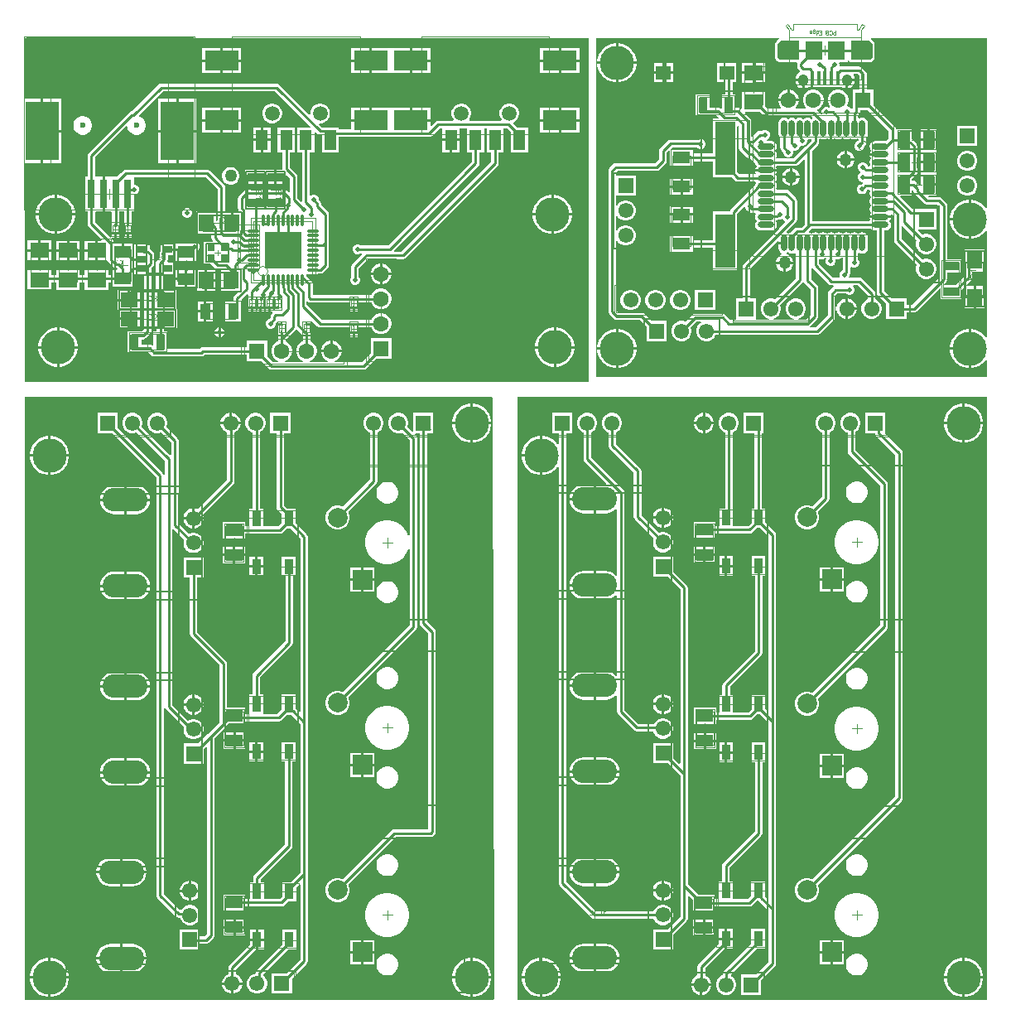
<source format=gtl>
G04*
G04 #@! TF.GenerationSoftware,Altium Limited,Altium Designer,21.0.8 (223)*
G04*
G04 Layer_Physical_Order=1*
G04 Layer_Color=255*
%FSLAX25Y25*%
%MOIN*%
G70*
G04*
G04 #@! TF.SameCoordinates,0C819516-2B0F-4561-8A23-745D184D752D*
G04*
G04*
G04 #@! TF.FilePolarity,Positive*
G04*
G01*
G75*
%ADD13C,0.00500*%
%ADD14C,0.00787*%
%ADD15C,0.01000*%
%ADD16C,0.00394*%
%ADD17C,0.00300*%
%ADD18C,0.00200*%
%ADD19C,0.00197*%
%ADD20R,0.02953X0.02756*%
%ADD21R,0.05923X0.07111*%
%ADD22R,0.03543X0.05906*%
%ADD23R,0.06693X0.04528*%
%ADD24R,0.02756X0.11811*%
%ADD25R,0.13386X0.23779*%
%ADD26R,0.04921X0.07874*%
%ADD27R,0.13780X0.07874*%
%ADD28O,0.05118X0.01102*%
%ADD29O,0.01102X0.04724*%
%ADD30O,0.01102X0.05118*%
%ADD31R,0.14567X0.14567*%
%ADD32R,0.07087X0.07480*%
%ADD33R,0.01575X0.05315*%
%ADD34R,0.00984X0.01417*%
%ADD35R,0.06890X0.05906*%
%ADD36O,0.06693X0.02362*%
%ADD37O,0.02362X0.06693*%
%ADD38R,0.07087X0.04528*%
%ADD39R,0.07874X0.21654*%
%ADD40R,0.03543X0.06102*%
%ADD41R,0.05906X0.06890*%
%ADD42R,0.06102X0.03543*%
%ADD43R,0.06528X0.03764*%
%ADD44R,0.07480X0.05906*%
%ADD45R,0.05906X0.05512*%
%ADD46R,0.04528X0.06693*%
%ADD47R,0.06922X0.05140*%
%ADD48R,0.04331X0.06496*%
%ADD49R,0.03937X0.02598*%
G04:AMPARAMS|DCode=84|XSize=94.49mil|YSize=181.1mil|CornerRadius=47.24mil|HoleSize=0mil|Usage=FLASHONLY|Rotation=90.000|XOffset=0mil|YOffset=0mil|HoleType=Round|Shape=RoundedRectangle|*
%AMROUNDEDRECTD84*
21,1,0.09449,0.08661,0,0,90.0*
21,1,0.00000,0.18110,0,0,90.0*
1,1,0.09449,0.04331,0.00000*
1,1,0.09449,0.04331,0.00000*
1,1,0.09449,-0.04331,0.00000*
1,1,0.09449,-0.04331,0.00000*
%
%ADD84ROUNDEDRECTD84*%
%ADD85R,0.06102X0.06102*%
%ADD86C,0.06102*%
%ADD90C,0.02362*%
%ADD91C,0.05906*%
%ADD92C,0.06299*%
%ADD93R,0.06299X0.06299*%
%ADD94O,0.04134X0.04921*%
%ADD95R,0.06102X0.06102*%
%ADD96C,0.13780*%
%ADD97R,0.06299X0.06299*%
%ADD98C,0.07874*%
%ADD99R,0.07874X0.07874*%
%ADD100C,0.01968*%
%ADD101C,0.05000*%
G36*
X439491Y497968D02*
X440045Y497414D01*
X440344Y496691D01*
Y496299D01*
Y491968D01*
Y491734D01*
X440165Y491299D01*
X439832Y490967D01*
X439398Y490787D01*
X431742D01*
Y498268D01*
X438767D01*
X439491Y497968D01*
D02*
G37*
G36*
X410738Y490787D02*
X403082D01*
X402648Y490967D01*
X402316Y491299D01*
X402136Y491734D01*
Y491968D01*
Y496299D01*
Y496691D01*
X402435Y497414D01*
X402989Y497968D01*
X403713Y498268D01*
X410738D01*
Y490787D01*
D02*
G37*
G36*
X486471Y431130D02*
X485992Y430985D01*
X485628Y431529D01*
X484529Y432628D01*
X483237Y433492D01*
X481801Y434087D01*
X480277Y434390D01*
X480000D01*
Y426500D01*
Y418610D01*
X480277D01*
X481801Y418913D01*
X483237Y419508D01*
X484529Y420372D01*
X485628Y421471D01*
X485992Y422015D01*
X486471Y421870D01*
Y379130D01*
X485992Y378985D01*
X485628Y379529D01*
X484529Y380628D01*
X483237Y381492D01*
X481801Y382087D01*
X480277Y382390D01*
X480000D01*
Y374500D01*
Y366610D01*
X480277D01*
X481801Y366913D01*
X483237Y367508D01*
X484529Y368372D01*
X485628Y369471D01*
X485992Y370015D01*
X486471Y369870D01*
Y363000D01*
X329000D01*
Y499471D01*
X402646D01*
X402745Y498971D01*
X402599Y498910D01*
X402268Y498689D01*
X401715Y498135D01*
X401494Y497804D01*
X401194Y497081D01*
X401116Y496691D01*
Y491734D01*
X401194Y491343D01*
X401374Y490909D01*
X401595Y490579D01*
X401927Y490246D01*
X402258Y490025D01*
X402692Y489845D01*
X403082Y489768D01*
X409590D01*
X410000Y489268D01*
X409971Y489118D01*
Y488106D01*
X410087Y487521D01*
X410419Y487025D01*
X411214Y486230D01*
X411096Y485640D01*
X410934Y485573D01*
X410293Y485081D01*
X409801Y484440D01*
X409492Y483694D01*
X409401Y483000D01*
X412480D01*
Y482500D01*
X412980D01*
Y479079D01*
X413281Y479118D01*
X414027Y479427D01*
X414548Y479827D01*
X415622D01*
Y483484D01*
X416622D01*
Y479827D01*
X427933D01*
X428453Y479427D01*
X429199Y479118D01*
X429500Y479079D01*
Y482500D01*
X430000D01*
Y483000D01*
X433079D01*
X432988Y483694D01*
X432679Y484440D01*
X432646Y484483D01*
X432868Y484931D01*
X434406D01*
X434971Y484367D01*
Y478650D01*
X432350D01*
Y471998D01*
X432321Y471850D01*
Y471073D01*
X431821Y470974D01*
X431813Y470993D01*
X431255Y471552D01*
X430525Y471854D01*
X430341D01*
X430052Y472354D01*
X430367Y472898D01*
X430650Y473954D01*
Y475046D01*
X430367Y476102D01*
X429820Y477048D01*
X429048Y477820D01*
X428102Y478367D01*
X427046Y478650D01*
X425954D01*
X424898Y478367D01*
X423952Y477820D01*
X423179Y477048D01*
X422633Y476102D01*
X422350Y475046D01*
Y473954D01*
X422633Y472898D01*
X423143Y472015D01*
X423097Y471752D01*
X422973Y471452D01*
X422808Y471408D01*
X422279Y471627D01*
X421489D01*
X420760Y471325D01*
X420202Y470767D01*
X419900Y470038D01*
Y469248D01*
X420070Y468839D01*
X419646Y468555D01*
X418042Y470159D01*
X418212Y470697D01*
X419048Y471179D01*
X419820Y471952D01*
X420367Y472898D01*
X420650Y473954D01*
Y475046D01*
X420367Y476102D01*
X419820Y477048D01*
X419048Y477820D01*
X418102Y478367D01*
X417046Y478650D01*
X415954D01*
X414898Y478367D01*
X413952Y477820D01*
X413179Y477048D01*
X412633Y476102D01*
X412350Y475046D01*
Y473954D01*
X412633Y472898D01*
X413179Y471952D01*
X413602Y471529D01*
X413395Y471029D01*
X409605D01*
X409398Y471529D01*
X409821Y471952D01*
X410367Y472898D01*
X410650Y473954D01*
Y474000D01*
X406500D01*
X402350D01*
Y473954D01*
X402633Y472898D01*
X403180Y471952D01*
X403602Y471529D01*
X403395Y471029D01*
X398015D01*
X397240Y471805D01*
Y477547D01*
X387760D01*
Y471056D01*
X387298Y470865D01*
X387133Y471030D01*
X386636Y471362D01*
X386051Y471478D01*
X385272D01*
Y476551D01*
X384029D01*
Y481744D01*
X385748D01*
Y489256D01*
X377842D01*
Y481744D01*
X380971D01*
Y476551D01*
X379728D01*
Y471217D01*
X379537Y471138D01*
X379228Y471062D01*
X378780Y471362D01*
X378195Y471478D01*
X374839D01*
Y476551D01*
X369295D01*
Y468449D01*
X373191D01*
X373339Y468419D01*
X377561D01*
X378491Y467489D01*
X378300Y467028D01*
X376063D01*
Y452935D01*
X368043D01*
Y454669D01*
X359581D01*
X359392Y455108D01*
X359684Y455471D01*
X369723D01*
X370126Y455068D01*
X370855Y454766D01*
X371645D01*
X372374Y455068D01*
X372932Y455626D01*
X373234Y456355D01*
Y457145D01*
X372932Y457874D01*
X372374Y458432D01*
X371645Y458734D01*
X370855D01*
X370361Y458529D01*
X359000D01*
X358415Y458413D01*
X357919Y458081D01*
X354919Y455081D01*
X354587Y454585D01*
X354471Y454000D01*
Y450633D01*
X352867Y449029D01*
X337000D01*
X336415Y448913D01*
X335919Y448581D01*
X334419Y447081D01*
X334087Y446585D01*
X333971Y446000D01*
Y389500D01*
X334087Y388915D01*
X334419Y388419D01*
X336419Y386419D01*
X336915Y386087D01*
X337500Y385971D01*
X346866D01*
X349449Y383388D01*
Y377449D01*
X357551D01*
Y385551D01*
X351612D01*
X348581Y388581D01*
X348085Y388913D01*
X347500Y389029D01*
X338134D01*
X337029Y390134D01*
Y417775D01*
X337529Y417909D01*
X337758Y417513D01*
X338512Y416758D01*
X339436Y416225D01*
X340467Y415949D01*
X341533D01*
X342564Y416225D01*
X343488Y416758D01*
X344242Y417513D01*
X344775Y418436D01*
X345051Y419467D01*
Y420533D01*
X344775Y421564D01*
X344242Y422487D01*
X343488Y423242D01*
X342564Y423775D01*
X341533Y424051D01*
X340467D01*
X339436Y423775D01*
X338512Y423242D01*
X337758Y422487D01*
X337529Y422091D01*
X337029Y422225D01*
Y427775D01*
X337529Y427909D01*
X337758Y427513D01*
X338512Y426758D01*
X339436Y426225D01*
X340467Y425949D01*
X341533D01*
X342564Y426225D01*
X343488Y426758D01*
X344242Y427513D01*
X344775Y428436D01*
X345051Y429467D01*
Y430533D01*
X344775Y431564D01*
X344242Y432487D01*
X343488Y433242D01*
X342564Y433775D01*
X341533Y434051D01*
X340467D01*
X339436Y433775D01*
X338512Y433242D01*
X337758Y432487D01*
X337529Y432091D01*
X337029Y432225D01*
Y435949D01*
X345051D01*
Y444051D01*
X337029D01*
Y445366D01*
X337633Y445971D01*
X353500D01*
X354085Y446087D01*
X354581Y446419D01*
X357081Y448919D01*
X357413Y449415D01*
X357529Y450000D01*
Y453367D01*
X358457Y454294D01*
X358957Y454087D01*
Y448142D01*
X368043D01*
Y449876D01*
X376063D01*
Y443374D01*
X383774D01*
X385080Y442068D01*
X385576Y441737D01*
X386161Y441620D01*
X393161D01*
X393428Y441120D01*
X393249Y440851D01*
X393149Y440350D01*
X383356Y430557D01*
X383024Y430060D01*
X382938Y429626D01*
X376063D01*
Y418124D01*
X368043D01*
Y419858D01*
X358957D01*
Y413331D01*
X368043D01*
Y415065D01*
X376063D01*
Y405972D01*
X385937D01*
Y421089D01*
X385966Y421236D01*
Y428842D01*
X388554Y431429D01*
X389016Y431238D01*
Y431204D01*
X389318Y430474D01*
X389876Y429916D01*
X390605Y429614D01*
X390723D01*
X390867Y429470D01*
X391364Y429138D01*
X391949Y429022D01*
X393161D01*
X393428Y428522D01*
X393249Y428253D01*
X393079Y427402D01*
X393249Y426551D01*
X393731Y425829D01*
Y425824D01*
X393249Y425103D01*
X393079Y424252D01*
X393249Y423401D01*
X393731Y422680D01*
X394452Y422197D01*
X395303Y422028D01*
X399634D01*
X400485Y422197D01*
X401206Y422680D01*
X401688Y423401D01*
X401858Y424252D01*
X401688Y425103D01*
X401306Y425676D01*
X401576Y426133D01*
X401900D01*
X402485Y426249D01*
X402884Y426516D01*
X403395D01*
X403695Y426640D01*
X404334Y426405D01*
X404892Y425847D01*
X405147Y425741D01*
X405245Y425251D01*
X402738Y422744D01*
X402648Y422684D01*
X388419Y408454D01*
X388087Y407958D01*
X387971Y407373D01*
Y394551D01*
X385449D01*
Y386449D01*
X385254Y386029D01*
X383134D01*
X381081Y388081D01*
X380585Y388413D01*
X380000Y388529D01*
X369000D01*
X368415Y388413D01*
X367919Y388081D01*
X365094Y385257D01*
X365064Y385275D01*
X364033Y385551D01*
X362967D01*
X361936Y385275D01*
X361013Y384742D01*
X360258Y383987D01*
X359725Y383064D01*
X359449Y382033D01*
Y380967D01*
X359725Y379936D01*
X360258Y379012D01*
X361013Y378258D01*
X361936Y377725D01*
X362967Y377449D01*
X364033D01*
X365064Y377725D01*
X365987Y378258D01*
X366742Y379012D01*
X367275Y379936D01*
X367551Y380967D01*
Y382033D01*
X367275Y383064D01*
X367257Y383095D01*
X369634Y385471D01*
X371275D01*
X371409Y384971D01*
X371012Y384742D01*
X370258Y383987D01*
X369725Y383064D01*
X369449Y382033D01*
Y380967D01*
X369725Y379936D01*
X370258Y379012D01*
X371012Y378258D01*
X371936Y377725D01*
X372967Y377449D01*
X374033D01*
X375064Y377725D01*
X375988Y378258D01*
X376742Y379012D01*
X377275Y379936D01*
X377284Y379971D01*
X418000D01*
X418585Y380087D01*
X419081Y380419D01*
X425081Y386419D01*
X425413Y386915D01*
X425529Y387500D01*
Y389600D01*
X426029Y389666D01*
X426225Y388936D01*
X426758Y388013D01*
X427513Y387258D01*
X428436Y386725D01*
X429467Y386449D01*
X429500D01*
Y390500D01*
Y394551D01*
X429467D01*
X428436Y394275D01*
X427513Y393742D01*
X426758Y392987D01*
X426225Y392064D01*
X426029Y391334D01*
X425529Y391400D01*
Y395866D01*
X426230Y396567D01*
X429867D01*
X430020Y396414D01*
X430749Y396112D01*
X431539D01*
X432268Y396414D01*
X432826Y396972D01*
X433128Y397701D01*
Y398491D01*
X432826Y399220D01*
X432576Y399471D01*
X432783Y399971D01*
X434367D01*
X438471Y395866D01*
Y394284D01*
X438436Y394275D01*
X437512Y393742D01*
X436758Y392987D01*
X436225Y392064D01*
X435949Y391033D01*
Y389967D01*
X436225Y388936D01*
X436758Y388013D01*
X437512Y387258D01*
X438436Y386725D01*
X439467Y386449D01*
X440533D01*
X441564Y386725D01*
X442487Y387258D01*
X443242Y388013D01*
X443775Y388936D01*
X444051Y389967D01*
Y391033D01*
X443775Y392064D01*
X443242Y392987D01*
X442487Y393742D01*
X441564Y394275D01*
X441529Y394284D01*
Y396500D01*
X441413Y397085D01*
X441081Y397581D01*
X436081Y402581D01*
X435585Y402913D01*
X435000Y403029D01*
X431152D01*
X430875Y403445D01*
X430984Y403710D01*
Y404135D01*
X431030Y404181D01*
X431362Y404677D01*
X431478Y405262D01*
Y407062D01*
X431978Y407275D01*
X432605Y407016D01*
X433395D01*
X434124Y407318D01*
X434682Y407876D01*
X434984Y408605D01*
Y409395D01*
X434682Y410124D01*
X434579Y410227D01*
Y412694D01*
X435079Y412961D01*
X435397Y412749D01*
X436248Y412579D01*
X437099Y412749D01*
X437820Y413231D01*
X438303Y413952D01*
X438472Y414803D01*
Y419134D01*
X438303Y419985D01*
X437820Y420706D01*
X437099Y421188D01*
X436248Y421358D01*
X435397Y421188D01*
X434676Y420706D01*
X434671D01*
X433949Y421188D01*
X433098Y421358D01*
X432247Y421188D01*
X431526Y420706D01*
X431521D01*
X430800Y421188D01*
X429949Y421358D01*
X429098Y421188D01*
X428789Y420982D01*
X428374Y420708D01*
X427959Y420982D01*
X427650Y421188D01*
X426799Y421358D01*
X425948Y421188D01*
X425227Y420706D01*
X425222D01*
X424501Y421188D01*
X423650Y421358D01*
X422799Y421188D01*
X422077Y420706D01*
X422073D01*
X421351Y421188D01*
X420500Y421358D01*
X419649Y421188D01*
X419340Y420982D01*
X418925Y420708D01*
X418510Y420982D01*
X418201Y421188D01*
X417350Y421358D01*
X416499Y421188D01*
X415778Y420706D01*
X415773D01*
X415052Y421188D01*
X414932Y421212D01*
X414787Y421691D01*
X415819Y422723D01*
X439765D01*
X439794Y422680D01*
X440515Y422197D01*
X441366Y422028D01*
X442002D01*
Y396969D01*
X442119Y396383D01*
X442450Y395887D01*
X445949Y392388D01*
Y386449D01*
X454051D01*
Y388971D01*
X457000D01*
X457585Y389087D01*
X458081Y389419D01*
X467487Y398824D01*
X467949Y398633D01*
Y394512D01*
X476051D01*
Y397892D01*
X477085Y398926D01*
X477547Y398735D01*
Y395618D01*
X481000D01*
Y399563D01*
X478375D01*
X478184Y400025D01*
X480129Y401970D01*
X480460Y402466D01*
X480467Y402500D01*
X479722D01*
Y403468D01*
X479726Y403534D01*
X479730Y403607D01*
X479737Y403679D01*
X479748Y403752D01*
X479759Y403814D01*
Y403818D01*
X479762Y403825D01*
Y403836D01*
X479770Y403850D01*
X479780Y403891D01*
X479799Y403941D01*
X479824Y404000D01*
X479857Y404062D01*
X479893Y404123D01*
X479941Y404182D01*
X479944Y404185D01*
X479948Y404189D01*
X479959Y404200D01*
X479970Y404214D01*
X480006Y404251D01*
X480057Y404294D01*
X480119Y404342D01*
X480192Y404393D01*
X480275Y404440D01*
X480370Y404480D01*
X480374D01*
X480381Y404484D01*
X480396Y404491D01*
X480417Y404495D01*
X480443Y404506D01*
X480472Y404513D01*
X480505Y404520D01*
X480545Y404531D01*
X480577Y404540D01*
Y405150D01*
X480345D01*
Y405154D01*
X480337Y405161D01*
X480334Y405175D01*
X480323Y405194D01*
X480312Y405215D01*
X480297Y405241D01*
X480261Y405303D01*
X480221Y405376D01*
X480170Y405448D01*
X480112Y405525D01*
X480050Y405601D01*
X480046Y405605D01*
X480043Y405609D01*
X480032Y405619D01*
X480021Y405634D01*
X479984Y405667D01*
X479941Y405711D01*
X479890Y405754D01*
X479831Y405801D01*
X479773Y405841D01*
X479711Y405878D01*
Y406078D01*
X482241D01*
Y405769D01*
X480272D01*
X480275Y405765D01*
X480290Y405747D01*
X480312Y405725D01*
X480337Y405689D01*
X480370Y405649D01*
X480407Y405598D01*
X480447Y405539D01*
X480487Y405474D01*
Y405470D01*
X480490Y405467D01*
X480505Y405445D01*
X480523Y405408D01*
X480545Y405365D01*
X480570Y405314D01*
X480577Y405300D01*
Y405437D01*
X485453D01*
Y414327D01*
X477547D01*
Y407577D01*
X477518Y407429D01*
Y403685D01*
X473888Y400055D01*
X469371D01*
X469180Y400517D01*
X470081Y401419D01*
X470413Y401915D01*
X470529Y402500D01*
Y404945D01*
X476051D01*
Y410488D01*
X470529D01*
Y432000D01*
X470413Y432585D01*
X470081Y433081D01*
X468081Y435081D01*
X467585Y435413D01*
X467000Y435529D01*
X463034D01*
X462948Y435653D01*
X463210Y436154D01*
X466284D01*
Y440000D01*
X463020D01*
Y441000D01*
X466284D01*
Y444654D01*
X466284Y445154D01*
X466284Y445346D01*
Y449000D01*
X463020D01*
X459756D01*
Y445346D01*
X459756Y444846D01*
X459756Y444654D01*
Y440358D01*
X459256Y440151D01*
X457826Y441581D01*
X457329Y441913D01*
X456744Y442029D01*
X456244D01*
Y442684D01*
X458081Y444521D01*
X458413Y445017D01*
X458529Y445602D01*
Y456000D01*
X458413Y456585D01*
X458081Y457081D01*
X456581Y458581D01*
X456244Y458807D01*
Y462847D01*
X449920D01*
X449862Y463136D01*
X449530Y463633D01*
X440650Y472513D01*
Y478650D01*
X438029D01*
Y485000D01*
X437913Y485585D01*
X437581Y486081D01*
X436121Y487542D01*
X435625Y487874D01*
X435039Y487990D01*
X427465D01*
X427347Y487967D01*
X426984Y488398D01*
Y489188D01*
X426908Y489372D01*
X427186Y489787D01*
X430311D01*
Y490298D01*
X430767Y490390D01*
X430811Y490381D01*
X431021Y490066D01*
X431352Y489845D01*
X431742Y489768D01*
X439398D01*
X439788Y489845D01*
X440223Y490025D01*
X440553Y490246D01*
X440886Y490579D01*
X441107Y490909D01*
X441287Y491343D01*
X441364Y491734D01*
Y496691D01*
X441287Y497081D01*
X440987Y497804D01*
X440766Y498135D01*
X440212Y498689D01*
X439881Y498910D01*
X439735Y498971D01*
X439834Y499471D01*
X486471D01*
Y431130D01*
D02*
G37*
G36*
X396301Y468419D02*
X396797Y468087D01*
X397382Y467971D01*
X415855D01*
X416207Y467596D01*
X416152Y467034D01*
X415735Y466795D01*
X415052Y467251D01*
X414201Y467421D01*
X413350Y467251D01*
X413041Y467045D01*
X412626Y466771D01*
X412211Y467045D01*
X411902Y467251D01*
X411051Y467421D01*
X410200Y467251D01*
X409479Y466769D01*
X409474D01*
X408753Y467251D01*
X407902Y467421D01*
X407051Y467251D01*
X406329Y466769D01*
X406324D01*
X405603Y467251D01*
X404752Y467421D01*
X403901Y467251D01*
X403180Y466769D01*
X402697Y466048D01*
X402528Y465197D01*
Y460866D01*
X402697Y460015D01*
X403180Y459294D01*
X403223Y459265D01*
Y455248D01*
X403339Y454663D01*
X403671Y454167D01*
X404516Y453321D01*
Y453105D01*
X404818Y452376D01*
X405376Y451818D01*
X406105Y451516D01*
X406895D01*
X407624Y451818D01*
X408182Y452376D01*
X408484Y453105D01*
Y453554D01*
X408580Y453920D01*
X408946Y454016D01*
X409395D01*
X410124Y454318D01*
X410682Y454876D01*
X410984Y455605D01*
Y455823D01*
X411400Y456101D01*
X411605Y456016D01*
X412395D01*
X413124Y456318D01*
X413682Y456876D01*
X413984Y457605D01*
Y458176D01*
X414133Y458497D01*
X414406Y458683D01*
X415052Y458812D01*
X415321Y458991D01*
X415821Y458724D01*
Y458181D01*
X413419Y455778D01*
X408618Y450978D01*
X401776D01*
X401509Y451478D01*
X401688Y451747D01*
X401858Y452598D01*
X401688Y453449D01*
X401206Y454171D01*
Y454176D01*
X401688Y454897D01*
X401858Y455748D01*
X401688Y456599D01*
X401206Y457320D01*
X400485Y457803D01*
X399634Y457972D01*
X397936D01*
X397803Y458186D01*
X398005Y458769D01*
X398124Y458818D01*
X398682Y459376D01*
X398984Y460105D01*
Y460895D01*
X398682Y461624D01*
X398124Y462182D01*
X397395Y462484D01*
X396605D01*
X395876Y462182D01*
X395723Y462029D01*
X394970D01*
X394385Y461913D01*
X393888Y461581D01*
X391991Y459684D01*
X391529Y459876D01*
Y466000D01*
X391413Y466585D01*
X391081Y467081D01*
X388983Y469180D01*
X389174Y469642D01*
X395077D01*
X396301Y468419D01*
D02*
G37*
G36*
X446919Y461918D02*
Y459133D01*
X445748Y457962D01*
X445697Y457972D01*
X441366D01*
X440515Y457803D01*
X439794Y457320D01*
X439312Y456599D01*
X439142Y455748D01*
X439312Y454897D01*
X439794Y454176D01*
Y454171D01*
X439312Y453449D01*
X439242Y453098D01*
X443532D01*
Y452099D01*
X439242D01*
X439312Y451747D01*
X439794Y451026D01*
Y451021D01*
X439312Y450300D01*
X439142Y449449D01*
X439312Y448598D01*
X439492Y448329D01*
X439224Y447829D01*
X438484D01*
Y447895D01*
X438182Y448624D01*
X437624Y449182D01*
X436895Y449484D01*
X436105D01*
X435376Y449182D01*
X434818Y448624D01*
X434516Y447895D01*
Y447105D01*
X434818Y446376D01*
X435376Y445818D01*
X435490Y445771D01*
Y445229D01*
X435376Y445182D01*
X434818Y444624D01*
X434516Y443895D01*
Y443105D01*
X434818Y442376D01*
X435376Y441818D01*
X436105Y441516D01*
X436169D01*
X436304Y441281D01*
X436353Y441016D01*
X435872Y440535D01*
X435682D01*
X434953Y440233D01*
X434395Y439675D01*
X434093Y438945D01*
Y438156D01*
X434395Y437427D01*
X434953Y436868D01*
X435682Y436566D01*
X436472D01*
X437201Y436868D01*
X437759Y437427D01*
X438061Y438156D01*
Y438398D01*
X438133Y438471D01*
X439224D01*
X439492Y437971D01*
X439312Y437701D01*
X439142Y436850D01*
X439312Y435999D01*
X439794Y435278D01*
Y435273D01*
X439312Y434552D01*
X439142Y433701D01*
X439312Y432850D01*
X439794Y432128D01*
Y432124D01*
X439312Y431402D01*
X439142Y430551D01*
X439312Y429700D01*
X439794Y428979D01*
Y428974D01*
X439312Y428253D01*
X439242Y427902D01*
X443532D01*
X447821D01*
X447751Y428253D01*
X448084Y428654D01*
X448165Y428672D01*
X448971Y427867D01*
Y418000D01*
X449087Y417415D01*
X449419Y416919D01*
X458243Y408095D01*
X458225Y408064D01*
X457949Y407033D01*
Y405967D01*
X458225Y404936D01*
X458758Y404012D01*
X459513Y403258D01*
X460436Y402725D01*
X461467Y402449D01*
X462533D01*
X463564Y402725D01*
X464488Y403258D01*
X465242Y404012D01*
X465775Y404936D01*
X466051Y405967D01*
Y407033D01*
X465775Y408064D01*
X465242Y408988D01*
X464488Y409742D01*
X463564Y410275D01*
X462533Y410551D01*
X461467D01*
X460436Y410275D01*
X460405Y410257D01*
X452029Y418634D01*
Y423654D01*
X452491Y423846D01*
X458243Y418094D01*
X458225Y418064D01*
X457949Y417033D01*
Y415967D01*
X458225Y414936D01*
X458758Y414012D01*
X459513Y413258D01*
X460436Y412725D01*
X461467Y412449D01*
X462533D01*
X463564Y412725D01*
X464488Y413258D01*
X465242Y414012D01*
X465775Y414936D01*
X466051Y415967D01*
Y417033D01*
X465775Y418064D01*
X465242Y418988D01*
X464488Y419742D01*
X463564Y420275D01*
X462533Y420551D01*
X461467D01*
X460436Y420275D01*
X460405Y420257D01*
X458676Y421987D01*
X458867Y422449D01*
X466051D01*
Y430551D01*
X459597D01*
X459449Y430581D01*
X456582D01*
X451471Y435692D01*
X451663Y436154D01*
X456244D01*
Y437886D01*
X456744Y438132D01*
X456954Y437970D01*
Y437605D01*
X457070Y437020D01*
X457402Y436524D01*
X461007Y432919D01*
X461504Y432587D01*
X462089Y432471D01*
X466366D01*
X467471Y431366D01*
Y403133D01*
X465920Y401583D01*
X456366Y392029D01*
X454051D01*
Y394551D01*
X448112D01*
X445061Y397602D01*
Y422028D01*
X445697D01*
X446548Y422197D01*
X447269Y422680D01*
X447751Y423401D01*
X447921Y424252D01*
X447751Y425103D01*
X447269Y425824D01*
Y425829D01*
X447751Y426551D01*
X447821Y426902D01*
X443532D01*
X439242D01*
X439312Y426551D01*
X439492Y426281D01*
X439224Y425781D01*
X416029D01*
Y454063D01*
X418432Y456466D01*
X418763Y456962D01*
X418880Y457547D01*
Y458724D01*
X419380Y458991D01*
X419649Y458812D01*
X420500Y458642D01*
X421351Y458812D01*
X422073Y459294D01*
X422077D01*
X422799Y458812D01*
X423150Y458742D01*
Y463031D01*
X424150D01*
Y458742D01*
X424501Y458812D01*
X425222Y459294D01*
X425227D01*
X425948Y458812D01*
X426799Y458642D01*
X427650Y458812D01*
X427959Y459018D01*
X428374Y459292D01*
X428789Y459018D01*
X429098Y458812D01*
X429949Y458642D01*
X430800Y458812D01*
X431521Y459294D01*
X431526D01*
X432247Y458812D01*
X433098Y458642D01*
X433949Y458812D01*
X434219Y458991D01*
X434719Y458724D01*
Y458090D01*
X434613Y457984D01*
X434605D01*
X433876Y457682D01*
X433318Y457124D01*
X433016Y456395D01*
Y455605D01*
X433318Y454876D01*
X433876Y454318D01*
X434605Y454016D01*
X435395D01*
X436124Y454318D01*
X436682Y454876D01*
X436984Y455605D01*
Y456030D01*
X437329Y456375D01*
X437661Y456872D01*
X437777Y457457D01*
Y459265D01*
X437820Y459294D01*
X438303Y460015D01*
X438472Y460866D01*
Y465197D01*
X438303Y466048D01*
X437820Y466769D01*
X437099Y467251D01*
X436248Y467421D01*
X435397Y467251D01*
X435128Y467071D01*
X434628Y467339D01*
Y468465D01*
X434932Y468769D01*
X435263Y469265D01*
X435380Y469850D01*
Y470350D01*
X438487D01*
X446919Y461918D01*
D02*
G37*
G36*
X386471Y463927D02*
Y455500D01*
X386587Y454915D01*
X386919Y454419D01*
X389814Y451523D01*
X390310Y451192D01*
X390895Y451075D01*
X391172D01*
X393149Y449099D01*
X393249Y448598D01*
X393731Y447876D01*
Y447872D01*
X393249Y447150D01*
X393179Y446799D01*
X397468D01*
X401758D01*
X401688Y447150D01*
X401509Y447419D01*
X401776Y447919D01*
X409252D01*
X409837Y448036D01*
X410333Y448367D01*
X412509Y450543D01*
X412971Y450351D01*
Y424200D01*
X411902Y423132D01*
X410029D01*
X409443Y423015D01*
X408947Y422684D01*
X407551Y421288D01*
X407051Y421188D01*
X406394Y420750D01*
X405965Y420993D01*
X405907Y421587D01*
X409581Y425262D01*
X409913Y425758D01*
X410029Y426343D01*
Y433921D01*
X409913Y434507D01*
X409581Y435003D01*
X406652Y437932D01*
X406156Y438263D01*
X405571Y438380D01*
X401776D01*
X401509Y438880D01*
X401688Y439149D01*
X401858Y440000D01*
X401688Y440851D01*
X401206Y441573D01*
Y441577D01*
X401688Y442299D01*
X401858Y443150D01*
X401688Y444001D01*
X401206Y444722D01*
Y444727D01*
X401688Y445448D01*
X401758Y445799D01*
X397468D01*
X393179D01*
X393249Y445448D01*
X393428Y445179D01*
X393161Y444679D01*
X386795D01*
X385937Y445537D01*
Y463682D01*
X386437Y463949D01*
X386471Y463927D01*
D02*
G37*
G36*
X428419Y410906D02*
Y406012D01*
X427876Y405787D01*
X427318Y405228D01*
X427016Y404499D01*
Y403710D01*
X427125Y403445D01*
X426848Y403029D01*
X424473D01*
X418880Y408623D01*
Y410366D01*
X419296Y410644D01*
X419605Y410516D01*
X420395D01*
X421124Y410818D01*
X421298Y410992D01*
X421877Y410864D01*
X421916Y410759D01*
X421911Y410714D01*
X421620Y410012D01*
Y409223D01*
X421922Y408494D01*
X422480Y407935D01*
X423210Y407633D01*
X423999D01*
X424728Y407935D01*
X425286Y408494D01*
X425589Y409223D01*
Y410012D01*
X425500Y410225D01*
X425883Y410608D01*
X426105Y410516D01*
X426895D01*
X427624Y410818D01*
X427919Y411113D01*
X428419Y410906D01*
D02*
G37*
G36*
X402528Y417585D02*
Y417469D01*
X404752D01*
Y416468D01*
X402528D01*
Y414803D01*
X402697Y413952D01*
X403180Y413231D01*
X403796Y412819D01*
X403792Y412405D01*
X403756Y412290D01*
X403649Y412261D01*
X402851Y411801D01*
X402199Y411149D01*
X401739Y410351D01*
X401510Y409500D01*
X408490D01*
X408261Y410351D01*
X407801Y411149D01*
X407149Y411801D01*
X406351Y412261D01*
X405939Y412372D01*
X405850Y412913D01*
X406324Y413231D01*
X406329D01*
X407051Y412749D01*
X407902Y412579D01*
X408753Y412749D01*
X409022Y412928D01*
X409522Y412661D01*
Y402685D01*
X401094Y394257D01*
X401064Y394275D01*
X400033Y394551D01*
X398967D01*
X397936Y394275D01*
X397012Y393742D01*
X396258Y392987D01*
X395725Y392064D01*
X395449Y391033D01*
Y389967D01*
X395725Y388936D01*
X396258Y388013D01*
X397012Y387258D01*
X397936Y386725D01*
X398666Y386529D01*
X398600Y386029D01*
X393746D01*
X393551Y386449D01*
Y394551D01*
X391029D01*
Y406739D01*
X402066Y417776D01*
X402528Y417585D01*
D02*
G37*
G36*
X412850Y401144D02*
X413119Y400741D01*
X415471Y398390D01*
Y388134D01*
X413367Y386029D01*
X410400D01*
X410334Y386529D01*
X411064Y386725D01*
X411987Y387258D01*
X412742Y388013D01*
X413275Y388936D01*
X413551Y389967D01*
Y391033D01*
X413275Y392064D01*
X412742Y392987D01*
X411987Y393742D01*
X411064Y394275D01*
X410033Y394551D01*
X408967D01*
X407936Y394275D01*
X407013Y393742D01*
X406258Y392987D01*
X405725Y392064D01*
X405449Y391033D01*
Y389967D01*
X405725Y388936D01*
X406258Y388013D01*
X407013Y387258D01*
X407936Y386725D01*
X408666Y386529D01*
X408600Y386029D01*
X400400D01*
X400334Y386529D01*
X401064Y386725D01*
X401988Y387258D01*
X402742Y388013D01*
X403275Y388936D01*
X403551Y389967D01*
Y391033D01*
X403275Y392064D01*
X403257Y392094D01*
X412133Y400970D01*
X412286Y401199D01*
X412477Y401213D01*
X412850Y401144D01*
D02*
G37*
G36*
X416269Y406908D02*
X422758Y400419D01*
X423254Y400087D01*
X423840Y399971D01*
X424579D01*
X424657Y399874D01*
X424554Y399204D01*
X424515Y399178D01*
X422919Y397581D01*
X422587Y397085D01*
X422471Y396500D01*
Y388134D01*
X417367Y383029D01*
X415377D01*
X415329Y383092D01*
X415192Y383529D01*
X418081Y386419D01*
X418413Y386915D01*
X418529Y387500D01*
Y399023D01*
X418413Y399608D01*
X418081Y400105D01*
X415730Y402456D01*
Y406814D01*
X416230Y406966D01*
X416269Y406908D01*
D02*
G37*
G36*
X326000Y361000D02*
X99029D01*
Y449110D01*
X105512D01*
Y462000D01*
Y474890D01*
X99029D01*
Y499471D01*
X326000D01*
Y361000D01*
D02*
G37*
G36*
X486471Y112529D02*
X297500D01*
Y355000D01*
X486471Y355000D01*
Y112529D01*
D02*
G37*
G36*
X287500Y354500D02*
X287996Y112883D01*
X287643Y112529D01*
X99029D01*
X99029Y355000D01*
X287000Y355000D01*
X287500Y354500D01*
D02*
G37*
%LPC*%
G36*
X338277Y497390D02*
X338000D01*
Y490000D01*
X345390D01*
Y490277D01*
X345087Y491801D01*
X344492Y493237D01*
X343628Y494529D01*
X342529Y495628D01*
X341237Y496492D01*
X339801Y497087D01*
X338277Y497390D01*
D02*
G37*
G36*
X337000D02*
X336723D01*
X335199Y497087D01*
X333763Y496492D01*
X332471Y495628D01*
X331372Y494529D01*
X330508Y493237D01*
X329913Y491801D01*
X329610Y490277D01*
Y490000D01*
X337000D01*
Y497390D01*
D02*
G37*
G36*
X360157Y489256D02*
X356705D01*
Y486000D01*
X360157D01*
Y489256D01*
D02*
G37*
G36*
X355705D02*
X352252D01*
Y486000D01*
X355705D01*
Y489256D01*
D02*
G37*
G36*
X397240Y489358D02*
X393000D01*
Y485906D01*
X397240D01*
Y489358D01*
D02*
G37*
G36*
X392000D02*
X387760D01*
Y485906D01*
X392000D01*
Y489358D01*
D02*
G37*
G36*
X360157Y485000D02*
X356705D01*
Y481744D01*
X360157D01*
Y485000D01*
D02*
G37*
G36*
X355705D02*
X352252D01*
Y481744D01*
X355705D01*
Y485000D01*
D02*
G37*
G36*
X345390Y489000D02*
X338000D01*
Y481610D01*
X338277D01*
X339801Y481913D01*
X341237Y482508D01*
X342529Y483372D01*
X343628Y484471D01*
X344492Y485763D01*
X345087Y487199D01*
X345390Y488723D01*
Y489000D01*
D02*
G37*
G36*
X337000D02*
X329610D01*
Y488723D01*
X329913Y487199D01*
X330508Y485763D01*
X331372Y484471D01*
X332471Y483372D01*
X333763Y482508D01*
X335199Y481913D01*
X336723Y481610D01*
X337000D01*
Y489000D01*
D02*
G37*
G36*
X397240Y484905D02*
X393000D01*
Y481453D01*
X397240D01*
Y484905D01*
D02*
G37*
G36*
X392000D02*
X387760D01*
Y481453D01*
X392000D01*
Y484905D01*
D02*
G37*
G36*
X433079Y482000D02*
X430500D01*
Y479079D01*
X430801Y479118D01*
X431547Y479427D01*
X432187Y479919D01*
X432679Y480560D01*
X432988Y481306D01*
X433079Y482000D01*
D02*
G37*
G36*
X411980D02*
X409401D01*
X409492Y481306D01*
X409801Y480560D01*
X410293Y479919D01*
X410934Y479427D01*
X411680Y479118D01*
X411980Y479079D01*
Y482000D01*
D02*
G37*
G36*
X407046Y478650D02*
X407000D01*
Y475000D01*
X410650D01*
Y475046D01*
X410367Y476102D01*
X409821Y477048D01*
X409048Y477820D01*
X408102Y478367D01*
X407046Y478650D01*
D02*
G37*
G36*
X406000D02*
X405954D01*
X404898Y478367D01*
X403952Y477820D01*
X403180Y477048D01*
X402633Y476102D01*
X402350Y475046D01*
Y475000D01*
X406000D01*
Y478650D01*
D02*
G37*
G36*
X466284Y462847D02*
X463520D01*
Y459000D01*
X466284D01*
Y462847D01*
D02*
G37*
G36*
X462520D02*
X459756D01*
Y459000D01*
X462520D01*
Y462847D01*
D02*
G37*
G36*
X482551Y464051D02*
X474449D01*
Y455949D01*
X482551D01*
Y464051D01*
D02*
G37*
G36*
X463020Y458500D02*
D01*
Y458000D01*
X459756D01*
Y454347D01*
X459756Y453847D01*
X459756Y453653D01*
Y450000D01*
X463020D01*
X466284D01*
Y453653D01*
X466284Y454153D01*
X466284Y454347D01*
Y458000D01*
X463020D01*
Y458500D01*
D02*
G37*
G36*
X479033Y454051D02*
X477967D01*
X476936Y453775D01*
X476013Y453242D01*
X475258Y452488D01*
X474725Y451564D01*
X474449Y450533D01*
Y449467D01*
X474725Y448436D01*
X475258Y447512D01*
X476013Y446758D01*
X476936Y446225D01*
X477967Y445949D01*
X479033D01*
X480064Y446225D01*
X480988Y446758D01*
X481742Y447512D01*
X482275Y448436D01*
X482551Y449467D01*
Y450533D01*
X482275Y451564D01*
X481742Y452488D01*
X480988Y453242D01*
X480064Y453775D01*
X479033Y454051D01*
D02*
G37*
G36*
X368043Y442858D02*
X364000D01*
Y440095D01*
X368043D01*
Y442858D01*
D02*
G37*
G36*
X363000D02*
X358957D01*
Y440095D01*
X363000D01*
Y442858D01*
D02*
G37*
G36*
X368043Y439094D02*
X364000D01*
Y436331D01*
X368043D01*
Y439094D01*
D02*
G37*
G36*
X363000D02*
X358957D01*
Y436331D01*
X363000D01*
Y439094D01*
D02*
G37*
G36*
X479033Y444051D02*
X477967D01*
X476936Y443775D01*
X476013Y443242D01*
X475258Y442487D01*
X474725Y441564D01*
X474449Y440533D01*
Y439467D01*
X474725Y438436D01*
X475258Y437512D01*
X476013Y436758D01*
X476936Y436225D01*
X477967Y435949D01*
X479033D01*
X480064Y436225D01*
X480988Y436758D01*
X481742Y437512D01*
X482275Y438436D01*
X482551Y439467D01*
Y440533D01*
X482275Y441564D01*
X481742Y442487D01*
X480988Y443242D01*
X480064Y443775D01*
X479033Y444051D01*
D02*
G37*
G36*
X368043Y431669D02*
X364000D01*
Y428905D01*
X368043D01*
Y431669D01*
D02*
G37*
G36*
X363000D02*
X358957D01*
Y428905D01*
X363000D01*
Y431669D01*
D02*
G37*
G36*
X479000Y434390D02*
X478723D01*
X477199Y434087D01*
X475763Y433492D01*
X474471Y432628D01*
X473372Y431529D01*
X472508Y430237D01*
X471913Y428801D01*
X471610Y427277D01*
Y427000D01*
X479000D01*
Y434390D01*
D02*
G37*
G36*
X368043Y427906D02*
X364000D01*
Y425142D01*
X368043D01*
Y427906D01*
D02*
G37*
G36*
X363000D02*
X358957D01*
Y425142D01*
X363000D01*
Y427906D01*
D02*
G37*
G36*
X479000Y426000D02*
X471610D01*
Y425723D01*
X471913Y424199D01*
X472508Y422763D01*
X473372Y421471D01*
X474471Y420372D01*
X475763Y419508D01*
X477199Y418913D01*
X478723Y418610D01*
X479000D01*
Y426000D01*
D02*
G37*
G36*
X480577Y404193D02*
X480541Y404185D01*
X480447Y404153D01*
X480399Y404131D01*
X480359Y404109D01*
X480356D01*
X480348Y404102D01*
X480337Y404094D01*
X480323Y404087D01*
X480286Y404058D01*
X480243Y404022D01*
X480195Y403974D01*
X480148Y403920D01*
X480108Y403858D01*
X480075Y403792D01*
X480072Y403785D01*
X480068Y403767D01*
X480057Y403734D01*
X480046Y403687D01*
X480039Y403628D01*
X480028Y403556D01*
X480024Y403512D01*
Y403465D01*
X480021Y403417D01*
Y402835D01*
X480534D01*
X480577Y403051D01*
Y404193D01*
D02*
G37*
G36*
X485453Y399563D02*
X482000D01*
Y395618D01*
X485453D01*
Y399563D01*
D02*
G37*
G36*
X430533Y394551D02*
X430500D01*
Y391000D01*
X434051D01*
Y391033D01*
X433775Y392064D01*
X433242Y392987D01*
X432487Y393742D01*
X431564Y394275D01*
X430533Y394551D01*
D02*
G37*
G36*
X485453Y394618D02*
X482000D01*
Y390673D01*
X485453D01*
Y394618D01*
D02*
G37*
G36*
X481000D02*
X477547D01*
Y390673D01*
X481000D01*
Y394618D01*
D02*
G37*
G36*
X377051Y398051D02*
X368949D01*
Y389949D01*
X377051D01*
Y398051D01*
D02*
G37*
G36*
X363533D02*
X362467D01*
X361436Y397775D01*
X360512Y397242D01*
X359758Y396487D01*
X359225Y395564D01*
X358949Y394533D01*
Y393467D01*
X359225Y392436D01*
X359758Y391512D01*
X360512Y390758D01*
X361436Y390225D01*
X362467Y389949D01*
X363533D01*
X364564Y390225D01*
X365488Y390758D01*
X366242Y391512D01*
X366775Y392436D01*
X367051Y393467D01*
Y394533D01*
X366775Y395564D01*
X366242Y396487D01*
X365488Y397242D01*
X364564Y397775D01*
X363533Y398051D01*
D02*
G37*
G36*
X353533D02*
X352467D01*
X351436Y397775D01*
X350513Y397242D01*
X349758Y396487D01*
X349225Y395564D01*
X348949Y394533D01*
Y393467D01*
X349225Y392436D01*
X349758Y391512D01*
X350513Y390758D01*
X351436Y390225D01*
X352467Y389949D01*
X353533D01*
X354564Y390225D01*
X355487Y390758D01*
X356242Y391512D01*
X356775Y392436D01*
X357051Y393467D01*
Y394533D01*
X356775Y395564D01*
X356242Y396487D01*
X355487Y397242D01*
X354564Y397775D01*
X353533Y398051D01*
D02*
G37*
G36*
X343533D02*
X342467D01*
X341436Y397775D01*
X340512Y397242D01*
X339758Y396487D01*
X339225Y395564D01*
X338949Y394533D01*
Y393467D01*
X339225Y392436D01*
X339758Y391512D01*
X340512Y390758D01*
X341436Y390225D01*
X342467Y389949D01*
X343533D01*
X344564Y390225D01*
X345487Y390758D01*
X346242Y391512D01*
X346775Y392436D01*
X347051Y393467D01*
Y394533D01*
X346775Y395564D01*
X346242Y396487D01*
X345487Y397242D01*
X344564Y397775D01*
X343533Y398051D01*
D02*
G37*
G36*
X434051Y390000D02*
X430500D01*
Y386449D01*
X430533D01*
X431564Y386725D01*
X432487Y387258D01*
X433242Y388013D01*
X433775Y388936D01*
X434051Y389967D01*
Y390000D01*
D02*
G37*
G36*
X479000Y382390D02*
X478723D01*
X477199Y382087D01*
X475763Y381492D01*
X474471Y380628D01*
X473372Y379529D01*
X472508Y378237D01*
X471913Y376801D01*
X471610Y375277D01*
Y375000D01*
X479000D01*
Y382390D01*
D02*
G37*
G36*
X338277D02*
X338000D01*
Y375000D01*
X345390D01*
Y375277D01*
X345087Y376801D01*
X344492Y378237D01*
X343628Y379529D01*
X342529Y380628D01*
X341237Y381492D01*
X339801Y382087D01*
X338277Y382390D01*
D02*
G37*
G36*
X337000D02*
X336723D01*
X335199Y382087D01*
X333763Y381492D01*
X332471Y380628D01*
X331372Y379529D01*
X330508Y378237D01*
X329913Y376801D01*
X329610Y375277D01*
Y375000D01*
X337000D01*
Y382390D01*
D02*
G37*
G36*
X479000Y374000D02*
X471610D01*
Y373723D01*
X471913Y372199D01*
X472508Y370763D01*
X473372Y369471D01*
X474471Y368372D01*
X475763Y367508D01*
X477199Y366913D01*
X478723Y366610D01*
X479000D01*
Y374000D01*
D02*
G37*
G36*
X345390D02*
X338000D01*
Y366610D01*
X338277D01*
X339801Y366913D01*
X341237Y367508D01*
X342529Y368372D01*
X343628Y369471D01*
X344492Y370763D01*
X345087Y372199D01*
X345390Y373723D01*
Y374000D01*
D02*
G37*
G36*
X337000D02*
X329610D01*
Y373723D01*
X329913Y372199D01*
X330508Y370763D01*
X331372Y369471D01*
X332471Y368372D01*
X333763Y367508D01*
X335199Y366913D01*
X336723Y366610D01*
X337000D01*
Y374000D01*
D02*
G37*
G36*
X430000Y453990D02*
Y451000D01*
X432990D01*
X432761Y451851D01*
X432301Y452649D01*
X431649Y453301D01*
X430851Y453761D01*
X430000Y453990D01*
D02*
G37*
G36*
X429000D02*
X428149Y453761D01*
X427351Y453301D01*
X426699Y452649D01*
X426238Y451851D01*
X426011Y451000D01*
X429000D01*
Y453990D01*
D02*
G37*
G36*
X432990Y450000D02*
X430000D01*
Y447011D01*
X430851Y447238D01*
X431649Y447699D01*
X432301Y448351D01*
X432761Y449149D01*
X432990Y450000D01*
D02*
G37*
G36*
X429000D02*
X426011D01*
X426238Y449149D01*
X426699Y448351D01*
X427351Y447699D01*
X428149Y447238D01*
X429000Y447011D01*
Y450000D01*
D02*
G37*
G36*
X408000Y446989D02*
Y444000D01*
X410990D01*
X410761Y444851D01*
X410301Y445649D01*
X409649Y446301D01*
X408851Y446762D01*
X408000Y446989D01*
D02*
G37*
G36*
X407000D02*
X406149Y446762D01*
X405351Y446301D01*
X404699Y445649D01*
X404239Y444851D01*
X404010Y444000D01*
X407000D01*
Y446989D01*
D02*
G37*
G36*
X410990Y443000D02*
X408000D01*
Y440010D01*
X408851Y440239D01*
X409649Y440699D01*
X410301Y441351D01*
X410761Y442149D01*
X410990Y443000D01*
D02*
G37*
G36*
X407000D02*
X404010D01*
X404239Y442149D01*
X404699Y441351D01*
X405351Y440699D01*
X406149Y440239D01*
X407000Y440010D01*
Y443000D01*
D02*
G37*
G36*
X408490Y408500D02*
X405500D01*
Y405511D01*
X406351Y405738D01*
X407149Y406199D01*
X407801Y406851D01*
X408261Y407649D01*
X408490Y408500D01*
D02*
G37*
G36*
X404500D02*
X401510D01*
X401739Y407649D01*
X402199Y406851D01*
X402851Y406199D01*
X403649Y405738D01*
X404500Y405511D01*
Y408500D01*
D02*
G37*
G36*
X322409Y495280D02*
X315020D01*
Y490842D01*
X322409D01*
Y495280D01*
D02*
G37*
G36*
X186224D02*
X178835D01*
Y490842D01*
X186224D01*
Y495280D01*
D02*
G37*
G36*
X254980D02*
Y490842D01*
X262370D01*
Y495280D01*
X254980D01*
D02*
G37*
G36*
X314020D02*
X306630D01*
Y490842D01*
X314020D01*
Y495280D01*
D02*
G37*
G36*
X177835D02*
X170445D01*
Y490842D01*
X177835D01*
Y495280D01*
D02*
G37*
G36*
X237874D02*
X230484D01*
Y490842D01*
X237874D01*
Y495280D01*
D02*
G37*
G36*
X322409Y489843D02*
X315020D01*
Y485405D01*
X322409D01*
Y489843D01*
D02*
G37*
G36*
X314020D02*
X306630D01*
Y485405D01*
X314020D01*
Y489843D01*
D02*
G37*
G36*
X262370D02*
X254980D01*
Y485405D01*
X262370D01*
Y489843D01*
D02*
G37*
G36*
X186224D02*
X178835D01*
Y485405D01*
X186224D01*
Y489843D01*
D02*
G37*
G36*
X177835D02*
X170445D01*
Y485405D01*
X177835D01*
Y489843D01*
D02*
G37*
G36*
X237874D02*
X230484D01*
Y485405D01*
X237874D01*
Y489843D01*
D02*
G37*
G36*
X246264Y495280D02*
X246091Y495280D01*
X238874D01*
Y490343D01*
Y485405D01*
X246091D01*
X246590Y485405D01*
X246764Y485405D01*
X253980D01*
Y490343D01*
Y495280D01*
X246764D01*
X246264Y495280D01*
D02*
G37*
G36*
X322409Y471264D02*
X315020D01*
Y466827D01*
X322409D01*
Y471264D01*
D02*
G37*
G36*
X262370D02*
X254980D01*
Y466827D01*
X262370D01*
Y471264D01*
D02*
G37*
G36*
X314020D02*
X306630D01*
Y466827D01*
X314020D01*
Y471264D01*
D02*
G37*
G36*
X237874D02*
X230484D01*
Y466827D01*
X237874D01*
Y471264D01*
D02*
G37*
G36*
X113705Y474890D02*
X106512D01*
Y462500D01*
X113705D01*
Y474890D01*
D02*
G37*
G36*
X322409Y465827D02*
X315020D01*
Y461390D01*
X322409D01*
Y465827D01*
D02*
G37*
G36*
X314020D02*
X306630D01*
Y461390D01*
X314020D01*
Y465827D01*
D02*
G37*
G36*
X122924Y468039D02*
X121935D01*
X120979Y467783D01*
X120123Y467289D01*
X119424Y466590D01*
X118929Y465733D01*
X118673Y464778D01*
Y463789D01*
X118929Y462834D01*
X119424Y461977D01*
X120123Y461278D01*
X120979Y460783D01*
X121935Y460528D01*
X122924D01*
X123879Y460783D01*
X124735Y461278D01*
X125435Y461977D01*
X125929Y462834D01*
X126185Y463789D01*
Y464778D01*
X125929Y465733D01*
X125435Y466590D01*
X124735Y467289D01*
X123879Y467783D01*
X122924Y468039D01*
D02*
G37*
G36*
X200500Y481029D02*
X154000D01*
X153415Y480913D01*
X152919Y480581D01*
X142227Y469889D01*
X142140D01*
X141555Y469773D01*
X141059Y469441D01*
X139992Y468374D01*
X139992Y468374D01*
X124812Y453195D01*
X124481Y452699D01*
X124364Y452113D01*
Y443630D01*
X123516D01*
Y429819D01*
X124364D01*
Y424606D01*
X124481Y424021D01*
X124812Y423525D01*
X130017Y418320D01*
X129826Y417858D01*
X128500D01*
Y413905D01*
Y409953D01*
X132294D01*
X132339Y409730D01*
X132670Y409234D01*
X134502Y407402D01*
X134999Y407070D01*
X135584Y406954D01*
X136034D01*
X136375Y406613D01*
X136184Y406151D01*
X134039D01*
Y404111D01*
X132740D01*
Y406047D01*
X123260D01*
Y404111D01*
X121240D01*
Y406047D01*
X111760D01*
Y404111D01*
X109740D01*
Y406142D01*
X100260D01*
Y398236D01*
X109740D01*
Y401052D01*
X111760D01*
Y398142D01*
X121240D01*
Y401052D01*
X123260D01*
Y398142D01*
X132740D01*
Y401052D01*
X134039D01*
Y399011D01*
X142961D01*
Y404346D01*
X143413Y404461D01*
X143413Y404461D01*
Y404461D01*
X143413Y404461D01*
X146971D01*
Y382134D01*
X146081Y381243D01*
X144555D01*
X144407Y381214D01*
X140512D01*
Y373112D01*
X144407D01*
X144555Y373082D01*
X148761D01*
X150101Y371743D01*
X150597Y371411D01*
X151182Y371295D01*
X170178D01*
X170764Y371411D01*
X171260Y371743D01*
X171487Y371971D01*
X188350D01*
Y369350D01*
X194487D01*
X197419Y366419D01*
X197915Y366087D01*
X198500Y365971D01*
X235500D01*
X236085Y366087D01*
X236581Y366419D01*
X240513Y370350D01*
X246650D01*
Y378650D01*
X238350D01*
Y372513D01*
X234866Y369029D01*
X223780D01*
X223714Y369529D01*
X224102Y369633D01*
X225048Y370180D01*
X225820Y370952D01*
X226367Y371898D01*
X226650Y372954D01*
Y373000D01*
X218350D01*
Y372954D01*
X218633Y371898D01*
X219180Y370952D01*
X219952Y370180D01*
X220898Y369633D01*
X221286Y369529D01*
X221220Y369029D01*
X213780D01*
X213714Y369529D01*
X214102Y369633D01*
X215048Y370180D01*
X215821Y370952D01*
X216367Y371898D01*
X216650Y372954D01*
Y374046D01*
X216367Y375102D01*
X215821Y376048D01*
X215048Y376820D01*
X214102Y377367D01*
X214029Y377386D01*
Y381201D01*
X213992Y381388D01*
Y383807D01*
X212500D01*
Y384807D01*
X213992D01*
Y385638D01*
X214492Y385845D01*
X216919Y383419D01*
X217415Y383087D01*
X218000Y382971D01*
X230008D01*
Y381347D01*
X231500D01*
X232992D01*
Y382971D01*
X238614D01*
X238633Y382898D01*
X239179Y381952D01*
X239952Y381179D01*
X240898Y380633D01*
X241954Y380350D01*
X243046D01*
X244102Y380633D01*
X245048Y381179D01*
X245820Y381952D01*
X246367Y382898D01*
X246650Y383954D01*
Y385046D01*
X246367Y386102D01*
X245820Y387048D01*
X245048Y387821D01*
X244102Y388367D01*
X243046Y388650D01*
X241954D01*
X240898Y388367D01*
X239952Y387821D01*
X239179Y387048D01*
X238633Y386102D01*
X238614Y386029D01*
X218634D01*
X212529Y392133D01*
Y393240D01*
X212809Y393356D01*
X213029Y393402D01*
X213500Y393087D01*
X214086Y392971D01*
X230008D01*
Y391500D01*
X231500D01*
X232992D01*
Y392971D01*
X238614D01*
X238633Y392898D01*
X239179Y391952D01*
X239952Y391179D01*
X240898Y390633D01*
X241954Y390350D01*
X243046D01*
X244102Y390633D01*
X245048Y391179D01*
X245820Y391952D01*
X246367Y392898D01*
X246650Y393954D01*
Y395046D01*
X246367Y396102D01*
X245820Y397048D01*
X245048Y397820D01*
X244102Y398367D01*
X243046Y398650D01*
X241954D01*
X240898Y398367D01*
X239952Y397820D01*
X239179Y397048D01*
X238633Y396102D01*
X238614Y396029D01*
X215029D01*
Y400547D01*
X214913Y401132D01*
X214581Y401629D01*
X212456Y403755D01*
Y404000D01*
X212426Y404149D01*
X212851Y404574D01*
X213000Y404544D01*
X217016D01*
X217278Y404597D01*
X218126D01*
X218711Y404713D01*
X219207Y405045D01*
X221081Y406919D01*
X221413Y407415D01*
X221529Y408000D01*
Y417000D01*
Y428500D01*
X221413Y429085D01*
X221081Y429581D01*
X218390Y432273D01*
Y432878D01*
X218273Y433463D01*
X217942Y433959D01*
X217484Y434417D01*
Y434895D01*
X217182Y435624D01*
X216624Y436182D01*
X215895Y436484D01*
X215105D01*
X214376Y436182D01*
X214283Y436089D01*
X213821Y436280D01*
Y453516D01*
X215752D01*
Y461432D01*
X216214Y461623D01*
X217029Y460808D01*
X217525Y460477D01*
X218110Y460360D01*
X218673D01*
Y453516D01*
X225594D01*
Y459573D01*
X261903D01*
X262489Y459689D01*
X262985Y460021D01*
X266064Y463100D01*
X267260D01*
Y458953D01*
X270721D01*
Y458453D01*
D01*
Y458953D01*
X274181D01*
Y463100D01*
X277102D01*
Y453516D01*
X279034D01*
Y449610D01*
X245453Y416029D01*
X234337D01*
X234184Y416182D01*
X233455Y416484D01*
X232666D01*
X231936Y416182D01*
X231378Y415624D01*
X231076Y414895D01*
Y414105D01*
X231378Y413376D01*
X231936Y412818D01*
X232666Y412516D01*
X233455D01*
X234184Y412818D01*
X234278Y412912D01*
X234650Y412870D01*
X234799Y412376D01*
X230973Y408549D01*
X230641Y408053D01*
X230524Y407468D01*
Y403301D01*
X230372Y403148D01*
X230070Y402419D01*
Y401630D01*
X230372Y400900D01*
X230930Y400342D01*
X231659Y400040D01*
X232449D01*
X233178Y400342D01*
X233736Y400900D01*
X234038Y401630D01*
Y402419D01*
X233736Y403148D01*
X233583Y403301D01*
Y406835D01*
X237081Y410333D01*
X237082Y410333D01*
X237219Y410471D01*
X251461D01*
X252046Y410587D01*
X252542Y410919D01*
X289518Y447895D01*
X289850Y448391D01*
X289966Y448976D01*
Y453516D01*
X291898D01*
Y463100D01*
X293237D01*
X294790Y461548D01*
Y460413D01*
X294819Y460266D01*
Y453516D01*
X301740D01*
Y463390D01*
X297273D01*
X295723Y464940D01*
X295861Y465509D01*
X296573Y465920D01*
X297309Y466656D01*
X297829Y467557D01*
X298098Y468562D01*
Y469603D01*
X297829Y470608D01*
X297309Y471510D01*
X296573Y472246D01*
X295671Y472766D01*
X294666Y473035D01*
X293625D01*
X292620Y472766D01*
X291719Y472246D01*
X290983Y471510D01*
X290462Y470608D01*
X290193Y469603D01*
Y468562D01*
X290462Y467557D01*
X290983Y466656D01*
X291017Y466621D01*
X290826Y466159D01*
X278174D01*
X277983Y466621D01*
X278017Y466656D01*
X278538Y467557D01*
X278807Y468562D01*
Y469603D01*
X278538Y470608D01*
X278017Y471510D01*
X277281Y472246D01*
X276380Y472766D01*
X275375Y473035D01*
X274334D01*
X273329Y472766D01*
X272427Y472246D01*
X271691Y471510D01*
X271171Y470608D01*
X270902Y469603D01*
Y468562D01*
X271171Y467557D01*
X271691Y466656D01*
X271726Y466621D01*
X271534Y466159D01*
X265431D01*
X264846Y466043D01*
X264349Y465711D01*
X262832Y464194D01*
X262370Y464385D01*
Y465827D01*
X254480D01*
Y466327D01*
X253980D01*
Y471264D01*
X246591D01*
Y471264D01*
X246264D01*
Y471264D01*
X238874D01*
Y466327D01*
X238374D01*
Y465827D01*
X230484D01*
Y462632D01*
X225594D01*
Y463390D01*
X220321D01*
X220173Y463419D01*
X218744D01*
X217533Y464630D01*
X217740Y465130D01*
X218520D01*
X219526Y465399D01*
X220427Y465920D01*
X221163Y466656D01*
X221683Y467557D01*
X221953Y468562D01*
Y469603D01*
X221683Y470608D01*
X221163Y471510D01*
X220427Y472246D01*
X219526Y472766D01*
X218520Y473035D01*
X217480D01*
X216474Y472766D01*
X215573Y472246D01*
X214837Y471510D01*
X214317Y470608D01*
X214047Y469603D01*
Y468823D01*
X213547Y468616D01*
X201874Y480289D01*
X201581Y480581D01*
X201085Y480913D01*
X200849Y480960D01*
X200500Y481029D01*
D02*
G37*
G36*
X274181Y457953D02*
X271220D01*
Y453516D01*
X274181D01*
Y457953D01*
D02*
G37*
G36*
X270220D02*
X267260D01*
Y453516D01*
X270220D01*
Y457953D01*
D02*
G37*
G36*
X113705Y461500D02*
X106512D01*
Y449110D01*
X113705D01*
Y461500D01*
D02*
G37*
G36*
X312277Y436390D02*
X312000D01*
Y429000D01*
X319390D01*
Y429277D01*
X319087Y430801D01*
X318492Y432237D01*
X317628Y433529D01*
X316529Y434628D01*
X315237Y435492D01*
X313801Y436087D01*
X312277Y436390D01*
D02*
G37*
G36*
X311000D02*
X310723D01*
X309199Y436087D01*
X307763Y435492D01*
X306471Y434628D01*
X305372Y433529D01*
X304508Y432237D01*
X303913Y430801D01*
X303610Y429277D01*
Y429000D01*
X311000D01*
Y436390D01*
D02*
G37*
G36*
X112277D02*
X112000D01*
Y429000D01*
X119390D01*
Y429277D01*
X119087Y430801D01*
X118492Y432237D01*
X117628Y433529D01*
X116529Y434628D01*
X115237Y435492D01*
X113801Y436087D01*
X112277Y436390D01*
D02*
G37*
G36*
X111000D02*
X110723D01*
X109199Y436087D01*
X107763Y435492D01*
X106471Y434628D01*
X105372Y433529D01*
X104508Y432237D01*
X103913Y430801D01*
X103610Y429277D01*
Y429000D01*
X111000D01*
Y436390D01*
D02*
G37*
G36*
X319390Y428000D02*
X312000D01*
Y420610D01*
X312277D01*
X313801Y420913D01*
X315237Y421508D01*
X316529Y422372D01*
X317628Y423471D01*
X318492Y424763D01*
X319087Y426199D01*
X319390Y427723D01*
Y428000D01*
D02*
G37*
G36*
X311000D02*
X303610D01*
Y427723D01*
X303913Y426199D01*
X304508Y424763D01*
X305372Y423471D01*
X306471Y422372D01*
X307763Y421508D01*
X309199Y420913D01*
X310723Y420610D01*
X311000D01*
Y428000D01*
D02*
G37*
G36*
X119390D02*
X112000D01*
Y420610D01*
X112277D01*
X113801Y420913D01*
X115237Y421508D01*
X116529Y422372D01*
X117628Y423471D01*
X118492Y424763D01*
X119087Y426199D01*
X119390Y427723D01*
Y428000D01*
D02*
G37*
G36*
X111000D02*
X103610D01*
Y427723D01*
X103913Y426199D01*
X104508Y424763D01*
X105372Y423471D01*
X106471Y422372D01*
X107763Y421508D01*
X109199Y420913D01*
X110723Y420610D01*
X111000D01*
Y428000D01*
D02*
G37*
G36*
X109740Y417953D02*
X105500D01*
Y414500D01*
X109740D01*
Y417953D01*
D02*
G37*
G36*
X104500D02*
X100260D01*
Y414500D01*
X104500D01*
Y417953D01*
D02*
G37*
G36*
X121240Y417858D02*
X117000D01*
Y414405D01*
X121240D01*
Y417858D01*
D02*
G37*
G36*
X127500D02*
X123260D01*
Y414405D01*
X127500D01*
Y417858D01*
D02*
G37*
G36*
X116000D02*
X111760D01*
Y414405D01*
X116000D01*
Y417858D01*
D02*
G37*
G36*
X109740Y413500D02*
X105500D01*
Y410047D01*
X109740D01*
Y413500D01*
D02*
G37*
G36*
X104500D02*
X100260D01*
Y410047D01*
X104500D01*
Y413500D01*
D02*
G37*
G36*
X127500Y413406D02*
X123260D01*
Y409953D01*
X127500D01*
Y413406D01*
D02*
G37*
G36*
X121240D02*
X117000D01*
Y409953D01*
X121240D01*
Y413406D01*
D02*
G37*
G36*
X116000D02*
X111760D01*
Y409953D01*
X116000D01*
Y413406D01*
D02*
G37*
G36*
X243046Y408650D02*
X243000D01*
Y405000D01*
X246650D01*
Y405046D01*
X246367Y406102D01*
X245820Y407048D01*
X245048Y407821D01*
X244102Y408367D01*
X243046Y408650D01*
D02*
G37*
G36*
X242000D02*
X241954D01*
X240898Y408367D01*
X239952Y407821D01*
X239179Y407048D01*
X238633Y406102D01*
X238350Y405046D01*
Y405000D01*
X242000D01*
Y408650D01*
D02*
G37*
G36*
X246650Y404000D02*
X243000D01*
Y400350D01*
X243046D01*
X244102Y400633D01*
X245048Y401180D01*
X245820Y401952D01*
X246367Y402898D01*
X246650Y403954D01*
Y404000D01*
D02*
G37*
G36*
X242000D02*
X238350D01*
Y403954D01*
X238633Y402898D01*
X239179Y401952D01*
X239952Y401180D01*
X240898Y400633D01*
X241954Y400350D01*
X242000D01*
Y404000D01*
D02*
G37*
G36*
X145445Y397938D02*
X141500D01*
Y394485D01*
X145445D01*
Y397938D01*
D02*
G37*
G36*
X140500D02*
X136555D01*
Y394485D01*
X140500D01*
Y397938D01*
D02*
G37*
G36*
X232992Y390500D02*
X232000D01*
Y389291D01*
X232992D01*
Y390500D01*
D02*
G37*
G36*
X231000D02*
X230008D01*
Y389291D01*
X231000D01*
Y390500D01*
D02*
G37*
G36*
X145445Y393485D02*
X136555D01*
Y390032D01*
X136673D01*
Y387000D01*
X145563D01*
Y390453D01*
X145445D01*
Y393485D01*
D02*
G37*
G36*
X145563Y386000D02*
X141618D01*
Y382547D01*
X145563D01*
Y386000D01*
D02*
G37*
G36*
X140618D02*
X136673D01*
Y382547D01*
X140618D01*
Y386000D01*
D02*
G37*
G36*
X232992Y380346D02*
X232000D01*
Y379138D01*
X232992D01*
Y380346D01*
D02*
G37*
G36*
X231000D02*
X230008D01*
Y379138D01*
X231000D01*
Y380346D01*
D02*
G37*
G36*
X313277Y382890D02*
X313000D01*
Y375500D01*
X320390D01*
Y375777D01*
X320087Y377301D01*
X319492Y378737D01*
X318628Y380029D01*
X317529Y381128D01*
X316237Y381992D01*
X314801Y382587D01*
X313277Y382890D01*
D02*
G37*
G36*
X312000D02*
X311723D01*
X310199Y382587D01*
X308763Y381992D01*
X307471Y381128D01*
X306372Y380029D01*
X305508Y378737D01*
X304913Y377301D01*
X304610Y375777D01*
Y375500D01*
X312000D01*
Y382890D01*
D02*
G37*
G36*
X113277D02*
X113000D01*
Y375500D01*
X120390D01*
Y375777D01*
X120087Y377301D01*
X119492Y378737D01*
X118628Y380029D01*
X117529Y381128D01*
X116237Y381992D01*
X114801Y382587D01*
X113277Y382890D01*
D02*
G37*
G36*
X112000D02*
X111723D01*
X110199Y382587D01*
X108763Y381992D01*
X107471Y381128D01*
X106372Y380029D01*
X105508Y378737D01*
X104913Y377301D01*
X104610Y375777D01*
Y375500D01*
X112000D01*
Y382890D01*
D02*
G37*
G36*
X223046Y377650D02*
X223000D01*
Y374000D01*
X226650D01*
Y374046D01*
X226367Y375102D01*
X225820Y376048D01*
X225048Y376820D01*
X224102Y377367D01*
X223046Y377650D01*
D02*
G37*
G36*
X222000D02*
X221954D01*
X220898Y377367D01*
X219952Y376820D01*
X219180Y376048D01*
X218633Y375102D01*
X218350Y374046D01*
Y374000D01*
X222000D01*
Y377650D01*
D02*
G37*
G36*
X320390Y374500D02*
X313000D01*
Y367110D01*
X313277D01*
X314801Y367413D01*
X316237Y368008D01*
X317529Y368872D01*
X318628Y369971D01*
X319492Y371263D01*
X320087Y372699D01*
X320390Y374223D01*
Y374500D01*
D02*
G37*
G36*
X312000D02*
X304610D01*
Y374223D01*
X304913Y372699D01*
X305508Y371263D01*
X306372Y369971D01*
X307471Y368872D01*
X308763Y368008D01*
X310199Y367413D01*
X311723Y367110D01*
X312000D01*
Y374500D01*
D02*
G37*
G36*
X120390D02*
X113000D01*
Y367110D01*
X113277D01*
X114801Y367413D01*
X116237Y368008D01*
X117529Y368872D01*
X118628Y369971D01*
X119492Y371263D01*
X120087Y372699D01*
X120390Y374223D01*
Y374500D01*
D02*
G37*
G36*
X112000D02*
X104610D01*
Y374223D01*
X104913Y372699D01*
X105508Y371263D01*
X106372Y369971D01*
X107471Y368872D01*
X108763Y368008D01*
X110199Y367413D01*
X111723Y367110D01*
X112000D01*
Y374500D01*
D02*
G37*
%LPD*%
G36*
X213985Y463852D02*
X213794Y463390D01*
X208831D01*
Y453516D01*
X210762D01*
Y433749D01*
X210262Y433542D01*
X208868Y434936D01*
Y443628D01*
X208752Y444213D01*
X208420Y444709D01*
X205947Y447183D01*
Y453516D01*
X207878D01*
Y463390D01*
X200957D01*
Y453516D01*
X202888D01*
Y446550D01*
X202702Y446324D01*
X200500D01*
Y443942D01*
X204397D01*
X204726Y444078D01*
X205810Y442994D01*
Y437532D01*
X205348Y437340D01*
X204607Y438081D01*
X204111Y438413D01*
X203525Y438529D01*
X188500D01*
X187915Y438413D01*
X187419Y438081D01*
X185333Y435996D01*
X185001Y435499D01*
X184885Y434914D01*
Y430923D01*
X185001Y430338D01*
X185190Y430056D01*
X184930Y429556D01*
X183000D01*
Y427505D01*
X183031Y427493D01*
X183075Y427471D01*
X183118Y427446D01*
X183159Y427413D01*
X183199Y427381D01*
X183202Y427377D01*
X183206Y427373D01*
X183217Y427362D01*
X183231Y427348D01*
X183246Y427326D01*
X183264Y427304D01*
X183300Y427249D01*
X183337Y427180D01*
X183370Y427100D01*
X183395Y427009D01*
X183399Y426962D01*
X183402Y426911D01*
Y426907D01*
Y426904D01*
Y426882D01*
X183399Y426849D01*
X183391Y426809D01*
X183380Y426758D01*
X183362Y426707D01*
X183341Y426656D01*
X183308Y426605D01*
X183304Y426598D01*
X183290Y426583D01*
X183268Y426561D01*
X183239Y426532D01*
X183199Y426500D01*
X183151Y426467D01*
X183097Y426434D01*
X183031Y426405D01*
X183035D01*
X183042Y426401D01*
X183053Y426398D01*
X183068Y426390D01*
X183111Y426372D01*
X183162Y426347D01*
X183217Y426310D01*
X183275Y426270D01*
X183330Y426219D01*
X183380Y426161D01*
Y426158D01*
X183384Y426154D01*
X183399Y426132D01*
X183421Y426096D01*
X183442Y426048D01*
X183464Y425990D01*
X183486Y425921D01*
X183501Y425844D01*
X183504Y425761D01*
Y425757D01*
Y425746D01*
Y425728D01*
X183501Y425706D01*
X183497Y425681D01*
X183493Y425648D01*
X183486Y425611D01*
X183475Y425571D01*
X183450Y425488D01*
X183431Y425440D01*
X183406Y425397D01*
X183380Y425349D01*
X183351Y425306D01*
X183315Y425262D01*
X183275Y425218D01*
X183271Y425215D01*
X183264Y425207D01*
X183253Y425197D01*
X183235Y425186D01*
X183210Y425167D01*
X183184Y425149D01*
X183151Y425131D01*
X183115Y425109D01*
X183075Y425087D01*
X183028Y425069D01*
X183000Y425059D01*
Y425000D01*
X182675D01*
X182674Y425000D01*
X182638D01*
X182638Y425000D01*
X182000D01*
Y425303D01*
X181997Y425306D01*
X181979Y425335D01*
X181957Y425371D01*
X181936Y425408D01*
X181917Y425451D01*
X181881Y425542D01*
X181866Y425597D01*
X181855Y425652D01*
X181848Y425710D01*
X181844Y425768D01*
Y425772D01*
Y425779D01*
Y425794D01*
X181848Y425808D01*
Y425830D01*
X181852Y425855D01*
X181859Y425914D01*
X181874Y425979D01*
X181895Y426045D01*
X181928Y426114D01*
X181968Y426179D01*
Y426183D01*
X181975Y426187D01*
X181990Y426205D01*
X182000Y426215D01*
Y426677D01*
X181994Y426693D01*
X181975Y426740D01*
X181961Y426794D01*
X181950Y426856D01*
X181946Y426922D01*
Y426926D01*
Y426933D01*
Y426947D01*
X181950Y426969D01*
X181954Y426991D01*
X181957Y427020D01*
X181972Y427082D01*
X181994Y427155D01*
X182000Y427168D01*
Y429556D01*
X179781D01*
Y439249D01*
X179664Y439834D01*
X179333Y440330D01*
X173581Y446081D01*
X173085Y446413D01*
X172500Y446529D01*
X139816D01*
X139231Y446413D01*
X138734Y446081D01*
X137705Y445052D01*
X137626Y444999D01*
X136257Y443630D01*
X133693D01*
X133319Y443630D01*
X132819Y443630D01*
X131315D01*
Y436724D01*
Y429819D01*
X132819D01*
X133193Y429819D01*
X133814Y429819D01*
X134168Y429465D01*
Y425862D01*
X134008D01*
Y422445D01*
Y421347D01*
X135500D01*
X136992D01*
Y423290D01*
X137110Y423466D01*
X137226Y424051D01*
Y429819D01*
X137740D01*
X138075Y429819D01*
Y429819D01*
X138240D01*
Y429819D01*
X139089D01*
Y424083D01*
X139126Y423895D01*
Y421276D01*
X140618D01*
X142110D01*
Y423895D01*
X142148Y424083D01*
Y429819D01*
X142996D01*
Y436516D01*
X143395D01*
X144124Y436818D01*
X144682Y437376D01*
X144984Y438105D01*
Y438895D01*
X144682Y439624D01*
X144124Y440182D01*
X143395Y440484D01*
X142996D01*
Y443471D01*
X171867D01*
X176722Y438615D01*
Y426042D01*
X176222Y425820D01*
X176218Y425824D01*
Y429556D01*
X168295D01*
Y420444D01*
X174281D01*
Y418906D01*
X174397Y418321D01*
X174729Y417825D01*
X174777Y417777D01*
X174585Y417315D01*
X171209D01*
Y412559D01*
Y408622D01*
X173900D01*
X175467Y407056D01*
X175273Y406556D01*
X172500D01*
Y402500D01*
X175961D01*
Y406124D01*
X176461Y406515D01*
X176685Y406471D01*
X178282D01*
Y397445D01*
X184656D01*
X184847Y396983D01*
X183529Y395664D01*
X183197Y395168D01*
X183081Y394583D01*
Y393748D01*
X179835D01*
Y385252D01*
X186165D01*
Y393748D01*
X186358Y394168D01*
X188509Y396318D01*
X188971Y396127D01*
Y394307D01*
X189008Y394120D01*
Y391500D01*
X190500D01*
X191992D01*
Y393698D01*
X192008Y393713D01*
X192508Y393496D01*
Y391500D01*
X194000D01*
X195492D01*
Y393318D01*
X195508Y393329D01*
X196008Y393061D01*
Y391500D01*
X197500D01*
Y391000D01*
X198000D01*
Y389291D01*
X198708D01*
X198915Y388791D01*
X198464Y388340D01*
X198132Y387844D01*
X198016Y387259D01*
Y386941D01*
X197527Y386452D01*
X196876Y386182D01*
X196318Y385624D01*
X196016Y384895D01*
Y384105D01*
X196318Y383376D01*
X196876Y382818D01*
X197605Y382516D01*
X198395D01*
X199124Y382818D01*
X199682Y383376D01*
X199984Y384105D01*
Y384583D01*
X200508Y385107D01*
X200977Y384949D01*
X201008Y384925D01*
Y384807D01*
X202500D01*
Y383807D01*
X201008D01*
Y381187D01*
X200971Y381000D01*
Y377386D01*
X200898Y377367D01*
X199952Y376820D01*
X199179Y376048D01*
X198633Y375102D01*
X198350Y374046D01*
Y372954D01*
X198633Y371898D01*
X199179Y370952D01*
X199952Y370180D01*
X200898Y369633D01*
X201286Y369529D01*
X201220Y369029D01*
X199134D01*
X196650Y371513D01*
Y377650D01*
X188350D01*
Y375029D01*
X170854D01*
X170269Y374913D01*
X169773Y374581D01*
X169545Y374354D01*
X156488D01*
Y381214D01*
X155246D01*
Y382547D01*
X160327D01*
Y390453D01*
X160209D01*
Y397938D01*
X154963D01*
Y403536D01*
X154892Y403893D01*
Y404461D01*
X159539D01*
Y403000D01*
X163500D01*
Y406070D01*
X159587D01*
Y409059D01*
X156673D01*
X156405Y409559D01*
X156563Y409794D01*
X156679Y410380D01*
Y411941D01*
X159539D01*
Y409768D01*
X168461D01*
Y413750D01*
X168624Y413818D01*
X169182Y414376D01*
X169484Y415105D01*
Y415895D01*
X169182Y416624D01*
X168624Y417182D01*
X167895Y417484D01*
X167105D01*
X166376Y417182D01*
X166101Y416907D01*
X159539D01*
Y416539D01*
X153650D01*
Y413589D01*
X153620Y413441D01*
Y411013D01*
X152281Y409674D01*
X151949Y409178D01*
X151833Y408592D01*
Y403607D01*
X151904Y403251D01*
Y397938D01*
X151319D01*
Y395770D01*
X151381Y395792D01*
X151479Y395810D01*
X151531Y395817D01*
X151621D01*
X151662Y395814D01*
X151709Y395807D01*
X151767Y395796D01*
X151833Y395777D01*
X151898Y395756D01*
X151964Y395726D01*
X151967D01*
X151971Y395723D01*
X151993Y395712D01*
X152025Y395690D01*
X152062Y395665D01*
X152106Y395628D01*
X152149Y395588D01*
X152193Y395541D01*
X152229Y395486D01*
X152233Y395479D01*
X152244Y395461D01*
X152259Y395428D01*
X152277Y395388D01*
X152295Y395341D01*
X152309Y395286D01*
X152320Y395224D01*
X152324Y395162D01*
Y395155D01*
Y395133D01*
X152320Y395104D01*
X152313Y395064D01*
X152302Y395017D01*
X152284Y394966D01*
X152262Y394915D01*
X152233Y394864D01*
X152229Y394857D01*
X152218Y394842D01*
X152197Y394816D01*
X152167Y394787D01*
X152131Y394755D01*
X152087Y394718D01*
X152036Y394685D01*
X151975Y394653D01*
X151978D01*
X151986Y394649D01*
X151996Y394645D01*
X152011Y394642D01*
X152051Y394627D01*
X152102Y394605D01*
X152160Y394576D01*
X152218Y394540D01*
X152273Y394493D01*
X152324Y394438D01*
X152328Y394431D01*
X152342Y394409D01*
X152364Y394372D01*
X152386Y394325D01*
X152408Y394267D01*
X152430Y394198D01*
X152444Y394118D01*
X152448Y394030D01*
Y394027D01*
Y394016D01*
Y393998D01*
X152444Y393976D01*
X152441Y393947D01*
X152433Y393914D01*
X152426Y393877D01*
X152419Y393837D01*
X152390Y393750D01*
X152368Y393703D01*
X152346Y393659D01*
X152317Y393612D01*
X152284Y393564D01*
X152248Y393517D01*
X152204Y393473D01*
X152200Y393470D01*
X152193Y393462D01*
X152178Y393451D01*
X152160Y393437D01*
X152138Y393419D01*
X152109Y393401D01*
X152076Y393379D01*
X152036Y393360D01*
X151996Y393339D01*
X151949Y393317D01*
X151902Y393299D01*
X151847Y393280D01*
X151789Y393266D01*
X151727Y393255D01*
X151665Y393248D01*
X151596Y393244D01*
X151563D01*
X151541Y393248D01*
X151512Y393251D01*
X151479Y393255D01*
X151443Y393262D01*
X151403Y393269D01*
X151319Y393290D01*
Y390032D01*
X151437D01*
Y388239D01*
X151456Y388245D01*
X151507Y388260D01*
X151561Y388270D01*
X151620Y388281D01*
X151681Y388285D01*
X151747Y388289D01*
X151783D01*
X151809Y388285D01*
X151838Y388281D01*
X151874Y388278D01*
X151914Y388270D01*
X151954Y388263D01*
X152049Y388238D01*
X152144Y388201D01*
X152191Y388179D01*
X152238Y388154D01*
X152282Y388121D01*
X152322Y388085D01*
X152326Y388081D01*
X152333Y388078D01*
X152340Y388063D01*
X152355Y388048D01*
X152373Y388030D01*
X152391Y388005D01*
X152409Y387979D01*
X152431Y387947D01*
X152468Y387877D01*
X152504Y387790D01*
X152519Y387746D01*
X152526Y387695D01*
X152533Y387644D01*
X152537Y387590D01*
Y387582D01*
Y387564D01*
X152533Y387535D01*
X152530Y387495D01*
X152522Y387452D01*
X152508Y387401D01*
X152493Y387346D01*
X152471Y387291D01*
X152468Y387284D01*
X152460Y387266D01*
X152446Y387237D01*
X152424Y387197D01*
X152395Y387153D01*
X152358Y387098D01*
X152315Y387044D01*
X152264Y386982D01*
X152257Y386975D01*
X152238Y386953D01*
X152220Y386935D01*
X152202Y386916D01*
X152180Y386895D01*
X152151Y386865D01*
X152122Y386836D01*
X152085Y386804D01*
X152049Y386767D01*
X152005Y386727D01*
X151958Y386687D01*
X151907Y386640D01*
X151849Y386592D01*
X151791Y386542D01*
X151787Y386538D01*
X151780Y386531D01*
X151765Y386520D01*
X151747Y386505D01*
X151725Y386483D01*
X151700Y386461D01*
X151641Y386414D01*
X151579Y386360D01*
X151521Y386305D01*
X151470Y386258D01*
X151448Y386239D01*
X151437Y386228D01*
Y386057D01*
X152540D01*
Y385759D01*
X151437D01*
Y382547D01*
X152187D01*
Y381214D01*
X150945D01*
Y375878D01*
X150666Y375762D01*
X150445Y375714D01*
X149980Y376025D01*
X149395Y376141D01*
X146055D01*
Y378185D01*
X146714D01*
X147299Y378301D01*
X147795Y378633D01*
X149581Y380419D01*
X149913Y380915D01*
X150029Y381500D01*
Y385879D01*
X150029Y385879D01*
X149985Y385857D01*
X149934Y385839D01*
X149876Y385817D01*
X149810Y385799D01*
X149803D01*
X149792Y385795D01*
X149781Y385792D01*
X149745Y385788D01*
X149694Y385781D01*
X149636Y385773D01*
X149566Y385766D01*
X149490Y385763D01*
X149406Y385759D01*
X148500D01*
Y388278D01*
X149468D01*
X149534Y388274D01*
X149607Y388270D01*
X149679Y388263D01*
X149752Y388252D01*
X149814Y388241D01*
X149818D01*
X149825Y388238D01*
X149836D01*
X149850Y388230D01*
X149890Y388219D01*
X149941Y388201D01*
X150000Y388176D01*
X150029Y388160D01*
Y393479D01*
X149994Y393455D01*
X149987Y393451D01*
X149973Y393441D01*
X149947Y393426D01*
X149911Y393408D01*
X149867Y393386D01*
X149816Y393368D01*
X149758Y393346D01*
X149692Y393328D01*
X149685D01*
X149674Y393324D01*
X149663Y393320D01*
X149627Y393317D01*
X149576Y393309D01*
X149518Y393302D01*
X149448Y393295D01*
X149372Y393291D01*
X149288Y393288D01*
X148382D01*
Y395807D01*
X149350D01*
X149416Y395803D01*
X149488Y395799D01*
X149561Y395792D01*
X149634Y395781D01*
X149696Y395770D01*
X149700D01*
X149707Y395766D01*
X149718D01*
X149732Y395759D01*
X149772Y395748D01*
X149823Y395730D01*
X149882Y395705D01*
X149943Y395672D01*
X150005Y395636D01*
X150029Y395616D01*
Y406896D01*
X150719Y407586D01*
X151051Y408082D01*
X151167Y408668D01*
Y412362D01*
X151051Y412948D01*
X150719Y413444D01*
X149641Y414522D01*
X149350Y414716D01*
Y416539D01*
X143413D01*
Y416539D01*
X142961Y416654D01*
Y416989D01*
X139000D01*
Y413419D01*
X138486D01*
X138489Y413402D01*
X138496Y413340D01*
X138500Y413271D01*
Y413238D01*
X138496Y413216D01*
X138493Y413187D01*
X138489Y413154D01*
X138482Y413118D01*
X138475Y413078D01*
X138453Y412990D01*
X138416Y412899D01*
X138394Y412852D01*
X138369Y412808D01*
X138336Y412765D01*
X138303Y412721D01*
X138300Y412717D01*
X138293Y412710D01*
X138282Y412699D01*
X138267Y412688D01*
X138249Y412670D01*
X138223Y412652D01*
X138198Y412630D01*
X138165Y412608D01*
X138129Y412586D01*
X138092Y412565D01*
X138005Y412525D01*
X137903Y412492D01*
X137848Y412481D01*
X137790Y412473D01*
X137750Y412783D01*
X137754D01*
X137761Y412786D01*
X137776Y412790D01*
X137794Y412794D01*
X137816Y412797D01*
X137841Y412805D01*
X137896Y412823D01*
X137961Y412848D01*
X138023Y412881D01*
X138081Y412918D01*
X138132Y412961D01*
X138136Y412968D01*
X138151Y412983D01*
X138169Y413012D01*
X138187Y413049D01*
X138209Y413092D01*
X138227Y413147D01*
X138242Y413209D01*
X138245Y413274D01*
Y413296D01*
X138242Y413311D01*
X138238Y413351D01*
X138227Y413402D01*
X138222Y413419D01*
X138000D01*
Y413712D01*
X137990Y413718D01*
X137936Y413748D01*
X137874Y413769D01*
X137801Y413788D01*
X137721Y413795D01*
X137717D01*
X137710D01*
X137699D01*
X137685Y413791D01*
X137645Y413788D01*
X137597Y413777D01*
X137539Y413762D01*
X137481Y413737D01*
X137423Y413700D01*
X137368Y413653D01*
X137361Y413646D01*
X137346Y413627D01*
X137324Y413598D01*
X137299Y413558D01*
X137273Y413507D01*
X137251Y413445D01*
X137237Y413376D01*
X137230Y413300D01*
Y413267D01*
X137233Y413242D01*
X137237Y413209D01*
X137244Y413172D01*
X137251Y413129D01*
X137262Y413081D01*
X136989Y413118D01*
Y413136D01*
X136993Y413151D01*
Y413198D01*
X136986Y413238D01*
X136978Y413285D01*
X136968Y413340D01*
X136949Y413402D01*
X136924Y413460D01*
X136891Y413522D01*
Y413525D01*
X136888Y413529D01*
X136873Y413547D01*
X136847Y413573D01*
X136815Y413602D01*
X136767Y413631D01*
X136713Y413657D01*
X136651Y413675D01*
X136615Y413682D01*
X136574D01*
X136571D01*
X136567D01*
X136545D01*
X136516Y413675D01*
X136476Y413667D01*
X136433Y413653D01*
X136385Y413635D01*
X136338Y413606D01*
X136294Y413565D01*
X136291Y413562D01*
X136276Y413544D01*
X136258Y413518D01*
X136236Y413485D01*
X136218Y413442D01*
X136199Y413391D01*
X136185Y413333D01*
X136181Y413267D01*
Y413238D01*
X136189Y413205D01*
X136196Y413162D01*
X136211Y413114D01*
X136229Y413067D01*
X136258Y413016D01*
X136294Y412968D01*
X136298Y412965D01*
X136316Y412950D01*
X136342Y412928D01*
X136378Y412903D01*
X136425Y412878D01*
X136484Y412852D01*
X136553Y412830D01*
X136633Y412816D01*
X136578Y412506D01*
X136574D01*
X136564Y412510D01*
X136549Y412514D01*
X136527Y412517D01*
X136502Y412525D01*
X136473Y412535D01*
X136403Y412557D01*
X136323Y412594D01*
X136243Y412637D01*
X136167Y412692D01*
X136098Y412761D01*
X136094Y412765D01*
X136090Y412772D01*
X136083Y412783D01*
X136072Y412797D01*
X136058Y412816D01*
X136043Y412841D01*
X136029Y412867D01*
X136010Y412899D01*
X135981Y412972D01*
X135952Y413056D01*
X135934Y413154D01*
X135926Y413205D01*
Y413296D01*
X135930Y413336D01*
X135938Y413383D01*
X135948Y413442D01*
X135967Y413507D01*
X135988Y413573D01*
X136018Y413638D01*
Y413642D01*
X136021Y413646D01*
X136032Y413667D01*
X136054Y413700D01*
X136079Y413737D01*
X136116Y413780D01*
X136156Y413824D01*
X136203Y413868D01*
X136258Y413904D01*
X136265Y413908D01*
X136283Y413919D01*
X136316Y413933D01*
X136356Y413951D01*
X136403Y413970D01*
X136458Y413984D01*
X136520Y413995D01*
X136582Y413999D01*
X136589D01*
X136611D01*
X136640Y413995D01*
X136680Y413988D01*
X136727Y413977D01*
X136778Y413959D01*
X136829Y413937D01*
X136880Y413908D01*
X136888Y413904D01*
X136902Y413893D01*
X136927Y413871D01*
X136957Y413842D01*
X136989Y413806D01*
X137026Y413762D01*
X137059Y413711D01*
X137091Y413649D01*
Y413653D01*
X137095Y413660D01*
X137099Y413671D01*
X137102Y413686D01*
X137117Y413726D01*
X137139Y413777D01*
X137168Y413835D01*
X137204Y413893D01*
X137251Y413948D01*
X137306Y413999D01*
X137313Y414002D01*
X137335Y414017D01*
X137372Y414039D01*
X137419Y414060D01*
X137477Y414082D01*
X137546Y414104D01*
X137626Y414119D01*
X137714Y414122D01*
X137717D01*
X137728D01*
X137747D01*
X137768Y414119D01*
X137797Y414115D01*
X137830Y414108D01*
X137867Y414101D01*
X137907Y414093D01*
X137994Y414064D01*
X138000Y414061D01*
Y416989D01*
X135233D01*
X135164Y417334D01*
X134833Y417830D01*
X134025Y418638D01*
X134232Y419138D01*
X135000D01*
Y420346D01*
X134008D01*
Y419362D01*
X133508Y419155D01*
X127423Y425240D01*
Y429465D01*
X127777Y429819D01*
X128272Y429819D01*
X128772Y429819D01*
X130315D01*
Y436724D01*
Y443630D01*
X128772D01*
X128437Y443630D01*
X127937Y443630D01*
X127423D01*
Y451480D01*
X139880Y463937D01*
X140351Y463700D01*
X140583Y462834D01*
X141077Y461977D01*
X141777Y461278D01*
X142633Y460783D01*
X143588Y460528D01*
X144577D01*
X145532Y460783D01*
X146389Y461278D01*
X147088Y461977D01*
X147583Y462834D01*
X147839Y463789D01*
Y464778D01*
X147583Y465733D01*
X147088Y466590D01*
X146389Y467289D01*
X145532Y467783D01*
X145159Y467883D01*
X145029Y468366D01*
X154633Y477971D01*
X199866D01*
X213985Y463852D01*
D02*
G37*
G36*
X202562Y437052D02*
X202559Y437023D01*
Y436990D01*
X202555Y436914D01*
X202544Y436834D01*
X202533Y436747D01*
X202515Y436667D01*
X202504Y436626D01*
X202493Y436594D01*
Y436590D01*
X202490Y436587D01*
X202479Y436565D01*
X202464Y436532D01*
X202439Y436492D01*
X202406Y436448D01*
X202362Y436401D01*
X202311Y436357D01*
X202253Y436313D01*
X202250D01*
X202246Y436310D01*
X202224Y436295D01*
X202188Y436281D01*
X202140Y436259D01*
X202086Y436241D01*
X202020Y436223D01*
X201951Y436211D01*
X201874Y436208D01*
X201871D01*
X201864D01*
X201849D01*
X201831Y436211D01*
X201805D01*
X201780Y436215D01*
X201718Y436230D01*
X201645Y436252D01*
X201569Y436281D01*
X201492Y436324D01*
X201456Y436353D01*
X201420Y436383D01*
X201416Y436386D01*
X201412Y436390D01*
X201401Y436401D01*
X201390Y436415D01*
X201376Y436434D01*
X201361Y436455D01*
X201343Y436485D01*
X201321Y436514D01*
X201303Y436550D01*
X201285Y436590D01*
X201263Y436634D01*
X201245Y436681D01*
X201230Y436736D01*
X201212Y436790D01*
X201201Y436852D01*
X201190Y436918D01*
X201187Y436910D01*
X201179Y436896D01*
X201165Y436874D01*
X201150Y436845D01*
X201110Y436779D01*
X201085Y436747D01*
X201063Y436718D01*
X201056Y436710D01*
X201037Y436692D01*
X201008Y436663D01*
X200972Y436626D01*
X200921Y436587D01*
X200866Y436539D01*
X200801Y436492D01*
X200728Y436441D01*
X200044Y436008D01*
Y436423D01*
X200568Y436754D01*
X200571D01*
X200579Y436761D01*
X200590Y436768D01*
X200604Y436779D01*
X200644Y436805D01*
X200695Y436838D01*
X200750Y436878D01*
X200808Y436918D01*
X200863Y436958D01*
X200914Y436994D01*
X200917Y436998D01*
X200932Y437009D01*
X200954Y437027D01*
X200979Y437052D01*
X201034Y437107D01*
X201059Y437136D01*
X201081Y437165D01*
X201085Y437169D01*
X201088Y437176D01*
X201096Y437191D01*
X201107Y437213D01*
X201117Y437234D01*
X201128Y437260D01*
X201147Y437318D01*
Y437322D01*
X201150Y437329D01*
Y437344D01*
X201154Y437362D01*
X201157Y437387D01*
Y437416D01*
X201161Y437456D01*
Y437886D01*
X200044D01*
Y438221D01*
X202562D01*
Y437052D01*
D02*
G37*
G36*
X194519D02*
X194515Y437023D01*
Y436990D01*
X194512Y436914D01*
X194501Y436834D01*
X194490Y436747D01*
X194472Y436667D01*
X194461Y436626D01*
X194450Y436594D01*
Y436590D01*
X194446Y436587D01*
X194435Y436565D01*
X194421Y436532D01*
X194395Y436492D01*
X194362Y436448D01*
X194319Y436401D01*
X194268Y436357D01*
X194209Y436313D01*
X194206D01*
X194202Y436310D01*
X194180Y436295D01*
X194144Y436281D01*
X194097Y436259D01*
X194042Y436241D01*
X193976Y436223D01*
X193907Y436211D01*
X193831Y436208D01*
X193827D01*
X193820D01*
X193805D01*
X193787Y436211D01*
X193762D01*
X193736Y436215D01*
X193674Y436230D01*
X193602Y436252D01*
X193525Y436281D01*
X193449Y436324D01*
X193412Y436353D01*
X193376Y436383D01*
X193372Y436386D01*
X193369Y436390D01*
X193358Y436401D01*
X193347Y436415D01*
X193332Y436434D01*
X193318Y436455D01*
X193299Y436485D01*
X193278Y436514D01*
X193259Y436550D01*
X193241Y436590D01*
X193219Y436634D01*
X193201Y436681D01*
X193187Y436736D01*
X193168Y436790D01*
X193157Y436852D01*
X193147Y436918D01*
X193143Y436910D01*
X193136Y436896D01*
X193121Y436874D01*
X193106Y436845D01*
X193067Y436779D01*
X193041Y436747D01*
X193019Y436718D01*
X193012Y436710D01*
X192994Y436692D01*
X192965Y436663D01*
X192928Y436626D01*
X192877Y436587D01*
X192823Y436539D01*
X192757Y436492D01*
X192684Y436441D01*
X192000Y436008D01*
Y436423D01*
X192524Y436754D01*
X192528D01*
X192535Y436761D01*
X192546Y436768D01*
X192561Y436779D01*
X192601Y436805D01*
X192651Y436838D01*
X192706Y436878D01*
X192764Y436918D01*
X192819Y436958D01*
X192870Y436994D01*
X192874Y436998D01*
X192888Y437009D01*
X192910Y437027D01*
X192935Y437052D01*
X192990Y437107D01*
X193016Y437136D01*
X193037Y437165D01*
X193041Y437169D01*
X193045Y437176D01*
X193052Y437191D01*
X193063Y437213D01*
X193074Y437234D01*
X193085Y437260D01*
X193103Y437318D01*
Y437322D01*
X193106Y437329D01*
Y437344D01*
X193110Y437362D01*
X193114Y437387D01*
Y437416D01*
X193117Y437456D01*
Y437886D01*
X192000D01*
Y438221D01*
X194519D01*
Y437052D01*
D02*
G37*
G36*
X201940Y435571D02*
X201947Y435564D01*
X201951Y435549D01*
X201962Y435531D01*
X201973Y435509D01*
X201987Y435484D01*
X202024Y435422D01*
X202064Y435349D01*
X202115Y435276D01*
X202173Y435200D01*
X202235Y435123D01*
X202239Y435119D01*
X202242Y435116D01*
X202253Y435105D01*
X202264Y435090D01*
X202300Y435058D01*
X202344Y435014D01*
X202395Y434970D01*
X202453Y434923D01*
X202512Y434883D01*
X202573Y434847D01*
Y434646D01*
X200044D01*
Y434956D01*
X202013D01*
X202009Y434959D01*
X201995Y434978D01*
X201973Y434999D01*
X201947Y435036D01*
X201915Y435076D01*
X201878Y435127D01*
X201838Y435185D01*
X201798Y435251D01*
Y435254D01*
X201795Y435258D01*
X201780Y435280D01*
X201762Y435316D01*
X201740Y435360D01*
X201714Y435411D01*
X201689Y435465D01*
X201663Y435520D01*
X201642Y435574D01*
X201940D01*
Y435571D01*
D02*
G37*
G36*
X193896D02*
X193904Y435564D01*
X193907Y435549D01*
X193918Y435531D01*
X193929Y435509D01*
X193944Y435484D01*
X193980Y435422D01*
X194020Y435349D01*
X194071Y435276D01*
X194129Y435200D01*
X194191Y435123D01*
X194195Y435119D01*
X194199Y435116D01*
X194209Y435105D01*
X194220Y435090D01*
X194257Y435058D01*
X194300Y435014D01*
X194351Y434970D01*
X194410Y434923D01*
X194468Y434883D01*
X194530Y434847D01*
Y434646D01*
X192000D01*
Y434956D01*
X193969D01*
X193966Y434959D01*
X193951Y434978D01*
X193929Y434999D01*
X193904Y435036D01*
X193871Y435076D01*
X193834Y435127D01*
X193795Y435185D01*
X193754Y435251D01*
Y435254D01*
X193751Y435258D01*
X193736Y435280D01*
X193718Y435316D01*
X193696Y435360D01*
X193671Y435411D01*
X193645Y435465D01*
X193620Y435520D01*
X193598Y435574D01*
X193896D01*
Y435571D01*
D02*
G37*
G36*
X200750Y433540D02*
X200746D01*
X200739Y433536D01*
X200724Y433532D01*
X200706Y433529D01*
X200684Y433525D01*
X200659Y433518D01*
X200604Y433500D01*
X200539Y433474D01*
X200477Y433441D01*
X200419Y433405D01*
X200368Y433361D01*
X200364Y433354D01*
X200349Y433340D01*
X200331Y433311D01*
X200313Y433274D01*
X200291Y433230D01*
X200273Y433176D01*
X200258Y433114D01*
X200255Y433048D01*
Y433027D01*
X200258Y433012D01*
X200262Y432972D01*
X200273Y432921D01*
X200291Y432863D01*
X200317Y432801D01*
X200353Y432739D01*
X200404Y432681D01*
X200411Y432674D01*
X200433Y432655D01*
X200466Y432633D01*
X200510Y432604D01*
X200564Y432575D01*
X200626Y432553D01*
X200699Y432535D01*
X200779Y432528D01*
X200782D01*
X200790D01*
X200801D01*
X200815Y432531D01*
X200855Y432535D01*
X200903Y432546D01*
X200961Y432561D01*
X201019Y432586D01*
X201077Y432622D01*
X201132Y432670D01*
X201139Y432677D01*
X201154Y432695D01*
X201176Y432724D01*
X201201Y432764D01*
X201227Y432815D01*
X201249Y432877D01*
X201263Y432946D01*
X201270Y433023D01*
Y433056D01*
X201267Y433081D01*
X201263Y433114D01*
X201256Y433150D01*
X201249Y433194D01*
X201238Y433241D01*
X201511Y433205D01*
Y433187D01*
X201507Y433172D01*
Y433125D01*
X201514Y433085D01*
X201521Y433038D01*
X201532Y432983D01*
X201551Y432921D01*
X201576Y432863D01*
X201609Y432801D01*
Y432797D01*
X201612Y432794D01*
X201627Y432775D01*
X201653Y432750D01*
X201685Y432721D01*
X201733Y432692D01*
X201787Y432666D01*
X201849Y432648D01*
X201886Y432641D01*
X201925D01*
X201929D01*
X201933D01*
X201955D01*
X201984Y432648D01*
X202024Y432655D01*
X202067Y432670D01*
X202115Y432688D01*
X202162Y432717D01*
X202206Y432757D01*
X202209Y432761D01*
X202224Y432779D01*
X202242Y432804D01*
X202264Y432837D01*
X202282Y432881D01*
X202300Y432932D01*
X202315Y432990D01*
X202319Y433056D01*
Y433085D01*
X202311Y433118D01*
X202304Y433161D01*
X202290Y433209D01*
X202271Y433256D01*
X202242Y433307D01*
X202206Y433354D01*
X202202Y433358D01*
X202184Y433372D01*
X202158Y433394D01*
X202122Y433420D01*
X202075Y433445D01*
X202016Y433471D01*
X201947Y433493D01*
X201867Y433507D01*
X201922Y433816D01*
X201925D01*
X201936Y433813D01*
X201951Y433809D01*
X201973Y433806D01*
X201998Y433798D01*
X202027Y433787D01*
X202097Y433766D01*
X202177Y433729D01*
X202257Y433685D01*
X202333Y433631D01*
X202402Y433562D01*
X202406Y433558D01*
X202410Y433551D01*
X202417Y433540D01*
X202428Y433525D01*
X202442Y433507D01*
X202457Y433482D01*
X202471Y433456D01*
X202490Y433423D01*
X202519Y433351D01*
X202548Y433267D01*
X202566Y433169D01*
X202573Y433118D01*
Y433027D01*
X202570Y432986D01*
X202562Y432939D01*
X202552Y432881D01*
X202533Y432815D01*
X202512Y432750D01*
X202482Y432684D01*
Y432681D01*
X202479Y432677D01*
X202468Y432655D01*
X202446Y432622D01*
X202421Y432586D01*
X202384Y432542D01*
X202344Y432499D01*
X202297Y432455D01*
X202242Y432419D01*
X202235Y432415D01*
X202217Y432404D01*
X202184Y432389D01*
X202144Y432371D01*
X202097Y432353D01*
X202042Y432339D01*
X201980Y432328D01*
X201918Y432324D01*
X201911D01*
X201889D01*
X201860Y432328D01*
X201820Y432335D01*
X201773Y432346D01*
X201722Y432364D01*
X201671Y432386D01*
X201620Y432415D01*
X201612Y432419D01*
X201598Y432430D01*
X201572Y432451D01*
X201543Y432481D01*
X201511Y432517D01*
X201474Y432561D01*
X201441Y432612D01*
X201409Y432674D01*
Y432670D01*
X201405Y432663D01*
X201401Y432652D01*
X201398Y432637D01*
X201383Y432597D01*
X201361Y432546D01*
X201332Y432488D01*
X201296Y432430D01*
X201249Y432375D01*
X201194Y432324D01*
X201187Y432320D01*
X201165Y432306D01*
X201128Y432284D01*
X201081Y432262D01*
X201023Y432240D01*
X200954Y432219D01*
X200874Y432204D01*
X200786Y432200D01*
X200782D01*
X200772D01*
X200753D01*
X200732Y432204D01*
X200703Y432207D01*
X200670Y432215D01*
X200633Y432222D01*
X200593Y432229D01*
X200506Y432259D01*
X200459Y432280D01*
X200415Y432302D01*
X200368Y432331D01*
X200320Y432364D01*
X200273Y432401D01*
X200229Y432444D01*
X200226Y432448D01*
X200218Y432455D01*
X200207Y432470D01*
X200193Y432488D01*
X200175Y432510D01*
X200156Y432539D01*
X200135Y432572D01*
X200116Y432612D01*
X200095Y432652D01*
X200073Y432699D01*
X200055Y432746D01*
X200036Y432801D01*
X200022Y432859D01*
X200011Y432921D01*
X200004Y432983D01*
X200000Y433052D01*
Y433085D01*
X200004Y433107D01*
X200007Y433136D01*
X200011Y433169D01*
X200018Y433205D01*
X200025Y433245D01*
X200047Y433332D01*
X200084Y433423D01*
X200106Y433471D01*
X200131Y433514D01*
X200164Y433558D01*
X200197Y433602D01*
X200200Y433605D01*
X200207Y433613D01*
X200218Y433624D01*
X200233Y433634D01*
X200251Y433653D01*
X200277Y433671D01*
X200302Y433693D01*
X200335Y433714D01*
X200371Y433736D01*
X200408Y433758D01*
X200495Y433798D01*
X200597Y433831D01*
X200652Y433842D01*
X200710Y433849D01*
X200750Y433540D01*
D02*
G37*
G36*
X194519Y432804D02*
Y432553D01*
X192888D01*
Y432211D01*
X192604D01*
Y432553D01*
X192000D01*
Y432863D01*
X192604D01*
Y433958D01*
X192888D01*
X194519Y432804D01*
D02*
G37*
G36*
X178627Y427602D02*
X178659Y427599D01*
X178700Y427595D01*
X178740Y427592D01*
X178787Y427581D01*
X178885Y427559D01*
X178994Y427526D01*
X179049Y427504D01*
X179100Y427479D01*
X179151Y427446D01*
X179202Y427413D01*
X179206Y427410D01*
X179213Y427406D01*
X179227Y427395D01*
X179245Y427377D01*
X179264Y427359D01*
X179289Y427333D01*
X179315Y427304D01*
X179344Y427275D01*
X179373Y427239D01*
X179402Y427195D01*
X179435Y427151D01*
X179464Y427104D01*
X179489Y427049D01*
X179518Y426995D01*
X179540Y426936D01*
X179562Y426871D01*
X179235Y426794D01*
Y426798D01*
X179231Y426805D01*
X179224Y426820D01*
X179216Y426838D01*
X179209Y426860D01*
X179198Y426889D01*
X179169Y426947D01*
X179133Y427013D01*
X179089Y427078D01*
X179034Y427140D01*
X178976Y427195D01*
X178969Y427202D01*
X178947Y427217D01*
X178911Y427235D01*
X178863Y427260D01*
X178801Y427282D01*
X178732Y427304D01*
X178649Y427319D01*
X178558Y427322D01*
X178528D01*
X178510Y427319D01*
X178485D01*
X178456Y427315D01*
X178386Y427304D01*
X178310Y427289D01*
X178230Y427264D01*
X178146Y427228D01*
X178070Y427180D01*
X178066D01*
X178062Y427173D01*
X178037Y427155D01*
X178004Y427126D01*
X177964Y427082D01*
X177917Y427027D01*
X177873Y426966D01*
X177833Y426889D01*
X177797Y426805D01*
Y426802D01*
X177793Y426794D01*
X177789Y426784D01*
X177786Y426765D01*
X177779Y426744D01*
X177771Y426718D01*
X177760Y426656D01*
X177746Y426583D01*
X177731Y426503D01*
X177724Y426416D01*
X177720Y426321D01*
Y426318D01*
Y426307D01*
Y426289D01*
Y426267D01*
X177724Y426241D01*
Y426208D01*
X177728Y426172D01*
X177731Y426132D01*
X177742Y426045D01*
X177760Y425950D01*
X177782Y425855D01*
X177811Y425761D01*
Y425757D01*
X177815Y425750D01*
X177822Y425739D01*
X177830Y425721D01*
X177851Y425677D01*
X177884Y425626D01*
X177924Y425568D01*
X177975Y425506D01*
X178033Y425451D01*
X178103Y425400D01*
X178106D01*
X178113Y425397D01*
X178124Y425389D01*
X178139Y425382D01*
X178157Y425375D01*
X178179Y425364D01*
X178230Y425342D01*
X178296Y425320D01*
X178368Y425302D01*
X178448Y425287D01*
X178532Y425284D01*
X178558D01*
X178579Y425287D01*
X178605D01*
X178630Y425291D01*
X178696Y425306D01*
X178772Y425324D01*
X178849Y425353D01*
X178929Y425393D01*
X178969Y425415D01*
X179005Y425444D01*
X179009Y425448D01*
X179013Y425451D01*
X179024Y425462D01*
X179038Y425473D01*
X179053Y425491D01*
X179071Y425513D01*
X179093Y425535D01*
X179111Y425564D01*
X179133Y425597D01*
X179158Y425633D01*
X179180Y425670D01*
X179202Y425713D01*
X179220Y425761D01*
X179238Y425812D01*
X179256Y425866D01*
X179271Y425924D01*
X179606Y425841D01*
Y425837D01*
X179602Y425823D01*
X179595Y425801D01*
X179584Y425772D01*
X179573Y425739D01*
X179559Y425699D01*
X179540Y425655D01*
X179518Y425608D01*
X179468Y425506D01*
X179402Y425404D01*
X179362Y425353D01*
X179322Y425302D01*
X179278Y425258D01*
X179227Y425215D01*
X179224Y425211D01*
X179216Y425204D01*
X179198Y425197D01*
X179180Y425182D01*
X179151Y425164D01*
X179122Y425146D01*
X179082Y425127D01*
X179042Y425109D01*
X178994Y425087D01*
X178943Y425069D01*
X178889Y425051D01*
X178831Y425033D01*
X178769Y425018D01*
X178703Y425011D01*
X178634Y425004D01*
X178561Y425000D01*
X178521D01*
X178492Y425004D01*
X178459D01*
X178419Y425007D01*
X178375Y425014D01*
X178325Y425022D01*
X178219Y425040D01*
X178110Y425069D01*
X178001Y425109D01*
X177950Y425135D01*
X177899Y425164D01*
X177895Y425167D01*
X177888Y425171D01*
X177873Y425182D01*
X177859Y425197D01*
X177837Y425211D01*
X177811Y425233D01*
X177782Y425258D01*
X177753Y425287D01*
X177724Y425320D01*
X177691Y425353D01*
X177626Y425437D01*
X177564Y425535D01*
X177509Y425644D01*
Y425648D01*
X177502Y425659D01*
X177498Y425677D01*
X177487Y425699D01*
X177480Y425728D01*
X177469Y425764D01*
X177455Y425804D01*
X177444Y425848D01*
X177433Y425895D01*
X177418Y425950D01*
X177400Y426063D01*
X177385Y426190D01*
X177378Y426321D01*
Y426325D01*
Y426339D01*
Y426361D01*
X177382Y426387D01*
Y426423D01*
X177385Y426460D01*
X177389Y426507D01*
X177396Y426554D01*
X177415Y426660D01*
X177440Y426776D01*
X177477Y426893D01*
X177527Y427006D01*
X177531Y427009D01*
X177535Y427020D01*
X177542Y427035D01*
X177557Y427053D01*
X177571Y427078D01*
X177589Y427107D01*
X177637Y427173D01*
X177699Y427246D01*
X177771Y427319D01*
X177855Y427391D01*
X177953Y427453D01*
X177957Y427457D01*
X177968Y427461D01*
X177982Y427468D01*
X178001Y427479D01*
X178030Y427490D01*
X178059Y427501D01*
X178095Y427515D01*
X178135Y427530D01*
X178179Y427544D01*
X178226Y427559D01*
X178328Y427581D01*
X178445Y427599D01*
X178565Y427606D01*
X178601D01*
X178627Y427602D01*
D02*
G37*
G36*
X181055Y425044D02*
X180745D01*
Y427013D01*
X180742Y427009D01*
X180723Y426995D01*
X180701Y426973D01*
X180665Y426947D01*
X180625Y426915D01*
X180574Y426878D01*
X180516Y426838D01*
X180450Y426798D01*
X180447D01*
X180443Y426794D01*
X180421Y426780D01*
X180385Y426762D01*
X180341Y426740D01*
X180290Y426714D01*
X180236Y426689D01*
X180181Y426663D01*
X180126Y426642D01*
Y426940D01*
X180130D01*
X180137Y426947D01*
X180152Y426951D01*
X180170Y426962D01*
X180192Y426973D01*
X180217Y426987D01*
X180279Y427024D01*
X180352Y427064D01*
X180425Y427115D01*
X180501Y427173D01*
X180578Y427235D01*
X180581Y427239D01*
X180585Y427242D01*
X180596Y427253D01*
X180611Y427264D01*
X180643Y427300D01*
X180687Y427344D01*
X180731Y427395D01*
X180778Y427453D01*
X180818Y427512D01*
X180854Y427573D01*
X181055D01*
Y425044D01*
D02*
G37*
G36*
X284976Y453516D02*
X286908D01*
Y449610D01*
X250827Y413529D01*
X247932D01*
X247741Y413991D01*
X281644Y447895D01*
X281976Y448391D01*
X282092Y448976D01*
Y453516D01*
X284024D01*
Y463100D01*
X284976D01*
Y453516D01*
D02*
G37*
G36*
X138456Y411367D02*
X136487D01*
X136491Y411363D01*
X136505Y411345D01*
X136527Y411323D01*
X136553Y411287D01*
X136585Y411247D01*
X136622Y411196D01*
X136662Y411138D01*
X136702Y411072D01*
Y411068D01*
X136706Y411065D01*
X136720Y411043D01*
X136738Y411007D01*
X136760Y410963D01*
X136786Y410912D01*
X136811Y410857D01*
X136837Y410803D01*
X136858Y410748D01*
X136560D01*
Y410752D01*
X136553Y410759D01*
X136549Y410774D01*
X136538Y410792D01*
X136527Y410814D01*
X136513Y410839D01*
X136476Y410901D01*
X136436Y410974D01*
X136385Y411047D01*
X136327Y411123D01*
X136265Y411200D01*
X136261Y411203D01*
X136258Y411207D01*
X136247Y411218D01*
X136236Y411232D01*
X136199Y411265D01*
X136156Y411309D01*
X136105Y411352D01*
X136047Y411400D01*
X135988Y411440D01*
X135926Y411476D01*
Y411676D01*
X138456D01*
Y411367D01*
D02*
G37*
G36*
X154783Y413070D02*
X154812Y413066D01*
X154845Y413062D01*
X154882Y413059D01*
X154918Y413048D01*
X155005Y413026D01*
X155093Y412993D01*
X155136Y412971D01*
X155180Y412946D01*
X155220Y412913D01*
X155260Y412881D01*
X155264Y412877D01*
X155267Y412873D01*
X155278Y412862D01*
X155293Y412848D01*
X155307Y412826D01*
X155326Y412804D01*
X155362Y412749D01*
X155398Y412680D01*
X155431Y412600D01*
X155457Y412509D01*
X155460Y412462D01*
X155464Y412411D01*
Y412407D01*
Y412404D01*
Y412382D01*
X155460Y412349D01*
X155453Y412309D01*
X155442Y412258D01*
X155424Y412207D01*
X155402Y412156D01*
X155369Y412105D01*
X155366Y412098D01*
X155351Y412083D01*
X155329Y412062D01*
X155300Y412032D01*
X155260Y412000D01*
X155213Y411967D01*
X155158Y411934D01*
X155093Y411905D01*
X155096D01*
X155104Y411901D01*
X155114Y411898D01*
X155129Y411890D01*
X155173Y411872D01*
X155224Y411847D01*
X155278Y411810D01*
X155336Y411770D01*
X155391Y411719D01*
X155442Y411661D01*
Y411657D01*
X155446Y411654D01*
X155460Y411632D01*
X155482Y411596D01*
X155504Y411548D01*
X155526Y411490D01*
X155548Y411421D01*
X155562Y411344D01*
X155566Y411261D01*
Y411257D01*
Y411246D01*
Y411228D01*
X155562Y411206D01*
X155559Y411181D01*
X155555Y411148D01*
X155548Y411111D01*
X155537Y411071D01*
X155511Y410988D01*
X155493Y410940D01*
X155468Y410897D01*
X155442Y410849D01*
X155413Y410806D01*
X155377Y410762D01*
X155336Y410718D01*
X155333Y410715D01*
X155326Y410707D01*
X155315Y410697D01*
X155297Y410686D01*
X155271Y410667D01*
X155245Y410649D01*
X155213Y410631D01*
X155176Y410609D01*
X155136Y410587D01*
X155089Y410569D01*
X155038Y410551D01*
X154987Y410533D01*
X154929Y410522D01*
X154867Y410511D01*
X154805Y410504D01*
X154736Y410500D01*
X154700D01*
X154674Y410504D01*
X154641Y410507D01*
X154605Y410511D01*
X154565Y410518D01*
X154521Y410529D01*
X154423Y410555D01*
X154372Y410573D01*
X154325Y410591D01*
X154274Y410616D01*
X154223Y410646D01*
X154175Y410678D01*
X154132Y410718D01*
X154128Y410722D01*
X154121Y410729D01*
X154110Y410740D01*
X154095Y410758D01*
X154081Y410780D01*
X154059Y410806D01*
X154041Y410835D01*
X154019Y410871D01*
X153997Y410908D01*
X153979Y410951D01*
X153942Y411042D01*
X153928Y411097D01*
X153917Y411152D01*
X153910Y411210D01*
X153906Y411268D01*
Y411272D01*
Y411279D01*
Y411294D01*
X153910Y411308D01*
Y411330D01*
X153913Y411355D01*
X153921Y411414D01*
X153935Y411479D01*
X153957Y411545D01*
X153990Y411614D01*
X154030Y411679D01*
Y411683D01*
X154037Y411687D01*
X154052Y411705D01*
X154081Y411734D01*
X154121Y411770D01*
X154172Y411807D01*
X154234Y411847D01*
X154303Y411879D01*
X154386Y411905D01*
X154383D01*
X154379Y411909D01*
X154368Y411912D01*
X154354Y411919D01*
X154321Y411934D01*
X154277Y411956D01*
X154230Y411985D01*
X154183Y412021D01*
X154139Y412062D01*
X154099Y412105D01*
X154095Y412113D01*
X154084Y412127D01*
X154070Y412156D01*
X154055Y412193D01*
X154037Y412240D01*
X154023Y412294D01*
X154012Y412356D01*
X154008Y412422D01*
Y412426D01*
Y412433D01*
Y412447D01*
X154012Y412469D01*
X154015Y412491D01*
X154019Y412520D01*
X154033Y412582D01*
X154055Y412655D01*
X154092Y412731D01*
X154113Y412771D01*
X154139Y412811D01*
X154172Y412848D01*
X154204Y412884D01*
X154208Y412888D01*
X154215Y412891D01*
X154226Y412902D01*
X154241Y412913D01*
X154259Y412928D01*
X154285Y412942D01*
X154314Y412961D01*
X154343Y412979D01*
X154379Y412997D01*
X154419Y413015D01*
X154463Y413030D01*
X154510Y413044D01*
X154612Y413066D01*
X154670Y413070D01*
X154729Y413073D01*
X154761D01*
X154783Y413070D01*
D02*
G37*
G36*
X137677Y410224D02*
X137699Y410217D01*
X137728Y410206D01*
X137761Y410195D01*
X137801Y410180D01*
X137845Y410162D01*
X137892Y410140D01*
X137994Y410089D01*
X138096Y410024D01*
X138147Y409984D01*
X138198Y409944D01*
X138242Y409900D01*
X138285Y409849D01*
X138289Y409845D01*
X138296Y409838D01*
X138303Y409820D01*
X138318Y409802D01*
X138336Y409773D01*
X138354Y409743D01*
X138373Y409703D01*
X138391Y409663D01*
X138413Y409616D01*
X138431Y409565D01*
X138449Y409511D01*
X138467Y409452D01*
X138482Y409390D01*
X138489Y409325D01*
X138496Y409256D01*
X138500Y409183D01*
Y409143D01*
X138496Y409114D01*
Y409081D01*
X138493Y409041D01*
X138486Y408997D01*
X138478Y408946D01*
X138460Y408841D01*
X138431Y408732D01*
X138391Y408622D01*
X138365Y408571D01*
X138336Y408521D01*
X138333Y408517D01*
X138329Y408509D01*
X138318Y408495D01*
X138303Y408480D01*
X138289Y408459D01*
X138267Y408433D01*
X138242Y408404D01*
X138213Y408375D01*
X138180Y408346D01*
X138147Y408313D01*
X138063Y408248D01*
X137965Y408186D01*
X137856Y408131D01*
X137852D01*
X137841Y408124D01*
X137823Y408120D01*
X137801Y408109D01*
X137772Y408102D01*
X137736Y408091D01*
X137696Y408076D01*
X137652Y408066D01*
X137605Y408055D01*
X137550Y408040D01*
X137437Y408022D01*
X137310Y408007D01*
X137179Y408000D01*
X137175D01*
X137161D01*
X137139D01*
X137113Y408004D01*
X137077D01*
X137040Y408007D01*
X136993Y408011D01*
X136946Y408018D01*
X136840Y408036D01*
X136724Y408062D01*
X136607Y408098D01*
X136494Y408149D01*
X136491Y408153D01*
X136480Y408156D01*
X136465Y408164D01*
X136447Y408178D01*
X136422Y408193D01*
X136392Y408211D01*
X136327Y408258D01*
X136254Y408320D01*
X136181Y408393D01*
X136109Y408477D01*
X136047Y408575D01*
X136043Y408579D01*
X136039Y408590D01*
X136032Y408604D01*
X136021Y408622D01*
X136010Y408651D01*
X135999Y408681D01*
X135985Y408717D01*
X135970Y408757D01*
X135956Y408801D01*
X135941Y408848D01*
X135919Y408950D01*
X135901Y409066D01*
X135894Y409187D01*
Y409223D01*
X135897Y409248D01*
X135901Y409281D01*
X135905Y409321D01*
X135908Y409361D01*
X135919Y409409D01*
X135941Y409507D01*
X135974Y409616D01*
X135996Y409671D01*
X136021Y409722D01*
X136054Y409773D01*
X136087Y409824D01*
X136090Y409827D01*
X136094Y409834D01*
X136105Y409849D01*
X136123Y409867D01*
X136141Y409886D01*
X136167Y409911D01*
X136196Y409936D01*
X136225Y409966D01*
X136261Y409995D01*
X136305Y410024D01*
X136349Y410056D01*
X136396Y410086D01*
X136451Y410111D01*
X136505Y410140D01*
X136564Y410162D01*
X136629Y410184D01*
X136706Y409856D01*
X136702D01*
X136695Y409853D01*
X136680Y409845D01*
X136662Y409838D01*
X136640Y409831D01*
X136611Y409820D01*
X136553Y409791D01*
X136487Y409754D01*
X136422Y409711D01*
X136360Y409656D01*
X136305Y409598D01*
X136298Y409591D01*
X136283Y409569D01*
X136265Y409532D01*
X136240Y409485D01*
X136218Y409423D01*
X136196Y409354D01*
X136181Y409270D01*
X136178Y409179D01*
Y409150D01*
X136181Y409132D01*
Y409106D01*
X136185Y409077D01*
X136196Y409008D01*
X136211Y408932D01*
X136236Y408852D01*
X136272Y408768D01*
X136320Y408692D01*
Y408688D01*
X136327Y408684D01*
X136345Y408659D01*
X136374Y408626D01*
X136418Y408586D01*
X136473Y408539D01*
X136534Y408495D01*
X136611Y408455D01*
X136695Y408419D01*
X136698D01*
X136706Y408415D01*
X136716Y408411D01*
X136735Y408408D01*
X136757Y408400D01*
X136782Y408393D01*
X136844Y408382D01*
X136917Y408368D01*
X136997Y408353D01*
X137084Y408346D01*
X137179Y408342D01*
X137182D01*
X137193D01*
X137212D01*
X137233D01*
X137259Y408346D01*
X137292D01*
X137328Y408349D01*
X137368Y408353D01*
X137455Y408364D01*
X137550Y408382D01*
X137645Y408404D01*
X137739Y408433D01*
X137743D01*
X137750Y408437D01*
X137761Y408444D01*
X137779Y408451D01*
X137823Y408473D01*
X137874Y408506D01*
X137932Y408546D01*
X137994Y408597D01*
X138049Y408655D01*
X138100Y408724D01*
Y408728D01*
X138103Y408735D01*
X138110Y408746D01*
X138118Y408761D01*
X138125Y408779D01*
X138136Y408801D01*
X138158Y408852D01*
X138180Y408917D01*
X138198Y408990D01*
X138213Y409070D01*
X138216Y409154D01*
Y409179D01*
X138213Y409201D01*
Y409227D01*
X138209Y409252D01*
X138194Y409318D01*
X138176Y409394D01*
X138147Y409471D01*
X138107Y409551D01*
X138085Y409591D01*
X138056Y409627D01*
X138052Y409631D01*
X138049Y409634D01*
X138038Y409645D01*
X138027Y409660D01*
X138009Y409674D01*
X137987Y409693D01*
X137965Y409714D01*
X137936Y409733D01*
X137903Y409754D01*
X137867Y409780D01*
X137830Y409802D01*
X137787Y409824D01*
X137739Y409842D01*
X137688Y409860D01*
X137634Y409878D01*
X137575Y409893D01*
X137659Y410228D01*
X137663D01*
X137677Y410224D01*
D02*
G37*
G36*
X210710Y380127D02*
X210971Y379953D01*
Y377386D01*
X210898Y377367D01*
X209952Y376820D01*
X209179Y376048D01*
X208633Y375102D01*
X208350Y374046D01*
Y372954D01*
X208633Y371898D01*
X209179Y370952D01*
X209952Y370180D01*
X210898Y369633D01*
X211286Y369529D01*
X211220Y369029D01*
X203780D01*
X203714Y369529D01*
X204102Y369633D01*
X205048Y370180D01*
X205820Y370952D01*
X206367Y371898D01*
X206650Y372954D01*
Y374046D01*
X206367Y375102D01*
X205820Y376048D01*
X205048Y376820D01*
X204102Y377367D01*
X204029Y377386D01*
Y377867D01*
X208081Y381919D01*
X208134Y381996D01*
X208777Y382060D01*
X210710Y380127D01*
D02*
G37*
%LPC*%
G36*
X186224Y471264D02*
X178835D01*
Y466827D01*
X186224D01*
Y471264D01*
D02*
G37*
G36*
X177835D02*
X170445D01*
Y466827D01*
X177835D01*
Y471264D01*
D02*
G37*
G36*
X199229Y473035D02*
X198188D01*
X197183Y472766D01*
X196282Y472246D01*
X195546Y471510D01*
X195025Y470608D01*
X194756Y469603D01*
Y468562D01*
X195025Y467557D01*
X195546Y466656D01*
X196282Y465920D01*
X197183Y465399D01*
X198188Y465130D01*
X199229D01*
X200234Y465399D01*
X201136Y465920D01*
X201872Y466656D01*
X202392Y467557D01*
X202661Y468562D01*
Y469603D01*
X202392Y470608D01*
X201872Y471510D01*
X201136Y472246D01*
X200234Y472766D01*
X199229Y473035D01*
D02*
G37*
G36*
X168193Y474890D02*
X161000D01*
Y462500D01*
X168193D01*
Y474890D01*
D02*
G37*
G36*
X160000D02*
X152807D01*
Y462500D01*
X160000D01*
Y474890D01*
D02*
G37*
G36*
X186224Y465827D02*
X178835D01*
Y461390D01*
X186224D01*
Y465827D01*
D02*
G37*
G36*
X177835D02*
X170445D01*
Y461390D01*
X177835D01*
Y465827D01*
D02*
G37*
G36*
X198035Y463390D02*
X195075D01*
Y458953D01*
X198035D01*
Y463390D01*
D02*
G37*
G36*
X194075D02*
X191114D01*
Y458953D01*
X194075D01*
Y463390D01*
D02*
G37*
G36*
X198035Y457953D02*
X195075D01*
Y453516D01*
X198035D01*
Y457953D01*
D02*
G37*
G36*
X194075D02*
X191114D01*
Y453516D01*
X194075D01*
Y457953D01*
D02*
G37*
G36*
X168193Y461500D02*
X161000D01*
Y449110D01*
X168193D01*
Y461500D01*
D02*
G37*
G36*
X160000D02*
X152807D01*
Y449110D01*
X160000D01*
Y461500D01*
D02*
G37*
G36*
X191500Y446324D02*
X187736D01*
Y443942D01*
X191500D01*
Y446324D01*
D02*
G37*
G36*
X204264Y442942D02*
X200500D01*
Y440560D01*
X204264D01*
Y442942D01*
D02*
G37*
G36*
X199500Y446324D02*
X192500D01*
Y443442D01*
Y440560D01*
X199500D01*
Y443442D01*
Y446324D01*
D02*
G37*
G36*
X191500Y442942D02*
X187736D01*
Y440560D01*
X191500D01*
Y442942D01*
D02*
G37*
G36*
X182461Y447500D02*
X181539D01*
X180649Y447261D01*
X179851Y446801D01*
X179199Y446149D01*
X178738Y445351D01*
X178500Y444461D01*
Y443539D01*
X178738Y442649D01*
X179199Y441851D01*
X179851Y441199D01*
X180649Y440738D01*
X181539Y440500D01*
X182461D01*
X183351Y440738D01*
X184149Y441199D01*
X184801Y441851D01*
X185261Y442649D01*
X185500Y443539D01*
Y444461D01*
X185261Y445351D01*
X184801Y446149D01*
X184149Y446801D01*
X183351Y447261D01*
X182461Y447500D01*
D02*
G37*
G36*
X164895Y430984D02*
X164105D01*
X163376Y430682D01*
X162818Y430124D01*
X162516Y429395D01*
Y428605D01*
X162818Y427876D01*
X163376Y427318D01*
X164105Y427016D01*
X164895D01*
X165624Y427318D01*
X166182Y427876D01*
X166484Y428605D01*
Y429395D01*
X166182Y430124D01*
X165624Y430682D01*
X164895Y430984D01*
D02*
G37*
G36*
X183000Y427162D02*
Y426675D01*
X183006Y426682D01*
X183028Y426714D01*
X183049Y426754D01*
X183068Y426802D01*
X183082Y426856D01*
X183086Y426915D01*
Y426918D01*
Y426922D01*
Y426944D01*
X183078Y426976D01*
X183071Y427016D01*
X183057Y427060D01*
X183035Y427107D01*
X183006Y427155D01*
X183000Y427162D01*
D02*
G37*
G36*
Y426157D02*
Y425363D01*
X183042Y425397D01*
X183049Y425404D01*
X183064Y425422D01*
X183089Y425455D01*
X183115Y425495D01*
X183140Y425546D01*
X183166Y425608D01*
X183180Y425681D01*
X183188Y425757D01*
Y425761D01*
Y425768D01*
Y425779D01*
X183184Y425794D01*
X183180Y425834D01*
X183169Y425888D01*
X183151Y425943D01*
X183126Y426005D01*
X183089Y426066D01*
X183038Y426125D01*
X183031Y426132D01*
X183013Y426147D01*
X183000Y426157D01*
D02*
G37*
G36*
X136992Y420346D02*
X136000D01*
Y419138D01*
X136992D01*
Y420346D01*
D02*
G37*
G36*
X142110Y420276D02*
X141118D01*
Y419067D01*
X142110D01*
Y420276D01*
D02*
G37*
G36*
X140118D02*
X139126D01*
Y419067D01*
X140118D01*
Y420276D01*
D02*
G37*
G36*
X171500Y406556D02*
X168039D01*
Y406070D01*
X166395D01*
X166395Y406070D01*
X166377Y406051D01*
X166359Y406033D01*
X166333Y406008D01*
X166304Y405982D01*
X166275Y405953D01*
X166239Y405924D01*
X166195Y405895D01*
X166151Y405862D01*
X166104Y405833D01*
X166049Y405808D01*
X165995Y405779D01*
X165936Y405757D01*
X165871Y405735D01*
X165795Y406062D01*
X165798D01*
X165805Y406066D01*
X165813Y406070D01*
X164780D01*
X164812Y406059D01*
X164866Y406040D01*
X164925Y406026D01*
X164841Y405691D01*
X164837D01*
X164823Y405695D01*
X164801Y405702D01*
X164772Y405713D01*
X164739Y405724D01*
X164699Y405738D01*
X164655Y405757D01*
X164608Y405779D01*
X164506Y405829D01*
X164500Y405833D01*
Y404552D01*
X166013D01*
X166009Y404555D01*
X165995Y404574D01*
X165973Y404596D01*
X165947Y404632D01*
X165915Y404672D01*
X165878Y404723D01*
X165838Y404781D01*
X165798Y404847D01*
Y404850D01*
X165795Y404854D01*
X165780Y404876D01*
X165762Y404912D01*
X165740Y404956D01*
X165714Y405007D01*
X165689Y405061D01*
X165663Y405116D01*
X165642Y405171D01*
X165940D01*
Y405167D01*
X165947Y405160D01*
X165951Y405145D01*
X165962Y405127D01*
X165973Y405105D01*
X165987Y405080D01*
X166024Y405018D01*
X166064Y404945D01*
X166115Y404872D01*
X166173Y404796D01*
X166235Y404719D01*
X166239Y404716D01*
X166242Y404712D01*
X166253Y404701D01*
X166264Y404686D01*
X166300Y404654D01*
X166344Y404610D01*
X166395Y404566D01*
X166453Y404519D01*
X166512Y404479D01*
X166573Y404443D01*
Y404242D01*
X164500D01*
Y402500D01*
Y402459D01*
X164648D01*
Y403554D01*
X164932D01*
X166562Y402401D01*
Y402149D01*
X164932D01*
Y401807D01*
X164648D01*
Y402149D01*
X164500D01*
Y398930D01*
X168039D01*
Y397445D01*
X171500D01*
Y402000D01*
Y406556D01*
D02*
G37*
G36*
X164932Y403252D02*
Y402459D01*
X166060D01*
X164932Y403252D01*
D02*
G37*
G36*
X163500Y402000D02*
X159539D01*
Y398930D01*
X163500D01*
Y402000D01*
D02*
G37*
G36*
X175961Y401500D02*
X172500D01*
Y397445D01*
X175961D01*
Y401500D01*
D02*
G37*
G36*
X151592Y395563D02*
X151563D01*
X151531Y395555D01*
X151487Y395548D01*
X151439Y395534D01*
X151392Y395515D01*
X151341Y395486D01*
X151319Y395469D01*
Y393587D01*
X151338Y393575D01*
X151374Y393557D01*
X151418Y393535D01*
X151472Y393517D01*
X151534Y393502D01*
X151600Y393499D01*
X151621D01*
X151636Y393502D01*
X151676Y393506D01*
X151727Y393517D01*
X151785Y393535D01*
X151847Y393561D01*
X151909Y393597D01*
X151967Y393648D01*
X151975Y393655D01*
X151993Y393677D01*
X152015Y393710D01*
X152044Y393754D01*
X152073Y393808D01*
X152095Y393870D01*
X152113Y393943D01*
X152120Y394023D01*
Y394027D01*
Y394034D01*
Y394045D01*
X152117Y394059D01*
X152113Y394099D01*
X152102Y394147D01*
X152087Y394205D01*
X152062Y394263D01*
X152025Y394321D01*
X151978Y394376D01*
X151971Y394383D01*
X151953Y394398D01*
X151924Y394420D01*
X151884Y394445D01*
X151833Y394471D01*
X151771Y394493D01*
X151702Y394507D01*
X151625Y394514D01*
X151592D01*
X151567Y394511D01*
X151534Y394507D01*
X151498Y394500D01*
X151454Y394493D01*
X151407Y394482D01*
X151443Y394755D01*
X151461D01*
X151476Y394751D01*
X151523D01*
X151563Y394758D01*
X151611Y394765D01*
X151665Y394777D01*
X151727Y394795D01*
X151785Y394820D01*
X151847Y394853D01*
X151851D01*
X151854Y394857D01*
X151873Y394871D01*
X151898Y394897D01*
X151927Y394929D01*
X151956Y394977D01*
X151982Y395031D01*
X152000Y395093D01*
X152007Y395129D01*
Y395170D01*
Y395173D01*
Y395177D01*
Y395199D01*
X152000Y395228D01*
X151993Y395268D01*
X151978Y395311D01*
X151960Y395359D01*
X151931Y395406D01*
X151891Y395450D01*
X151887Y395454D01*
X151869Y395468D01*
X151844Y395486D01*
X151811Y395508D01*
X151767Y395526D01*
X151716Y395545D01*
X151658Y395559D01*
X151592Y395563D01*
D02*
G37*
G36*
X149299Y395508D02*
X148717D01*
Y393586D01*
X149314D01*
X149339Y393590D01*
X149394Y393593D01*
X149456Y393597D01*
X149521Y393604D01*
X149587Y393615D01*
X149641Y393630D01*
X149649Y393634D01*
X149667Y393637D01*
X149692Y393648D01*
X149725Y393663D01*
X149761Y393685D01*
X149798Y393706D01*
X149834Y393732D01*
X149871Y393761D01*
X149874Y393768D01*
X149889Y393783D01*
X149911Y393808D01*
X149936Y393845D01*
X149965Y393892D01*
X149998Y393947D01*
X150027Y394008D01*
X150029Y394014D01*
Y395093D01*
X150013Y395129D01*
X149991Y395170D01*
Y395173D01*
X149984Y395181D01*
X149976Y395191D01*
X149969Y395206D01*
X149940Y395242D01*
X149903Y395286D01*
X149856Y395333D01*
X149802Y395381D01*
X149740Y395421D01*
X149674Y395454D01*
X149667Y395457D01*
X149649Y395461D01*
X149616Y395472D01*
X149568Y395483D01*
X149510Y395490D01*
X149437Y395501D01*
X149394Y395504D01*
X149346D01*
X149299Y395508D01*
D02*
G37*
G36*
X174945Y393748D02*
X172280D01*
Y390000D01*
X174945D01*
Y393748D01*
D02*
G37*
G36*
X171280D02*
X168614D01*
Y390000D01*
X171280D01*
Y393748D01*
D02*
G37*
G36*
X197000Y390500D02*
X196008D01*
Y389291D01*
X197000D01*
Y390500D01*
D02*
G37*
G36*
X195492D02*
X194500D01*
Y389291D01*
X195492D01*
Y390500D01*
D02*
G37*
G36*
X193500D02*
X192508D01*
Y389291D01*
X193500D01*
Y390500D01*
D02*
G37*
G36*
X191992D02*
X191000D01*
Y389291D01*
X191992D01*
Y390500D01*
D02*
G37*
G36*
X190000D02*
X189008D01*
Y389291D01*
X190000D01*
Y390500D01*
D02*
G37*
G36*
X151740Y388034D02*
X151718D01*
X151703Y388030D01*
X151660Y388027D01*
X151609Y388016D01*
X151554Y388001D01*
X151492Y387976D01*
X151437Y387945D01*
Y386623D01*
X151514Y386687D01*
X151518Y386691D01*
X151532Y386702D01*
X151554Y386720D01*
X151579Y386742D01*
X151612Y386771D01*
X151652Y386804D01*
X151692Y386840D01*
X151740Y386880D01*
X151831Y386967D01*
X151922Y387055D01*
X151965Y387098D01*
X152005Y387142D01*
X152042Y387182D01*
X152071Y387222D01*
Y387226D01*
X152078Y387229D01*
X152085Y387240D01*
X152093Y387255D01*
X152118Y387295D01*
X152147Y387342D01*
X152173Y387401D01*
X152198Y387462D01*
X152213Y387532D01*
X152220Y387597D01*
Y387601D01*
Y387604D01*
X152216Y387626D01*
X152213Y387663D01*
X152202Y387703D01*
X152187Y387754D01*
X152162Y387805D01*
X152129Y387856D01*
X152085Y387907D01*
X152078Y387914D01*
X152060Y387928D01*
X152034Y387947D01*
X151994Y387972D01*
X151943Y387994D01*
X151885Y388016D01*
X151816Y388030D01*
X151740Y388034D01*
D02*
G37*
G36*
X149417Y387979D02*
X148835D01*
Y386057D01*
X149432D01*
X149457Y386061D01*
X149512Y386065D01*
X149574Y386068D01*
X149639Y386076D01*
X149705Y386087D01*
X149759Y386101D01*
X149767Y386105D01*
X149785Y386108D01*
X149810Y386119D01*
X149843Y386134D01*
X149880Y386156D01*
X149916Y386177D01*
X149952Y386203D01*
X149989Y386232D01*
X149992Y386239D01*
X150007Y386254D01*
X150029Y386279D01*
X150029Y386280D01*
Y387748D01*
X150022Y387757D01*
X149974Y387805D01*
X149920Y387852D01*
X149858Y387892D01*
X149792Y387925D01*
X149785Y387928D01*
X149767Y387932D01*
X149734Y387943D01*
X149687Y387954D01*
X149628Y387961D01*
X149556Y387972D01*
X149512Y387976D01*
X149465D01*
X149417Y387979D01*
D02*
G37*
G36*
X174945Y389000D02*
X172280D01*
Y385252D01*
X174945D01*
Y389000D01*
D02*
G37*
G36*
X171280D02*
X168614D01*
Y385252D01*
X171280D01*
Y389000D01*
D02*
G37*
G36*
X178000Y382941D02*
Y381500D01*
X179441D01*
X179182Y382124D01*
X178624Y382682D01*
X178000Y382941D01*
D02*
G37*
G36*
X177000D02*
X176376Y382682D01*
X175818Y382124D01*
X175559Y381500D01*
X177000D01*
Y382941D01*
D02*
G37*
G36*
X179441Y380500D02*
X178000D01*
Y379059D01*
X178624Y379318D01*
X179182Y379876D01*
X179441Y380500D01*
D02*
G37*
G36*
X177000D02*
X175559D01*
X175818Y379876D01*
X176376Y379318D01*
X177000Y379059D01*
Y380500D01*
D02*
G37*
G36*
X202282Y437886D02*
X201449D01*
Y437136D01*
X201452Y437092D01*
X201456Y437042D01*
X201460Y436983D01*
X201467Y436925D01*
X201478Y436867D01*
X201492Y436816D01*
X201496Y436808D01*
X201503Y436794D01*
X201514Y436772D01*
X201529Y436743D01*
X201551Y436710D01*
X201576Y436678D01*
X201609Y436645D01*
X201645Y436619D01*
X201649Y436616D01*
X201663Y436608D01*
X201685Y436597D01*
X201714Y436583D01*
X201747Y436572D01*
X201783Y436561D01*
X201827Y436554D01*
X201871Y436550D01*
X201874D01*
X201878D01*
X201900Y436554D01*
X201933Y436557D01*
X201976Y436565D01*
X202020Y436583D01*
X202071Y436605D01*
X202118Y436637D01*
X202166Y436681D01*
X202169Y436688D01*
X202184Y436707D01*
X202202Y436736D01*
X202224Y436783D01*
X202246Y436838D01*
X202264Y436910D01*
X202279Y436994D01*
X202282Y437092D01*
Y437886D01*
D02*
G37*
G36*
X194239D02*
X193405D01*
Y437136D01*
X193409Y437092D01*
X193412Y437042D01*
X193416Y436983D01*
X193423Y436925D01*
X193434Y436867D01*
X193449Y436816D01*
X193452Y436808D01*
X193460Y436794D01*
X193471Y436772D01*
X193485Y436743D01*
X193507Y436710D01*
X193532Y436678D01*
X193565Y436645D01*
X193602Y436619D01*
X193605Y436616D01*
X193620Y436608D01*
X193642Y436597D01*
X193671Y436583D01*
X193703Y436572D01*
X193740Y436561D01*
X193783Y436554D01*
X193827Y436550D01*
X193831D01*
X193834D01*
X193856Y436554D01*
X193889Y436557D01*
X193933Y436565D01*
X193976Y436583D01*
X194027Y436605D01*
X194075Y436637D01*
X194122Y436681D01*
X194126Y436688D01*
X194140Y436707D01*
X194158Y436736D01*
X194180Y436783D01*
X194202Y436838D01*
X194220Y436910D01*
X194235Y436994D01*
X194239Y437092D01*
Y437886D01*
D02*
G37*
G36*
X192888Y433656D02*
Y432863D01*
X194017D01*
X192888Y433656D01*
D02*
G37*
G36*
X154736Y412819D02*
X154707D01*
X154674Y412811D01*
X154630Y412804D01*
X154583Y412789D01*
X154532Y412771D01*
X154485Y412742D01*
X154437Y412702D01*
X154434Y412699D01*
X154419Y412684D01*
X154401Y412659D01*
X154383Y412626D01*
X154361Y412586D01*
X154343Y412538D01*
X154328Y412487D01*
X154325Y412429D01*
Y412426D01*
Y412422D01*
X154328Y412400D01*
X154332Y412367D01*
X154339Y412327D01*
X154354Y412280D01*
X154372Y412233D01*
X154401Y412182D01*
X154437Y412138D01*
X154441Y412134D01*
X154459Y412120D01*
X154485Y412102D01*
X154517Y412083D01*
X154561Y412062D01*
X154612Y412043D01*
X154670Y412029D01*
X154736Y412025D01*
X154743D01*
X154765Y412029D01*
X154798Y412032D01*
X154841Y412040D01*
X154889Y412054D01*
X154936Y412072D01*
X154987Y412102D01*
X155031Y412138D01*
X155034Y412142D01*
X155049Y412160D01*
X155067Y412182D01*
X155089Y412214D01*
X155111Y412254D01*
X155129Y412302D01*
X155144Y412356D01*
X155147Y412415D01*
Y412418D01*
Y412422D01*
Y412444D01*
X155140Y412476D01*
X155133Y412516D01*
X155118Y412560D01*
X155096Y412607D01*
X155067Y412655D01*
X155027Y412702D01*
X155024Y412706D01*
X155005Y412720D01*
X154980Y412739D01*
X154947Y412760D01*
X154903Y412782D01*
X154856Y412800D01*
X154798Y412815D01*
X154736Y412819D01*
D02*
G37*
G36*
X154725Y411774D02*
X154703D01*
X154689Y411770D01*
X154649Y411767D01*
X154598Y411756D01*
X154539Y411738D01*
X154481Y411712D01*
X154419Y411676D01*
X154365Y411628D01*
X154357Y411621D01*
X154343Y411603D01*
X154321Y411570D01*
X154296Y411530D01*
X154266Y411476D01*
X154244Y411414D01*
X154230Y411344D01*
X154223Y411268D01*
Y411261D01*
Y411246D01*
X154226Y411221D01*
X154230Y411188D01*
X154237Y411148D01*
X154248Y411104D01*
X154263Y411060D01*
X154281Y411013D01*
X154285Y411010D01*
X154292Y410991D01*
X154306Y410969D01*
X154328Y410944D01*
X154354Y410911D01*
X154386Y410879D01*
X154423Y410849D01*
X154467Y410820D01*
X154474Y410817D01*
X154488Y410809D01*
X154514Y410798D01*
X154547Y410787D01*
X154587Y410777D01*
X154634Y410766D01*
X154685Y410758D01*
X154736Y410755D01*
X154758D01*
X154772Y410758D01*
X154816Y410762D01*
X154867Y410773D01*
X154925Y410791D01*
X154987Y410813D01*
X155045Y410849D01*
X155104Y410897D01*
X155111Y410904D01*
X155125Y410922D01*
X155151Y410955D01*
X155176Y410995D01*
X155202Y411046D01*
X155227Y411108D01*
X155242Y411181D01*
X155249Y411257D01*
Y411261D01*
Y411268D01*
Y411279D01*
X155245Y411294D01*
X155242Y411334D01*
X155231Y411388D01*
X155213Y411443D01*
X155187Y411505D01*
X155151Y411566D01*
X155100Y411625D01*
X155093Y411632D01*
X155074Y411647D01*
X155042Y411672D01*
X154998Y411701D01*
X154943Y411727D01*
X154878Y411752D01*
X154805Y411767D01*
X154725Y411774D01*
D02*
G37*
G36*
X477777Y352390D02*
X477500D01*
Y345000D01*
X484890D01*
Y345277D01*
X484587Y346801D01*
X483992Y348237D01*
X483128Y349529D01*
X482029Y350628D01*
X480737Y351492D01*
X479301Y352087D01*
X477777Y352390D01*
D02*
G37*
G36*
X476500D02*
X476223D01*
X474699Y352087D01*
X473263Y351492D01*
X471971Y350628D01*
X470872Y349529D01*
X470008Y348237D01*
X469413Y346801D01*
X469110Y345277D01*
Y345000D01*
X476500D01*
Y352390D01*
D02*
G37*
G36*
X373033Y348551D02*
X373000D01*
Y345000D01*
X376551D01*
Y345033D01*
X376275Y346064D01*
X375742Y346988D01*
X374988Y347742D01*
X374064Y348275D01*
X373033Y348551D01*
D02*
G37*
G36*
X372000D02*
X371967D01*
X370936Y348275D01*
X370012Y347742D01*
X369258Y346988D01*
X368725Y346064D01*
X368449Y345033D01*
Y345000D01*
X372000D01*
Y348551D01*
D02*
G37*
G36*
X376551Y344000D02*
X373000D01*
Y340449D01*
X373033D01*
X374064Y340725D01*
X374988Y341258D01*
X375742Y342013D01*
X376275Y342936D01*
X376551Y343967D01*
Y344000D01*
D02*
G37*
G36*
X372000D02*
X368449D01*
Y343967D01*
X368725Y342936D01*
X369258Y342013D01*
X370012Y341258D01*
X370936Y340725D01*
X371967Y340449D01*
X372000D01*
Y344000D01*
D02*
G37*
G36*
X484890D02*
X477500D01*
Y336610D01*
X477777D01*
X479301Y336913D01*
X480737Y337508D01*
X482029Y338372D01*
X483128Y339471D01*
X483992Y340763D01*
X484587Y342199D01*
X484890Y343723D01*
Y344000D01*
D02*
G37*
G36*
X476500D02*
X469110D01*
Y343723D01*
X469413Y342199D01*
X470008Y340763D01*
X470872Y339471D01*
X471971Y338372D01*
X473263Y337508D01*
X474699Y336913D01*
X476223Y336610D01*
X476500D01*
Y344000D01*
D02*
G37*
G36*
X319551Y348551D02*
X311449D01*
Y340449D01*
X313971D01*
Y336130D01*
X313492Y335985D01*
X313128Y336529D01*
X312029Y337628D01*
X310737Y338492D01*
X309301Y339087D01*
X307777Y339390D01*
X307500D01*
Y331500D01*
Y323610D01*
X307777D01*
X309301Y323913D01*
X310737Y324508D01*
X312029Y325372D01*
X313128Y326471D01*
X313492Y327015D01*
X313971Y326870D01*
Y159500D01*
X314087Y158915D01*
X314419Y158419D01*
X327344Y145493D01*
X327840Y145162D01*
X328425Y145045D01*
X352275D01*
X352284Y145011D01*
X352817Y144087D01*
X353572Y143333D01*
X354495Y142799D01*
X355526Y142523D01*
X356592D01*
X357623Y142799D01*
X358546Y143333D01*
X359301Y144087D01*
X359834Y145011D01*
X360110Y146041D01*
Y147108D01*
X359834Y148138D01*
X359301Y149062D01*
X358546Y149816D01*
X357623Y150350D01*
X356592Y150626D01*
X355526D01*
X354495Y150350D01*
X353572Y149816D01*
X352817Y149062D01*
X352284Y148138D01*
X352275Y148104D01*
X333250D01*
X333152Y148041D01*
X333148D01*
X333141Y148034D01*
X333130Y148027D01*
X333115Y148016D01*
X333075Y147991D01*
X333024Y147958D01*
X332970Y147918D01*
X332911Y147878D01*
X332857Y147838D01*
X332806Y147801D01*
X332802Y147798D01*
X332788Y147787D01*
X332766Y147768D01*
X332740Y147743D01*
X332686Y147688D01*
X332660Y147659D01*
X332638Y147630D01*
X332635Y147626D01*
X332631Y147619D01*
X332624Y147605D01*
X332613Y147583D01*
X332602Y147561D01*
X332591Y147536D01*
X332573Y147477D01*
Y147474D01*
X332569Y147466D01*
Y147452D01*
X332566Y147434D01*
X332562Y147408D01*
Y147379D01*
X332558Y147339D01*
Y146909D01*
X333676D01*
Y146575D01*
X331157D01*
Y147743D01*
X331160Y147772D01*
Y147805D01*
X331164Y147881D01*
X331175Y147961D01*
X331186Y148049D01*
X331199Y148104D01*
X329059D01*
X317029Y160134D01*
Y340449D01*
X319551D01*
Y348551D01*
D02*
G37*
G36*
X306500Y339390D02*
X306223D01*
X304699Y339087D01*
X303263Y338492D01*
X301971Y337628D01*
X300872Y336529D01*
X300008Y335237D01*
X299413Y333801D01*
X299110Y332277D01*
Y332000D01*
X306500D01*
Y339390D01*
D02*
G37*
G36*
Y331000D02*
X299110D01*
Y330723D01*
X299413Y329199D01*
X300008Y327763D01*
X300872Y326471D01*
X301971Y325372D01*
X303263Y324508D01*
X304699Y323913D01*
X306223Y323610D01*
X306500D01*
Y331000D01*
D02*
G37*
G36*
X326033Y348551D02*
X324967D01*
X323936Y348275D01*
X323012Y347742D01*
X322258Y346988D01*
X321725Y346064D01*
X321449Y345033D01*
Y343967D01*
X321725Y342936D01*
X322258Y342013D01*
X323012Y341258D01*
X323936Y340725D01*
X323971Y340716D01*
Y330031D01*
X324087Y329445D01*
X324419Y328949D01*
X333278Y320090D01*
X333057Y319641D01*
X332831Y319671D01*
X329000D01*
Y313897D01*
Y308124D01*
X332831D01*
X334325Y308320D01*
X335718Y308897D01*
X336913Y309815D01*
X337052Y309996D01*
X337526Y309835D01*
Y283314D01*
X337052Y283154D01*
X336913Y283334D01*
X335718Y284252D01*
X334325Y284829D01*
X332831Y285026D01*
X329000D01*
Y279252D01*
Y273478D01*
X332831D01*
X334325Y273675D01*
X335718Y274252D01*
X336913Y275169D01*
X337052Y275350D01*
X337526Y275189D01*
Y242960D01*
X337052Y242799D01*
X336913Y242980D01*
X335718Y243898D01*
X334325Y244475D01*
X332831Y244671D01*
X329000D01*
Y238897D01*
Y233124D01*
X332831D01*
X334325Y233320D01*
X335718Y233897D01*
X336913Y234815D01*
X337052Y234996D01*
X337526Y234835D01*
Y228445D01*
X337642Y227860D01*
X337974Y227363D01*
X344419Y220919D01*
X344915Y220587D01*
X345500Y220471D01*
X352161D01*
X352284Y220011D01*
X352817Y219087D01*
X353572Y218333D01*
X354495Y217799D01*
X355526Y217523D01*
X356592D01*
X357623Y217799D01*
X358546Y218333D01*
X359301Y219087D01*
X359834Y220011D01*
X360110Y221041D01*
Y222108D01*
X359834Y223138D01*
X359301Y224062D01*
X358546Y224816D01*
X357623Y225350D01*
X356592Y225626D01*
X355526D01*
X354495Y225350D01*
X353572Y224816D01*
X352817Y224062D01*
X352510Y223529D01*
X346133D01*
X340584Y229078D01*
Y316476D01*
X340468Y317061D01*
X340137Y317557D01*
X327029Y330664D01*
Y340716D01*
X327064Y340725D01*
X327988Y341258D01*
X328742Y342013D01*
X329275Y342936D01*
X329551Y343967D01*
Y345033D01*
X329275Y346064D01*
X328742Y346988D01*
X327988Y347742D01*
X327064Y348275D01*
X326033Y348551D01*
D02*
G37*
G36*
X328000Y319671D02*
X324169D01*
X322675Y319475D01*
X321282Y318898D01*
X320087Y317980D01*
X319169Y316784D01*
X318592Y315392D01*
X318461Y314397D01*
X328000D01*
Y319671D01*
D02*
G37*
G36*
X434573Y320925D02*
X433427D01*
X432321Y320628D01*
X431329Y320055D01*
X430519Y319246D01*
X429946Y318254D01*
X429650Y317147D01*
Y316002D01*
X429946Y314896D01*
X430519Y313904D01*
X431329Y313094D01*
X432321Y312521D01*
X433427Y312225D01*
X434573D01*
X435679Y312521D01*
X436671Y313094D01*
X437481Y313904D01*
X438054Y314896D01*
X438350Y316002D01*
Y317147D01*
X438054Y318254D01*
X437481Y319246D01*
X436671Y320055D01*
X435679Y320628D01*
X434573Y320925D01*
D02*
G37*
G36*
X422033Y348551D02*
X420967D01*
X419936Y348275D01*
X419012Y347742D01*
X418258Y346988D01*
X417725Y346064D01*
X417449Y345033D01*
Y343967D01*
X417725Y342936D01*
X418258Y342013D01*
X419012Y341258D01*
X419936Y340725D01*
X419971Y340716D01*
Y314708D01*
X416243Y310980D01*
X415906Y311175D01*
X414650Y311512D01*
X413350D01*
X412094Y311175D01*
X410969Y310525D01*
X410049Y309606D01*
X409399Y308480D01*
X409063Y307224D01*
Y305925D01*
X409399Y304669D01*
X410049Y303543D01*
X410969Y302624D01*
X412094Y301974D01*
X413350Y301638D01*
X414650D01*
X415906Y301974D01*
X417031Y302624D01*
X417951Y303543D01*
X418601Y304669D01*
X418937Y305925D01*
Y307224D01*
X418601Y308480D01*
X418406Y308818D01*
X422581Y312993D01*
X422913Y313489D01*
X423029Y314075D01*
Y340716D01*
X423064Y340725D01*
X423987Y341258D01*
X424742Y342013D01*
X425275Y342936D01*
X425551Y343967D01*
Y345033D01*
X425275Y346064D01*
X424742Y346988D01*
X423987Y347742D01*
X423064Y348275D01*
X422033Y348551D01*
D02*
G37*
G36*
X328000Y313397D02*
X318461D01*
X318592Y312403D01*
X319169Y311011D01*
X320087Y309815D01*
X321282Y308897D01*
X322675Y308320D01*
X324169Y308124D01*
X328000D01*
Y313397D01*
D02*
G37*
G36*
X356592Y310468D02*
X356559D01*
Y306917D01*
X360110D01*
Y306950D01*
X359834Y307981D01*
X359301Y308905D01*
X358546Y309659D01*
X357623Y310192D01*
X356592Y310468D01*
D02*
G37*
G36*
X355559D02*
X355526D01*
X354495Y310192D01*
X353572Y309659D01*
X352817Y308905D01*
X352284Y307981D01*
X352008Y306950D01*
Y306917D01*
X355559D01*
Y310468D01*
D02*
G37*
G36*
X396551Y348551D02*
X388449D01*
Y340449D01*
X392906D01*
Y310173D01*
X391664D01*
Y304430D01*
X390310Y303076D01*
X384215D01*
Y310173D01*
X384029D01*
Y340716D01*
X384064Y340725D01*
X384987Y341258D01*
X385742Y342013D01*
X386275Y342936D01*
X386551Y343967D01*
Y345033D01*
X386275Y346064D01*
X385742Y346988D01*
X384987Y347742D01*
X384064Y348275D01*
X383033Y348551D01*
X381967D01*
X380936Y348275D01*
X380012Y347742D01*
X379258Y346988D01*
X378725Y346064D01*
X378449Y345033D01*
Y343967D01*
X378725Y342936D01*
X379258Y342013D01*
X380012Y341258D01*
X380936Y340725D01*
X380971Y340716D01*
Y310173D01*
X378672D01*
Y303076D01*
X377081D01*
Y304811D01*
X368388D01*
Y298283D01*
X377081D01*
Y300018D01*
X390944D01*
X391529Y300134D01*
X392025Y300465D01*
X393827Y302268D01*
X395045D01*
X398471Y298842D01*
Y228821D01*
X398009Y228629D01*
X397207Y229430D01*
Y235173D01*
X391664D01*
Y229430D01*
X390387Y228153D01*
X384215D01*
Y235173D01*
X382973D01*
Y238310D01*
X395581Y250919D01*
X395913Y251415D01*
X396029Y252000D01*
Y282976D01*
X397207D01*
Y290882D01*
X391664D01*
Y282976D01*
X392971D01*
Y252634D01*
X380362Y240025D01*
X380031Y239529D01*
X379914Y238944D01*
Y235173D01*
X378672D01*
Y228153D01*
X377311D01*
Y229888D01*
X368618D01*
Y223360D01*
X377311D01*
Y225095D01*
X391021D01*
X391606Y225211D01*
X392102Y225543D01*
X393827Y227268D01*
X395045D01*
X398471Y223842D01*
Y153346D01*
X398009Y153154D01*
X397125Y154038D01*
Y154949D01*
X397096Y155096D01*
Y160173D01*
X391552D01*
Y154430D01*
X390171Y153049D01*
X384104D01*
Y160173D01*
X382861D01*
Y165699D01*
X395581Y178419D01*
X395913Y178915D01*
X396029Y179500D01*
Y207976D01*
X397207D01*
Y215882D01*
X391664D01*
Y207976D01*
X392971D01*
Y180133D01*
X380251Y167413D01*
X379919Y166917D01*
X379803Y166332D01*
Y160173D01*
X378560D01*
Y153049D01*
X376847D01*
Y154783D01*
X370316D01*
X366029Y159071D01*
Y203291D01*
Y278291D01*
X365913Y278876D01*
X365581Y279373D01*
X360110Y284844D01*
Y290783D01*
X352008D01*
Y282681D01*
X357947D01*
X362971Y277658D01*
Y207637D01*
X362509Y207445D01*
X360110Y209844D01*
Y215783D01*
X352008D01*
Y207681D01*
X357947D01*
X362971Y202658D01*
Y158437D01*
Y145807D01*
X357947Y140783D01*
X352008D01*
Y132681D01*
X360110D01*
Y138620D01*
X365581Y144092D01*
X365913Y144588D01*
X366029Y145173D01*
Y154091D01*
X366491Y154283D01*
X368154Y152621D01*
Y148256D01*
X376847D01*
Y149990D01*
X390805D01*
X391390Y150107D01*
X391886Y150438D01*
X393715Y152268D01*
X394570D01*
X398471Y148366D01*
Y127690D01*
X393332Y122551D01*
X387393D01*
Y114449D01*
X395495D01*
Y120388D01*
X401081Y125975D01*
X401413Y126471D01*
X401529Y127056D01*
Y149000D01*
Y224475D01*
Y299475D01*
X401413Y300060D01*
X401081Y300556D01*
X397207Y304430D01*
Y310173D01*
X395965D01*
Y340449D01*
X396551D01*
Y348551D01*
D02*
G37*
G36*
X360110Y305917D02*
X356559D01*
Y302366D01*
X356592D01*
X357623Y302642D01*
X358546Y303175D01*
X359301Y303930D01*
X359834Y304853D01*
X360110Y305884D01*
Y305917D01*
D02*
G37*
G36*
X355559D02*
X352008D01*
Y305884D01*
X352284Y304853D01*
X352817Y303930D01*
X353572Y303175D01*
X354495Y302642D01*
X355526Y302366D01*
X355559D01*
Y305917D01*
D02*
G37*
G36*
X336033Y348551D02*
X334967D01*
X333936Y348275D01*
X333013Y347742D01*
X332258Y346988D01*
X331725Y346064D01*
X331449Y345033D01*
Y343967D01*
X331725Y342936D01*
X332258Y342013D01*
X333013Y341258D01*
X333936Y340725D01*
X333971Y340716D01*
Y335500D01*
X334087Y334915D01*
X334419Y334419D01*
X344250Y324587D01*
Y306854D01*
X344367Y306269D01*
X344698Y305773D01*
X352302Y298169D01*
X352284Y298138D01*
X352008Y297108D01*
Y296041D01*
X352284Y295011D01*
X352817Y294087D01*
X353572Y293333D01*
X354495Y292799D01*
X355526Y292523D01*
X356592D01*
X357623Y292799D01*
X358546Y293333D01*
X359301Y294087D01*
X359834Y295011D01*
X360110Y296041D01*
Y297108D01*
X359834Y298138D01*
X359301Y299062D01*
X358546Y299816D01*
X357623Y300350D01*
X356592Y300626D01*
X355526D01*
X354495Y300350D01*
X354465Y300332D01*
X347309Y307488D01*
Y325220D01*
X347193Y325806D01*
X346861Y326302D01*
X337029Y336134D01*
Y340716D01*
X337064Y340725D01*
X337987Y341258D01*
X338742Y342013D01*
X339275Y342936D01*
X339551Y343967D01*
Y345033D01*
X339275Y346064D01*
X338742Y346988D01*
X337987Y347742D01*
X337064Y348275D01*
X336033Y348551D01*
D02*
G37*
G36*
X377081Y294771D02*
X373234D01*
Y292008D01*
X377081D01*
Y294771D01*
D02*
G37*
G36*
X372234D02*
X368388D01*
Y292008D01*
X372234D01*
Y294771D01*
D02*
G37*
G36*
X377081Y291008D02*
X373234D01*
Y288244D01*
X377081D01*
Y291008D01*
D02*
G37*
G36*
X372234D02*
X368388D01*
Y288244D01*
X372234D01*
Y291008D01*
D02*
G37*
G36*
X434872Y305425D02*
X433128D01*
X431419Y305084D01*
X429808Y304417D01*
X428358Y303449D01*
X427126Y302216D01*
X426157Y300767D01*
X425490Y299156D01*
X425150Y297446D01*
Y295703D01*
X425490Y293993D01*
X426157Y292383D01*
X427126Y290933D01*
X428358Y289700D01*
X429808Y288732D01*
X431419Y288065D01*
X433128Y287725D01*
X434872D01*
X436582Y288065D01*
X438192Y288732D01*
X439642Y289700D01*
X440874Y290933D01*
X441843Y292383D01*
X442510Y293993D01*
X442850Y295703D01*
Y297446D01*
X442510Y299156D01*
X441843Y300767D01*
X440874Y302216D01*
X439642Y303449D01*
X438192Y304417D01*
X436582Y305084D01*
X434872Y305425D01*
D02*
G37*
G36*
X384215Y290882D02*
X381944D01*
Y287429D01*
X384215D01*
Y290882D01*
D02*
G37*
G36*
X380944D02*
X378672D01*
Y287429D01*
X380944D01*
Y290882D01*
D02*
G37*
G36*
X384215Y286429D02*
X381944D01*
Y282976D01*
X384215D01*
Y286429D01*
D02*
G37*
G36*
X380944D02*
X378672D01*
Y282976D01*
X380944D01*
Y286429D01*
D02*
G37*
G36*
X428937Y286512D02*
X424500D01*
Y282075D01*
X428937D01*
Y286512D01*
D02*
G37*
G36*
X423500D02*
X419063D01*
Y282075D01*
X423500D01*
Y286512D01*
D02*
G37*
G36*
X328000Y285026D02*
X324169D01*
X322675Y284829D01*
X321282Y284252D01*
X320087Y283334D01*
X319169Y282139D01*
X318592Y280746D01*
X318461Y279752D01*
X328000D01*
Y285026D01*
D02*
G37*
G36*
X428937Y281075D02*
X424500D01*
Y276638D01*
X428937D01*
Y281075D01*
D02*
G37*
G36*
X423500D02*
X419063D01*
Y276638D01*
X423500D01*
Y281075D01*
D02*
G37*
G36*
X328000Y278752D02*
X318461D01*
X318592Y277757D01*
X319169Y276365D01*
X320087Y275169D01*
X321282Y274252D01*
X322675Y273675D01*
X324169Y273478D01*
X328000D01*
Y278752D01*
D02*
G37*
G36*
X434573Y280925D02*
X433427D01*
X432321Y280628D01*
X431329Y280055D01*
X430519Y279245D01*
X429946Y278254D01*
X429650Y277147D01*
Y276002D01*
X429946Y274896D01*
X430519Y273904D01*
X431329Y273094D01*
X432321Y272521D01*
X433427Y272225D01*
X434573D01*
X435679Y272521D01*
X436671Y273094D01*
X437481Y273904D01*
X438054Y274896D01*
X438350Y276002D01*
Y277147D01*
X438054Y278254D01*
X437481Y279245D01*
X436671Y280055D01*
X435679Y280628D01*
X434573Y280925D01*
D02*
G37*
G36*
X328000Y244671D02*
X324169D01*
X322675Y244475D01*
X321282Y243898D01*
X320087Y242980D01*
X319169Y241784D01*
X318592Y240392D01*
X318461Y239397D01*
X328000D01*
Y244671D01*
D02*
G37*
G36*
X434573Y245925D02*
X433427D01*
X432321Y245628D01*
X431329Y245055D01*
X430519Y244246D01*
X429946Y243254D01*
X429650Y242147D01*
Y241002D01*
X429946Y239896D01*
X430519Y238904D01*
X431329Y238094D01*
X432321Y237521D01*
X433427Y237225D01*
X434573D01*
X435679Y237521D01*
X436671Y238094D01*
X437481Y238904D01*
X438054Y239896D01*
X438350Y241002D01*
Y242147D01*
X438054Y243254D01*
X437481Y244246D01*
X436671Y245055D01*
X435679Y245628D01*
X434573Y245925D01*
D02*
G37*
G36*
X432033Y348551D02*
X430967D01*
X429936Y348275D01*
X429012Y347742D01*
X428258Y346988D01*
X427725Y346064D01*
X427449Y345033D01*
Y343967D01*
X427725Y342936D01*
X428258Y342013D01*
X429012Y341258D01*
X429936Y340725D01*
X430471Y340582D01*
Y333000D01*
X430587Y332415D01*
X430919Y331919D01*
X443471Y319367D01*
Y263208D01*
X416243Y235980D01*
X415906Y236175D01*
X414650Y236512D01*
X413350D01*
X412094Y236175D01*
X410969Y235525D01*
X410049Y234606D01*
X409399Y233480D01*
X409063Y232224D01*
Y230925D01*
X409399Y229669D01*
X410049Y228543D01*
X410969Y227624D01*
X412094Y226974D01*
X413350Y226638D01*
X414650D01*
X415906Y226974D01*
X417031Y227624D01*
X417951Y228543D01*
X418601Y229669D01*
X418937Y230925D01*
Y232224D01*
X418601Y233480D01*
X418406Y233818D01*
X446081Y261493D01*
X446413Y261989D01*
X446529Y262575D01*
Y320000D01*
X446413Y320585D01*
X446081Y321081D01*
X433529Y333633D01*
Y340994D01*
X433988Y341258D01*
X434742Y342013D01*
X435275Y342936D01*
X435551Y343967D01*
Y345033D01*
X435275Y346064D01*
X434742Y346988D01*
X433988Y347742D01*
X433064Y348275D01*
X432033Y348551D01*
D02*
G37*
G36*
X328000Y238397D02*
X318461D01*
X318592Y237403D01*
X319169Y236011D01*
X320087Y234815D01*
X321282Y233897D01*
X322675Y233320D01*
X324169Y233124D01*
X328000D01*
Y238397D01*
D02*
G37*
G36*
X356592Y235468D02*
X356559D01*
Y231917D01*
X360110D01*
Y231950D01*
X359834Y232981D01*
X359301Y233905D01*
X358546Y234659D01*
X357623Y235192D01*
X356592Y235468D01*
D02*
G37*
G36*
X355559D02*
X355526D01*
X354495Y235192D01*
X353572Y234659D01*
X352817Y233905D01*
X352284Y232981D01*
X352008Y231950D01*
Y231917D01*
X355559D01*
Y235468D01*
D02*
G37*
G36*
X360110Y230917D02*
X356559D01*
Y227366D01*
X356592D01*
X357623Y227642D01*
X358546Y228175D01*
X359301Y228930D01*
X359834Y229853D01*
X360110Y230884D01*
Y230917D01*
D02*
G37*
G36*
X355559D02*
X352008D01*
Y230884D01*
X352284Y229853D01*
X352817Y228930D01*
X353572Y228175D01*
X354495Y227642D01*
X355526Y227366D01*
X355559D01*
Y230917D01*
D02*
G37*
G36*
X377311Y219848D02*
X373465D01*
Y217085D01*
X377311D01*
Y219848D01*
D02*
G37*
G36*
X372465D02*
X368618D01*
Y217085D01*
X372465D01*
Y219848D01*
D02*
G37*
G36*
X377311Y216085D02*
X373465D01*
Y213321D01*
X377311D01*
Y216085D01*
D02*
G37*
G36*
X372465D02*
X368618D01*
Y213321D01*
X372465D01*
Y216085D01*
D02*
G37*
G36*
X434872Y230425D02*
X433128D01*
X431419Y230084D01*
X429808Y229417D01*
X428358Y228449D01*
X427126Y227216D01*
X426157Y225767D01*
X425490Y224156D01*
X425150Y222446D01*
Y220703D01*
X425490Y218993D01*
X426157Y217383D01*
X427126Y215933D01*
X428358Y214700D01*
X429808Y213732D01*
X431419Y213065D01*
X433128Y212725D01*
X434872D01*
X436582Y213065D01*
X438192Y213732D01*
X439642Y214700D01*
X440874Y215933D01*
X441843Y217383D01*
X442510Y218993D01*
X442850Y220703D01*
Y222446D01*
X442510Y224156D01*
X441843Y225767D01*
X440874Y227216D01*
X439642Y228449D01*
X438192Y229417D01*
X436582Y230084D01*
X434872Y230425D01*
D02*
G37*
G36*
X384215Y215882D02*
X381944D01*
Y212429D01*
X384215D01*
Y215882D01*
D02*
G37*
G36*
X380944D02*
X378672D01*
Y212429D01*
X380944D01*
Y215882D01*
D02*
G37*
G36*
X384215Y211429D02*
X381944D01*
Y207976D01*
X384215D01*
Y211429D01*
D02*
G37*
G36*
X380944D02*
X378672D01*
Y207976D01*
X380944D01*
Y211429D01*
D02*
G37*
G36*
X428937Y211512D02*
X424500D01*
Y207075D01*
X428937D01*
Y211512D01*
D02*
G37*
G36*
X423500D02*
X419063D01*
Y207075D01*
X423500D01*
Y211512D01*
D02*
G37*
G36*
X332831Y210026D02*
X329000D01*
Y204752D01*
X338539D01*
X338408Y205746D01*
X337831Y207139D01*
X336913Y208334D01*
X335718Y209252D01*
X334325Y209829D01*
X332831Y210026D01*
D02*
G37*
G36*
X328000D02*
X324169D01*
X322675Y209829D01*
X321282Y209252D01*
X320087Y208334D01*
X319169Y207139D01*
X318592Y205746D01*
X318461Y204752D01*
X328000D01*
Y210026D01*
D02*
G37*
G36*
X428937Y206075D02*
X424500D01*
Y201638D01*
X428937D01*
Y206075D01*
D02*
G37*
G36*
X423500D02*
X419063D01*
Y201638D01*
X423500D01*
Y206075D01*
D02*
G37*
G36*
X338539Y203752D02*
X329000D01*
Y198478D01*
X332831D01*
X334325Y198675D01*
X335718Y199251D01*
X336913Y200169D01*
X337831Y201365D01*
X338408Y202757D01*
X338539Y203752D01*
D02*
G37*
G36*
X328000D02*
X318461D01*
X318592Y202757D01*
X319169Y201365D01*
X320087Y200169D01*
X321282Y199251D01*
X322675Y198675D01*
X324169Y198478D01*
X328000D01*
Y203752D01*
D02*
G37*
G36*
X434573Y205925D02*
X433427D01*
X432321Y205628D01*
X431329Y205055D01*
X430519Y204245D01*
X429946Y203254D01*
X429650Y202147D01*
Y201002D01*
X429946Y199896D01*
X430519Y198904D01*
X431329Y198094D01*
X432321Y197521D01*
X433427Y197225D01*
X434573D01*
X435679Y197521D01*
X436671Y198094D01*
X437481Y198904D01*
X438054Y199896D01*
X438350Y201002D01*
Y202147D01*
X438054Y203254D01*
X437481Y204245D01*
X436671Y205055D01*
X435679Y205628D01*
X434573Y205925D01*
D02*
G37*
G36*
X332831Y169671D02*
X329000D01*
Y164397D01*
X338539D01*
X338408Y165392D01*
X337831Y166784D01*
X336913Y167980D01*
X335718Y168898D01*
X334325Y169474D01*
X332831Y169671D01*
D02*
G37*
G36*
X328000D02*
X324169D01*
X322675Y169474D01*
X321282Y168898D01*
X320087Y167980D01*
X319169Y166784D01*
X318592Y165392D01*
X318461Y164397D01*
X328000D01*
Y169671D01*
D02*
G37*
G36*
X434573Y170925D02*
X433427D01*
X432321Y170628D01*
X431329Y170055D01*
X430519Y169246D01*
X429946Y168254D01*
X429650Y167147D01*
Y166002D01*
X429946Y164895D01*
X430519Y163904D01*
X431329Y163094D01*
X432321Y162521D01*
X433427Y162225D01*
X434573D01*
X435679Y162521D01*
X436671Y163094D01*
X437481Y163904D01*
X438054Y164895D01*
X438350Y166002D01*
Y167147D01*
X438054Y168254D01*
X437481Y169246D01*
X436671Y170055D01*
X435679Y170628D01*
X434573Y170925D01*
D02*
G37*
G36*
X445551Y348551D02*
X437449D01*
Y340449D01*
X441453D01*
X441552Y339949D01*
X441884Y339453D01*
X449471Y331867D01*
Y194208D01*
X416243Y160980D01*
X415906Y161175D01*
X414650Y161512D01*
X413350D01*
X412094Y161175D01*
X410969Y160525D01*
X410049Y159606D01*
X409399Y158480D01*
X409063Y157225D01*
Y155925D01*
X409399Y154669D01*
X410049Y153543D01*
X410969Y152624D01*
X412094Y151974D01*
X413350Y151638D01*
X414650D01*
X415906Y151974D01*
X417031Y152624D01*
X417951Y153543D01*
X418601Y154669D01*
X418937Y155925D01*
Y157225D01*
X418601Y158480D01*
X418406Y158818D01*
X452081Y192493D01*
X452413Y192989D01*
X452529Y193575D01*
Y332500D01*
X452413Y333085D01*
X452081Y333581D01*
X445683Y339980D01*
X445551Y340449D01*
X445551D01*
X445551Y340449D01*
Y348551D01*
D02*
G37*
G36*
X338539Y163397D02*
X329000D01*
Y158124D01*
X332831D01*
X334325Y158320D01*
X335718Y158897D01*
X336913Y159815D01*
X337831Y161011D01*
X338408Y162403D01*
X338539Y163397D01*
D02*
G37*
G36*
X328000D02*
X318461D01*
X318592Y162403D01*
X319169Y161011D01*
X320087Y159815D01*
X321282Y158897D01*
X322675Y158320D01*
X324169Y158124D01*
X328000D01*
Y163397D01*
D02*
G37*
G36*
X356592Y160468D02*
X356559D01*
Y156917D01*
X360110D01*
Y156950D01*
X359834Y157981D01*
X359301Y158905D01*
X358546Y159659D01*
X357623Y160192D01*
X356592Y160468D01*
D02*
G37*
G36*
X355559D02*
X355526D01*
X354495Y160192D01*
X353572Y159659D01*
X352817Y158905D01*
X352284Y157981D01*
X352008Y156950D01*
Y156917D01*
X355559D01*
Y160468D01*
D02*
G37*
G36*
X360110Y155917D02*
X356559D01*
Y152366D01*
X356592D01*
X357623Y152642D01*
X358546Y153175D01*
X359301Y153930D01*
X359834Y154853D01*
X360110Y155884D01*
Y155917D01*
D02*
G37*
G36*
X355559D02*
X352008D01*
Y155884D01*
X352284Y154853D01*
X352817Y153930D01*
X353572Y153175D01*
X354495Y152642D01*
X355526Y152366D01*
X355559D01*
Y155917D01*
D02*
G37*
G36*
X332683Y148104D02*
X332477D01*
X332489Y148060D01*
X332507Y148005D01*
X332518Y147943D01*
X332529Y147878D01*
X332533Y147885D01*
X332540Y147899D01*
X332555Y147921D01*
X332569Y147950D01*
X332609Y148016D01*
X332635Y148049D01*
X332657Y148078D01*
X332664Y148085D01*
X332682Y148103D01*
X332683Y148104D01*
D02*
G37*
G36*
X332154D02*
X331548D01*
X331535Y148089D01*
X331517Y148060D01*
X331495Y148012D01*
X331474Y147958D01*
X331455Y147885D01*
X331441Y147801D01*
X331437Y147703D01*
Y146909D01*
X332271D01*
Y147659D01*
X332267Y147703D01*
X332263Y147754D01*
X332260Y147812D01*
X332253Y147870D01*
X332242Y147929D01*
X332227Y147980D01*
X332223Y147987D01*
X332216Y148001D01*
X332205Y148023D01*
X332191Y148052D01*
X332169Y148085D01*
X332154Y148104D01*
D02*
G37*
G36*
X376847Y144744D02*
X373000D01*
Y141980D01*
X376847D01*
Y144744D01*
D02*
G37*
G36*
X372000D02*
X368154D01*
Y141980D01*
X372000D01*
Y144744D01*
D02*
G37*
G36*
X376847Y140980D02*
X373000D01*
Y138216D01*
X376847D01*
Y140980D01*
D02*
G37*
G36*
X372000D02*
X368154D01*
Y138216D01*
X372000D01*
Y140980D01*
D02*
G37*
G36*
X434872Y155425D02*
X433128D01*
X431419Y155085D01*
X429808Y154417D01*
X428358Y153449D01*
X427126Y152216D01*
X426157Y150767D01*
X425490Y149156D01*
X425150Y147446D01*
Y145703D01*
X425490Y143993D01*
X426157Y142383D01*
X427126Y140933D01*
X428358Y139700D01*
X429808Y138732D01*
X431419Y138065D01*
X433128Y137725D01*
X434872D01*
X436582Y138065D01*
X438192Y138732D01*
X439642Y139700D01*
X440874Y140933D01*
X441843Y142383D01*
X442510Y143993D01*
X442850Y145703D01*
Y147446D01*
X442510Y149156D01*
X441843Y150767D01*
X440874Y152216D01*
X439642Y153449D01*
X438192Y154417D01*
X436582Y155085D01*
X434872Y155425D01*
D02*
G37*
G36*
X384104Y140882D02*
X381832D01*
Y137429D01*
X384104D01*
Y140882D01*
D02*
G37*
G36*
X380832D02*
X378560D01*
Y137429D01*
X380832D01*
Y140882D01*
D02*
G37*
G36*
X384104Y136429D02*
X381832D01*
Y132976D01*
X384104D01*
Y136429D01*
D02*
G37*
G36*
X428937Y136512D02*
X424500D01*
Y132075D01*
X428937D01*
Y136512D01*
D02*
G37*
G36*
X423500D02*
X419063D01*
Y132075D01*
X423500D01*
Y136512D01*
D02*
G37*
G36*
X332831Y135026D02*
X329000D01*
Y129752D01*
X338539D01*
X338408Y130746D01*
X337831Y132139D01*
X336913Y133334D01*
X335718Y134252D01*
X334325Y134829D01*
X332831Y135026D01*
D02*
G37*
G36*
X328000D02*
X324169D01*
X322675Y134829D01*
X321282Y134252D01*
X320087Y133334D01*
X319169Y132139D01*
X318592Y130746D01*
X318461Y129752D01*
X328000D01*
Y135026D01*
D02*
G37*
G36*
X428937Y131075D02*
X424500D01*
Y126638D01*
X428937D01*
Y131075D01*
D02*
G37*
G36*
X423500D02*
X419063D01*
Y126638D01*
X423500D01*
Y131075D01*
D02*
G37*
G36*
X338539Y128752D02*
X329000D01*
Y123478D01*
X332831D01*
X334325Y123675D01*
X335718Y124251D01*
X336913Y125169D01*
X337831Y126365D01*
X338408Y127757D01*
X338539Y128752D01*
D02*
G37*
G36*
X328000D02*
X318461D01*
X318592Y127757D01*
X319169Y126365D01*
X320087Y125169D01*
X321282Y124251D01*
X322675Y123675D01*
X324169Y123478D01*
X328000D01*
Y128752D01*
D02*
G37*
G36*
X434573Y130925D02*
X433427D01*
X432321Y130628D01*
X431329Y130055D01*
X430519Y129245D01*
X429946Y128254D01*
X429650Y127147D01*
Y126002D01*
X429946Y124896D01*
X430519Y123904D01*
X431329Y123094D01*
X432321Y122521D01*
X433427Y122225D01*
X434573D01*
X435679Y122521D01*
X436671Y123094D01*
X437481Y123904D01*
X438054Y124896D01*
X438350Y126002D01*
Y127147D01*
X438054Y128254D01*
X437481Y129245D01*
X436671Y130055D01*
X435679Y130628D01*
X434573Y130925D01*
D02*
G37*
G36*
X477777Y129390D02*
X477500D01*
Y122000D01*
X484890D01*
Y122277D01*
X484587Y123801D01*
X483992Y125237D01*
X483128Y126529D01*
X482029Y127628D01*
X480737Y128492D01*
X479301Y129087D01*
X477777Y129390D01*
D02*
G37*
G36*
X476500D02*
X476223D01*
X474699Y129087D01*
X473263Y128492D01*
X471971Y127628D01*
X470872Y126529D01*
X470008Y125237D01*
X469413Y123801D01*
X469110Y122277D01*
Y122000D01*
X476500D01*
Y129390D01*
D02*
G37*
G36*
X307777D02*
X307500D01*
Y122000D01*
X314890D01*
Y122277D01*
X314587Y123801D01*
X313992Y125237D01*
X313128Y126529D01*
X312029Y127628D01*
X310737Y128492D01*
X309301Y129087D01*
X307777Y129390D01*
D02*
G37*
G36*
X306500D02*
X306223D01*
X304699Y129087D01*
X303263Y128492D01*
X301971Y127628D01*
X300872Y126529D01*
X300008Y125237D01*
X299413Y123801D01*
X299110Y122277D01*
Y122000D01*
X306500D01*
Y129390D01*
D02*
G37*
G36*
X380832Y136429D02*
X378560D01*
Y135139D01*
X370362Y126941D01*
X370031Y126445D01*
X369914Y125859D01*
Y122284D01*
X369880Y122275D01*
X368956Y121742D01*
X368202Y120987D01*
X367669Y120064D01*
X367393Y119033D01*
Y119000D01*
X375495D01*
Y119033D01*
X375219Y120064D01*
X374686Y120987D01*
X373931Y121742D01*
X373007Y122275D01*
X372973Y122284D01*
Y125226D01*
X380723Y132976D01*
X380832D01*
Y136429D01*
D02*
G37*
G36*
X397096Y140882D02*
X391552D01*
Y135139D01*
X380546Y124133D01*
X380215Y123636D01*
X380098Y123051D01*
Y122334D01*
X379880Y122275D01*
X378956Y121742D01*
X378202Y120987D01*
X377669Y120064D01*
X377393Y119033D01*
Y117967D01*
X377669Y116936D01*
X378202Y116013D01*
X378956Y115258D01*
X379880Y114725D01*
X380910Y114449D01*
X381977D01*
X383008Y114725D01*
X383931Y115258D01*
X384685Y116013D01*
X385219Y116936D01*
X385495Y117967D01*
Y119033D01*
X385219Y120064D01*
X384685Y120987D01*
X383931Y121742D01*
X383430Y122031D01*
X383366Y122627D01*
X393715Y132976D01*
X397096D01*
Y140882D01*
D02*
G37*
G36*
X375495Y118000D02*
X371944D01*
Y114449D01*
X371977D01*
X373007Y114725D01*
X373931Y115258D01*
X374686Y116013D01*
X375219Y116936D01*
X375495Y117967D01*
Y118000D01*
D02*
G37*
G36*
X370944D02*
X367393D01*
Y117967D01*
X367669Y116936D01*
X368202Y116013D01*
X368956Y115258D01*
X369880Y114725D01*
X370910Y114449D01*
X370944D01*
Y118000D01*
D02*
G37*
G36*
X484890Y121000D02*
X477500D01*
Y113610D01*
X477777D01*
X479301Y113913D01*
X480737Y114508D01*
X482029Y115372D01*
X483128Y116471D01*
X483992Y117763D01*
X484587Y119199D01*
X484890Y120723D01*
Y121000D01*
D02*
G37*
G36*
X476500D02*
X469110D01*
Y120723D01*
X469413Y119199D01*
X470008Y117763D01*
X470872Y116471D01*
X471971Y115372D01*
X473263Y114508D01*
X474699Y113913D01*
X476223Y113610D01*
X476500D01*
Y121000D01*
D02*
G37*
G36*
X314890D02*
X307500D01*
Y113610D01*
X307777D01*
X309301Y113913D01*
X310737Y114508D01*
X312029Y115372D01*
X313128Y116471D01*
X313992Y117763D01*
X314587Y119199D01*
X314890Y120723D01*
Y121000D01*
D02*
G37*
G36*
X306500D02*
X299110D01*
Y120723D01*
X299413Y119199D01*
X300008Y117763D01*
X300872Y116471D01*
X301971Y115372D01*
X303263Y114508D01*
X304699Y113913D01*
X306223Y113610D01*
X306500D01*
Y121000D01*
D02*
G37*
G36*
X279777Y352390D02*
X279500D01*
Y345000D01*
X286890D01*
Y345277D01*
X286587Y346801D01*
X285992Y348237D01*
X285128Y349529D01*
X284029Y350628D01*
X282737Y351492D01*
X281301Y352087D01*
X279777Y352390D01*
D02*
G37*
G36*
X278500D02*
X278223D01*
X276699Y352087D01*
X275263Y351492D01*
X273971Y350628D01*
X272872Y349529D01*
X272008Y348237D01*
X271413Y346801D01*
X271110Y345277D01*
Y345000D01*
X278500D01*
Y352390D01*
D02*
G37*
G36*
X182533Y348551D02*
X182500D01*
Y345000D01*
X186051D01*
Y345033D01*
X185775Y346064D01*
X185242Y346988D01*
X184487Y347742D01*
X183564Y348275D01*
X182533Y348551D01*
D02*
G37*
G36*
X181500D02*
X181467D01*
X180436Y348275D01*
X179513Y347742D01*
X178758Y346988D01*
X178225Y346064D01*
X177949Y345033D01*
Y345000D01*
X181500D01*
Y348551D01*
D02*
G37*
G36*
X263551D02*
X255449D01*
Y341367D01*
X254987Y341176D01*
X253257Y342905D01*
X253275Y342936D01*
X253551Y343967D01*
Y345033D01*
X253275Y346064D01*
X252742Y346988D01*
X251988Y347742D01*
X251064Y348275D01*
X250033Y348551D01*
X248967D01*
X247936Y348275D01*
X247012Y347742D01*
X246258Y346988D01*
X245725Y346064D01*
X245449Y345033D01*
Y343967D01*
X245725Y342936D01*
X246258Y342013D01*
X247012Y341258D01*
X247936Y340725D01*
X248967Y340449D01*
X250033D01*
X251064Y340725D01*
X251095Y340743D01*
X253971Y337866D01*
Y299276D01*
X253471Y299176D01*
X252843Y300692D01*
X251874Y302142D01*
X250642Y303374D01*
X249192Y304343D01*
X247581Y305010D01*
X245872Y305350D01*
X244128D01*
X242419Y305010D01*
X240808Y304343D01*
X239358Y303374D01*
X238126Y302142D01*
X237157Y300692D01*
X236490Y299081D01*
X236150Y297372D01*
Y295628D01*
X236490Y293919D01*
X237157Y292308D01*
X238126Y290858D01*
X239358Y289626D01*
X240808Y288657D01*
X242419Y287990D01*
X244128Y287650D01*
X245872D01*
X247581Y287990D01*
X249192Y288657D01*
X250642Y289626D01*
X251874Y290858D01*
X252843Y292308D01*
X253471Y293824D01*
X253971Y293724D01*
Y263016D01*
X227243Y236288D01*
X226906Y236483D01*
X225650Y236819D01*
X224350D01*
X223094Y236483D01*
X221969Y235833D01*
X221049Y234913D01*
X220399Y233788D01*
X220063Y232532D01*
Y231232D01*
X220399Y229977D01*
X221049Y228851D01*
X221969Y227932D01*
X223094Y227282D01*
X224350Y226945D01*
X225650D01*
X226906Y227282D01*
X228031Y227932D01*
X228951Y228851D01*
X229601Y229977D01*
X229937Y231232D01*
Y232532D01*
X229601Y233788D01*
X229406Y234125D01*
X256581Y261301D01*
X256913Y261797D01*
X257029Y262382D01*
Y338500D01*
X256913Y339085D01*
X256581Y339581D01*
X256176Y339987D01*
X256367Y340449D01*
X257971D01*
Y264043D01*
X258087Y263458D01*
X258419Y262962D01*
X261471Y259909D01*
Y181029D01*
X247925D01*
X247340Y180913D01*
X246844Y180581D01*
X227243Y160980D01*
X226906Y161175D01*
X225650Y161512D01*
X224350D01*
X223094Y161175D01*
X221969Y160525D01*
X221049Y159606D01*
X220399Y158480D01*
X220063Y157225D01*
Y155925D01*
X220399Y154669D01*
X221049Y153543D01*
X221969Y152624D01*
X223094Y151974D01*
X224350Y151638D01*
X225650D01*
X226906Y151974D01*
X228031Y152624D01*
X228951Y153543D01*
X229601Y154669D01*
X229937Y155925D01*
Y157225D01*
X229601Y158480D01*
X229406Y158818D01*
X248559Y177971D01*
X262414D01*
X263000Y178087D01*
X263496Y178419D01*
X264081Y179004D01*
X264413Y179500D01*
X264529Y180086D01*
Y260543D01*
X264413Y261128D01*
X264081Y261624D01*
X261029Y264676D01*
Y340449D01*
X261904D01*
X262051Y340419D01*
X262199Y340449D01*
X263551D01*
Y341801D01*
X263581Y341949D01*
X263551Y342096D01*
Y348551D01*
D02*
G37*
G36*
X286890Y344000D02*
X279500D01*
Y336610D01*
X279777D01*
X281301Y336913D01*
X282737Y337508D01*
X284029Y338372D01*
X285128Y339471D01*
X285992Y340763D01*
X286587Y342199D01*
X286890Y343723D01*
Y344000D01*
D02*
G37*
G36*
X278500D02*
X271110D01*
Y343723D01*
X271413Y342199D01*
X272008Y340763D01*
X272872Y339471D01*
X273971Y338372D01*
X275263Y337508D01*
X276699Y336913D01*
X278223Y336610D01*
X278500D01*
Y344000D01*
D02*
G37*
G36*
X109777Y339390D02*
X109500D01*
Y332000D01*
X116890D01*
Y332277D01*
X116587Y333801D01*
X115992Y335237D01*
X115128Y336529D01*
X114029Y337628D01*
X112737Y338492D01*
X111301Y339087D01*
X109777Y339390D01*
D02*
G37*
G36*
X108500D02*
X108223D01*
X106699Y339087D01*
X105263Y338492D01*
X103971Y337628D01*
X102872Y336529D01*
X102008Y335237D01*
X101413Y333801D01*
X101110Y332277D01*
Y332000D01*
X108500D01*
Y339390D01*
D02*
G37*
G36*
X152966Y348551D02*
X151899D01*
X150869Y348275D01*
X149945Y347742D01*
X149191Y346988D01*
X148657Y346064D01*
X148381Y345033D01*
Y343967D01*
X148657Y342936D01*
X149191Y342013D01*
X149945Y341258D01*
X150869Y340725D01*
X151899Y340449D01*
X152966D01*
X153996Y340725D01*
X154027Y340743D01*
X157971Y336799D01*
Y331846D01*
X157509Y331654D01*
X146212Y342951D01*
X146484Y343967D01*
Y345033D01*
X146207Y346064D01*
X145674Y346988D01*
X144920Y347742D01*
X143996Y348275D01*
X142966Y348551D01*
X141899D01*
X140869Y348275D01*
X139945Y347742D01*
X139191Y346988D01*
X138657Y346064D01*
X138381Y345033D01*
Y343967D01*
X138657Y342936D01*
X139191Y342013D01*
X139945Y341258D01*
X140869Y340725D01*
X141899Y340449D01*
X142966D01*
X143996Y340725D01*
X144070Y340767D01*
X155471Y329366D01*
Y323777D01*
X154971Y323728D01*
X154913Y324018D01*
X154581Y324514D01*
X136484Y342612D01*
Y348551D01*
X128381D01*
Y340449D01*
X134321D01*
X151971Y322799D01*
Y154500D01*
X152087Y153915D01*
X152419Y153419D01*
X159926Y145911D01*
X160423Y145579D01*
X161008Y145463D01*
X161643D01*
X161784Y144936D01*
X162317Y144012D01*
X163072Y143258D01*
X163995Y142725D01*
X165026Y142449D01*
X166092D01*
X167123Y142725D01*
X168046Y143258D01*
X168801Y144012D01*
X169334Y144936D01*
X169610Y145967D01*
Y147033D01*
X169334Y148064D01*
X168801Y148987D01*
X168046Y149742D01*
X167123Y150275D01*
X166092Y150551D01*
X165026D01*
X163995Y150275D01*
X163072Y149742D01*
X162317Y148987D01*
X162102Y148615D01*
X161589Y148574D01*
X155029Y155133D01*
Y230155D01*
X155529Y230205D01*
X155587Y229915D01*
X155919Y229419D01*
X163104Y222233D01*
X163008Y221876D01*
Y220809D01*
X163284Y219779D01*
X163817Y218855D01*
X164572Y218101D01*
X165495Y217567D01*
X166526Y217291D01*
X167592D01*
X168623Y217567D01*
X169546Y218101D01*
X170301Y218855D01*
X170834Y219779D01*
X171110Y220809D01*
Y221876D01*
X170834Y222906D01*
X170301Y223830D01*
X169546Y224584D01*
X168623Y225118D01*
X167592Y225394D01*
X166526D01*
X165495Y225118D01*
X164893Y224770D01*
X158529Y231134D01*
Y301654D01*
X158991Y301846D01*
X163218Y297620D01*
X163008Y296836D01*
Y295770D01*
X163284Y294740D01*
X163817Y293816D01*
X164572Y293061D01*
X165495Y292528D01*
X166526Y292252D01*
X167592D01*
X168623Y292528D01*
X169546Y293061D01*
X170301Y293816D01*
X170834Y294740D01*
X171110Y295770D01*
Y296836D01*
X170834Y297867D01*
X170301Y298791D01*
X169546Y299545D01*
X168623Y300078D01*
X167592Y300354D01*
X166526D01*
X165495Y300078D01*
X165235Y299928D01*
X161029Y304134D01*
Y337432D01*
X160913Y338018D01*
X160581Y338514D01*
X156190Y342905D01*
X156208Y342936D01*
X156484Y343967D01*
Y345033D01*
X156208Y346064D01*
X155674Y346988D01*
X154920Y347742D01*
X153996Y348275D01*
X152966Y348551D01*
D02*
G37*
G36*
X116890Y331000D02*
X109500D01*
Y323610D01*
X109777D01*
X111301Y323913D01*
X112737Y324508D01*
X114029Y325372D01*
X115128Y326471D01*
X115992Y327763D01*
X116587Y329199D01*
X116890Y330723D01*
Y331000D01*
D02*
G37*
G36*
X108500D02*
X101110D01*
Y330723D01*
X101413Y329199D01*
X102008Y327763D01*
X102872Y326471D01*
X103971Y325372D01*
X105263Y324508D01*
X106699Y323913D01*
X108223Y323610D01*
X108500D01*
Y331000D01*
D02*
G37*
G36*
X143831Y319400D02*
X140000D01*
Y314126D01*
X149539D01*
X149408Y315120D01*
X148831Y316513D01*
X147913Y317709D01*
X146718Y318626D01*
X145325Y319203D01*
X143831Y319400D01*
D02*
G37*
G36*
X139000D02*
X135169D01*
X133675Y319203D01*
X132282Y318626D01*
X131087Y317709D01*
X130169Y316513D01*
X129592Y315120D01*
X129461Y314126D01*
X139000D01*
Y319400D01*
D02*
G37*
G36*
X245573Y320850D02*
X244427D01*
X243321Y320554D01*
X242329Y319981D01*
X241519Y319171D01*
X240946Y318179D01*
X240650Y317073D01*
Y315927D01*
X240946Y314821D01*
X241519Y313829D01*
X242329Y313019D01*
X243321Y312446D01*
X244427Y312150D01*
X245573D01*
X246679Y312446D01*
X247671Y313019D01*
X248481Y313829D01*
X249054Y314821D01*
X249350Y315927D01*
Y317073D01*
X249054Y318179D01*
X248481Y319171D01*
X247671Y319981D01*
X246679Y320554D01*
X245573Y320850D01*
D02*
G37*
G36*
X240033Y348551D02*
X238967D01*
X237936Y348275D01*
X237013Y347742D01*
X236258Y346988D01*
X235725Y346064D01*
X235449Y345033D01*
Y343967D01*
X235725Y342936D01*
X236258Y342013D01*
X237013Y341258D01*
X237936Y340725D01*
X237971Y340716D01*
Y321634D01*
X227243Y310906D01*
X226906Y311101D01*
X225650Y311437D01*
X224350D01*
X223094Y311101D01*
X221969Y310451D01*
X221049Y309531D01*
X220399Y308406D01*
X220063Y307150D01*
Y305850D01*
X220399Y304594D01*
X221049Y303469D01*
X221969Y302549D01*
X223094Y301899D01*
X224350Y301563D01*
X225650D01*
X226906Y301899D01*
X228031Y302549D01*
X228951Y303469D01*
X229601Y304594D01*
X229937Y305850D01*
Y307150D01*
X229601Y308406D01*
X229406Y308743D01*
X240581Y319919D01*
X240913Y320415D01*
X241029Y321000D01*
Y340716D01*
X241064Y340725D01*
X241987Y341258D01*
X242742Y342013D01*
X243275Y342936D01*
X243551Y343967D01*
Y345033D01*
X243275Y346064D01*
X242742Y346988D01*
X241987Y347742D01*
X241064Y348275D01*
X240033Y348551D01*
D02*
G37*
G36*
X186051Y344000D02*
X177949D01*
Y343967D01*
X178225Y342936D01*
X178758Y342013D01*
X179513Y341258D01*
X180436Y340725D01*
X180471Y340716D01*
Y321720D01*
X168654Y309903D01*
X168623Y309921D01*
X167592Y310197D01*
X167559D01*
Y306646D01*
X171110D01*
Y306679D01*
X170834Y307709D01*
X170816Y307740D01*
X183081Y320005D01*
X183413Y320501D01*
X183529Y321087D01*
Y340716D01*
X183564Y340725D01*
X184487Y341258D01*
X185242Y342013D01*
X185775Y342936D01*
X186051Y343967D01*
Y344000D01*
D02*
G37*
G36*
X149539Y313126D02*
X140000D01*
Y307852D01*
X143831D01*
X145325Y308049D01*
X146718Y308626D01*
X147913Y309543D01*
X148831Y310739D01*
X149408Y312132D01*
X149539Y313126D01*
D02*
G37*
G36*
X139000D02*
X129461D01*
X129592Y312132D01*
X130169Y310739D01*
X131087Y309543D01*
X132282Y308626D01*
X133675Y308049D01*
X135169Y307852D01*
X139000D01*
Y313126D01*
D02*
G37*
G36*
X166559Y310197D02*
X166526D01*
X165495Y309921D01*
X164572Y309387D01*
X163817Y308633D01*
X163284Y307709D01*
X163008Y306679D01*
Y306646D01*
X166559D01*
Y310197D01*
D02*
G37*
G36*
X206051Y348551D02*
X197949D01*
Y340449D01*
X200471D01*
Y310651D01*
X200587Y310066D01*
X200919Y309570D01*
X202553Y307936D01*
Y304356D01*
X201168Y302971D01*
X195104D01*
Y310098D01*
X193861D01*
Y340897D01*
X194488Y341258D01*
X195242Y342013D01*
X195775Y342936D01*
X196051Y343967D01*
Y345033D01*
X195775Y346064D01*
X195242Y346988D01*
X194488Y347742D01*
X193564Y348275D01*
X192533Y348551D01*
X191467D01*
X190436Y348275D01*
X189513Y347742D01*
X188758Y346988D01*
X188225Y346064D01*
X187949Y345033D01*
Y343967D01*
X188225Y342936D01*
X188758Y342013D01*
X189513Y341258D01*
X190436Y340725D01*
X190803Y340627D01*
Y310098D01*
X189560D01*
Y302971D01*
X187654D01*
Y304706D01*
X178961D01*
Y298178D01*
X187654D01*
Y299912D01*
X201801D01*
X202387Y300029D01*
X202883Y300360D01*
X204715Y302193D01*
X205933D01*
X209971Y298155D01*
Y228517D01*
X209509Y228325D01*
X208167Y229667D01*
X208096Y229714D01*
Y235481D01*
X202553D01*
Y229215D01*
X200867Y227529D01*
X195585D01*
X195104Y227575D01*
X195104Y228029D01*
Y235481D01*
X193861D01*
Y242199D01*
X206581Y254919D01*
X206913Y255415D01*
X207029Y256000D01*
Y282902D01*
X208096D01*
Y290807D01*
X202553D01*
Y282902D01*
X203971D01*
Y256633D01*
X191251Y243914D01*
X190919Y243417D01*
X190803Y242832D01*
Y235481D01*
X189560D01*
X189560Y227575D01*
X189079Y227529D01*
X187827D01*
Y230093D01*
X180529D01*
Y247734D01*
X180413Y248320D01*
X180081Y248816D01*
X168588Y260309D01*
Y282410D01*
X171110D01*
Y290512D01*
X163008D01*
Y282410D01*
X165530D01*
Y259675D01*
X165646Y259090D01*
X165978Y258594D01*
X177471Y247101D01*
Y224074D01*
X172919Y219522D01*
X168947Y215551D01*
X163008D01*
Y207449D01*
X171110D01*
Y213388D01*
X172009Y214287D01*
X172471Y214095D01*
Y139134D01*
X171367Y138029D01*
X169610D01*
Y140709D01*
X161508D01*
Y132606D01*
X169610D01*
Y134971D01*
X172000D01*
X172585Y135087D01*
X173081Y135419D01*
X175081Y137419D01*
X175413Y137915D01*
X175529Y138500D01*
Y217808D01*
X180081Y222359D01*
X181287Y223565D01*
X187827D01*
Y224471D01*
X201500D01*
X202085Y224587D01*
X202581Y224919D01*
X204719Y227056D01*
X206452D01*
X209971Y223537D01*
Y163631D01*
X206201Y159861D01*
X202820D01*
Y154118D01*
X201826Y153124D01*
X195371D01*
Y159861D01*
X194029D01*
Y160866D01*
X206406Y173243D01*
X206737Y173739D01*
X206854Y174324D01*
Y208284D01*
X208096D01*
Y216189D01*
X202553D01*
Y208284D01*
X203795D01*
Y174958D01*
X191419Y162581D01*
X191087Y162085D01*
X190971Y161500D01*
Y159861D01*
X189828D01*
Y153124D01*
X187849D01*
Y154858D01*
X179156D01*
Y148330D01*
X187849D01*
Y150065D01*
X202459D01*
X203045Y150181D01*
X203541Y150513D01*
X204983Y151955D01*
X208364D01*
Y157698D01*
X209509Y158843D01*
X209971Y158652D01*
Y128534D01*
X204488Y123051D01*
X198549D01*
Y114949D01*
X206651D01*
Y120888D01*
X212581Y126819D01*
X212913Y127315D01*
X213029Y127900D01*
Y162997D01*
Y224171D01*
Y298789D01*
X212913Y299374D01*
X212581Y299870D01*
X208096Y304356D01*
Y310098D01*
X204715D01*
X203529Y311284D01*
Y340449D01*
X206051D01*
Y348551D01*
D02*
G37*
G36*
X171110Y305646D02*
X167559D01*
Y302095D01*
X167592D01*
X168623Y302371D01*
X169546Y302904D01*
X170301Y303658D01*
X170834Y304582D01*
X171110Y305612D01*
Y305646D01*
D02*
G37*
G36*
X166559D02*
X163008D01*
Y305612D01*
X163284Y304582D01*
X163817Y303658D01*
X164572Y302904D01*
X165495Y302371D01*
X166526Y302095D01*
X166559D01*
Y305646D01*
D02*
G37*
G36*
X187654Y294666D02*
X183807D01*
Y291902D01*
X187654D01*
Y294666D01*
D02*
G37*
G36*
X182807D02*
X178961D01*
Y291902D01*
X182807D01*
Y294666D01*
D02*
G37*
G36*
X187654Y290902D02*
X183807D01*
Y288139D01*
X187654D01*
Y290902D01*
D02*
G37*
G36*
X182807D02*
X178961D01*
Y288139D01*
X182807D01*
Y290902D01*
D02*
G37*
G36*
X195104Y290807D02*
X192832D01*
Y287354D01*
X195104D01*
Y290807D01*
D02*
G37*
G36*
X191832D02*
X189560D01*
Y287354D01*
X191832D01*
Y290807D01*
D02*
G37*
G36*
X195104Y286354D02*
X192832D01*
Y282902D01*
X195104D01*
Y286354D01*
D02*
G37*
G36*
X191832D02*
X189560D01*
Y282902D01*
X191832D01*
Y286354D01*
D02*
G37*
G36*
X239937Y286437D02*
X235500D01*
Y282000D01*
X239937D01*
Y286437D01*
D02*
G37*
G36*
X234500D02*
X230063D01*
Y282000D01*
X234500D01*
Y286437D01*
D02*
G37*
G36*
X143831Y284754D02*
X140000D01*
Y279480D01*
X149539D01*
X149408Y280475D01*
X148831Y281867D01*
X147913Y283063D01*
X146718Y283981D01*
X145325Y284557D01*
X143831Y284754D01*
D02*
G37*
G36*
X139000D02*
X135169D01*
X133675Y284557D01*
X132282Y283981D01*
X131087Y283063D01*
X130169Y281867D01*
X129592Y280475D01*
X129461Y279480D01*
X139000D01*
Y284754D01*
D02*
G37*
G36*
X239937Y281000D02*
X235500D01*
Y276563D01*
X239937D01*
Y281000D01*
D02*
G37*
G36*
X234500D02*
X230063D01*
Y276563D01*
X234500D01*
Y281000D01*
D02*
G37*
G36*
X149539Y278480D02*
X140000D01*
Y273206D01*
X143831D01*
X145325Y273403D01*
X146718Y273980D01*
X147913Y274898D01*
X148831Y276093D01*
X149408Y277486D01*
X149539Y278480D01*
D02*
G37*
G36*
X139000D02*
X129461D01*
X129592Y277486D01*
X130169Y276093D01*
X131087Y274898D01*
X132282Y273980D01*
X133675Y273403D01*
X135169Y273206D01*
X139000D01*
Y278480D01*
D02*
G37*
G36*
X245573Y280850D02*
X244427D01*
X243321Y280554D01*
X242329Y279981D01*
X241519Y279171D01*
X240946Y278179D01*
X240650Y277073D01*
Y275927D01*
X240946Y274821D01*
X241519Y273829D01*
X242329Y273019D01*
X243321Y272446D01*
X244427Y272150D01*
X245573D01*
X246679Y272446D01*
X247671Y273019D01*
X248481Y273829D01*
X249054Y274821D01*
X249350Y275927D01*
Y277073D01*
X249054Y278179D01*
X248481Y279171D01*
X247671Y279981D01*
X246679Y280554D01*
X245573Y280850D01*
D02*
G37*
G36*
X143831Y244439D02*
X140000D01*
Y239165D01*
X149539D01*
X149408Y240160D01*
X148831Y241552D01*
X147913Y242748D01*
X146718Y243666D01*
X145325Y244242D01*
X143831Y244439D01*
D02*
G37*
G36*
X139000D02*
X135169D01*
X133675Y244242D01*
X132282Y243666D01*
X131087Y242748D01*
X130169Y241552D01*
X129592Y240160D01*
X129461Y239165D01*
X139000D01*
Y244439D01*
D02*
G37*
G36*
X245573Y246232D02*
X244427D01*
X243321Y245936D01*
X242329Y245363D01*
X241519Y244553D01*
X240946Y243561D01*
X240650Y242455D01*
Y241309D01*
X240946Y240203D01*
X241519Y239211D01*
X242329Y238401D01*
X243321Y237829D01*
X244427Y237532D01*
X245573D01*
X246679Y237829D01*
X247671Y238401D01*
X248481Y239211D01*
X249054Y240203D01*
X249350Y241309D01*
Y242455D01*
X249054Y243561D01*
X248481Y244553D01*
X247671Y245363D01*
X246679Y245936D01*
X245573Y246232D01*
D02*
G37*
G36*
X149539Y238165D02*
X140000D01*
Y232892D01*
X143831D01*
X145325Y233088D01*
X146718Y233665D01*
X147913Y234583D01*
X148831Y235778D01*
X149408Y237171D01*
X149539Y238165D01*
D02*
G37*
G36*
X139000D02*
X129461D01*
X129592Y237171D01*
X130169Y235778D01*
X131087Y234583D01*
X132282Y233665D01*
X133675Y233088D01*
X135169Y232892D01*
X139000D01*
Y238165D01*
D02*
G37*
G36*
X167592Y235236D02*
X167559D01*
Y231685D01*
X171110D01*
Y231718D01*
X170834Y232749D01*
X170301Y233672D01*
X169546Y234427D01*
X168623Y234960D01*
X167592Y235236D01*
D02*
G37*
G36*
X166559D02*
X166526D01*
X165495Y234960D01*
X164572Y234427D01*
X163817Y233672D01*
X163284Y232749D01*
X163008Y231718D01*
Y231685D01*
X166559D01*
Y235236D01*
D02*
G37*
G36*
X171110Y230685D02*
X167559D01*
Y227134D01*
X167592D01*
X168623Y227410D01*
X169546Y227943D01*
X170301Y228698D01*
X170834Y229621D01*
X171110Y230652D01*
Y230685D01*
D02*
G37*
G36*
X166559D02*
X163008D01*
Y230652D01*
X163284Y229621D01*
X163817Y228698D01*
X164572Y227943D01*
X165495Y227410D01*
X166526Y227134D01*
X166559D01*
Y230685D01*
D02*
G37*
G36*
X187827Y220053D02*
X183981D01*
Y217289D01*
X187827D01*
Y220053D01*
D02*
G37*
G36*
X182981D02*
X179134D01*
Y217289D01*
X182981D01*
Y220053D01*
D02*
G37*
G36*
X187827Y216289D02*
X183981D01*
Y213526D01*
X187827D01*
Y216289D01*
D02*
G37*
G36*
X182981D02*
X179134D01*
Y213526D01*
X182981D01*
Y216289D01*
D02*
G37*
G36*
X245872Y230732D02*
X244128D01*
X242419Y230392D01*
X240808Y229725D01*
X239358Y228756D01*
X238126Y227524D01*
X237157Y226074D01*
X236490Y224464D01*
X236150Y222754D01*
Y221010D01*
X236490Y219301D01*
X237157Y217690D01*
X238126Y216241D01*
X239358Y215008D01*
X240808Y214039D01*
X242419Y213372D01*
X244128Y213032D01*
X245872D01*
X247581Y213372D01*
X249192Y214039D01*
X250642Y215008D01*
X251874Y216241D01*
X252843Y217690D01*
X253510Y219301D01*
X253850Y221010D01*
Y222754D01*
X253510Y224464D01*
X252843Y226074D01*
X251874Y227524D01*
X250642Y228756D01*
X249192Y229725D01*
X247581Y230392D01*
X245872Y230732D01*
D02*
G37*
G36*
X195104Y216189D02*
X192832D01*
Y212737D01*
X195104D01*
Y216189D01*
D02*
G37*
G36*
X191832D02*
X189560D01*
Y212737D01*
X191832D01*
Y216189D01*
D02*
G37*
G36*
X195104Y211736D02*
X192832D01*
Y208284D01*
X195104D01*
Y211736D01*
D02*
G37*
G36*
X191832D02*
X189560D01*
Y208284D01*
X191832D01*
Y211736D01*
D02*
G37*
G36*
X239937Y211819D02*
X235500D01*
Y207382D01*
X239937D01*
Y211819D01*
D02*
G37*
G36*
X234500D02*
X230063D01*
Y207382D01*
X234500D01*
Y211819D01*
D02*
G37*
G36*
X143831Y209793D02*
X140000D01*
Y204520D01*
X149539D01*
X149408Y205514D01*
X148831Y206907D01*
X147913Y208102D01*
X146718Y209020D01*
X145325Y209597D01*
X143831Y209793D01*
D02*
G37*
G36*
X139000D02*
X135169D01*
X133675Y209597D01*
X132282Y209020D01*
X131087Y208102D01*
X130169Y206907D01*
X129592Y205514D01*
X129461Y204520D01*
X139000D01*
Y209793D01*
D02*
G37*
G36*
X239937Y206382D02*
X235500D01*
Y201945D01*
X239937D01*
Y206382D01*
D02*
G37*
G36*
X234500D02*
X230063D01*
Y201945D01*
X234500D01*
Y206382D01*
D02*
G37*
G36*
X149539Y203520D02*
X140000D01*
Y198246D01*
X143831D01*
X145325Y198443D01*
X146718Y199019D01*
X147913Y199937D01*
X148831Y201133D01*
X149408Y202525D01*
X149539Y203520D01*
D02*
G37*
G36*
X139000D02*
X129461D01*
X129592Y202525D01*
X130169Y201133D01*
X131087Y199937D01*
X132282Y199019D01*
X133675Y198443D01*
X135169Y198246D01*
X139000D01*
Y203520D01*
D02*
G37*
G36*
X245573Y206232D02*
X244427D01*
X243321Y205936D01*
X242329Y205363D01*
X241519Y204553D01*
X240946Y203561D01*
X240650Y202455D01*
Y201309D01*
X240946Y200203D01*
X241519Y199211D01*
X242329Y198401D01*
X243321Y197829D01*
X244427Y197532D01*
X245573D01*
X246679Y197829D01*
X247671Y198401D01*
X248481Y199211D01*
X249054Y200203D01*
X249350Y201309D01*
Y202455D01*
X249054Y203561D01*
X248481Y204553D01*
X247671Y205363D01*
X246679Y205936D01*
X245573Y206232D01*
D02*
G37*
G36*
X142331Y169597D02*
X138500D01*
Y164323D01*
X148039D01*
X147908Y165317D01*
X147331Y166710D01*
X146413Y167905D01*
X145218Y168823D01*
X143825Y169400D01*
X142331Y169597D01*
D02*
G37*
G36*
X137500D02*
X133669D01*
X132175Y169400D01*
X130782Y168823D01*
X129587Y167905D01*
X128669Y166710D01*
X128092Y165317D01*
X127961Y164323D01*
X137500D01*
Y169597D01*
D02*
G37*
G36*
X245573Y170925D02*
X244427D01*
X243321Y170628D01*
X242329Y170055D01*
X241519Y169246D01*
X240946Y168254D01*
X240650Y167147D01*
Y166002D01*
X240946Y164895D01*
X241519Y163904D01*
X242329Y163094D01*
X243321Y162521D01*
X244427Y162225D01*
X245573D01*
X246679Y162521D01*
X247671Y163094D01*
X248481Y163904D01*
X249054Y164895D01*
X249350Y166002D01*
Y167147D01*
X249054Y168254D01*
X248481Y169246D01*
X247671Y170055D01*
X246679Y170628D01*
X245573Y170925D01*
D02*
G37*
G36*
X148039Y163323D02*
X138500D01*
Y158049D01*
X142331D01*
X143825Y158246D01*
X145218Y158823D01*
X146413Y159740D01*
X147331Y160936D01*
X147908Y162329D01*
X148039Y163323D01*
D02*
G37*
G36*
X137500D02*
X127961D01*
X128092Y162329D01*
X128669Y160936D01*
X129587Y159740D01*
X130782Y158823D01*
X132175Y158246D01*
X133669Y158049D01*
X137500D01*
Y163323D01*
D02*
G37*
G36*
X166092Y160394D02*
X166059D01*
Y156843D01*
X169610D01*
Y156876D01*
X169334Y157906D01*
X168801Y158830D01*
X168046Y159584D01*
X167123Y160118D01*
X166092Y160394D01*
D02*
G37*
G36*
X165059D02*
X165026D01*
X163995Y160118D01*
X163072Y159584D01*
X162317Y158830D01*
X161784Y157906D01*
X161508Y156876D01*
Y156843D01*
X165059D01*
Y160394D01*
D02*
G37*
G36*
X169610Y155842D02*
X166059D01*
Y152291D01*
X166092D01*
X167123Y152567D01*
X168046Y153101D01*
X168801Y153855D01*
X169334Y154779D01*
X169610Y155809D01*
Y155842D01*
D02*
G37*
G36*
X165059D02*
X161508D01*
Y155809D01*
X161784Y154779D01*
X162317Y153855D01*
X163072Y153101D01*
X163995Y152567D01*
X165026Y152291D01*
X165059D01*
Y155842D01*
D02*
G37*
G36*
X187849Y144819D02*
X184003D01*
Y142055D01*
X187849D01*
Y144819D01*
D02*
G37*
G36*
X183003D02*
X179156D01*
Y142055D01*
X183003D01*
Y144819D01*
D02*
G37*
G36*
X187849Y141055D02*
X184003D01*
Y138291D01*
X187849D01*
Y141055D01*
D02*
G37*
G36*
X183003D02*
X179156D01*
Y138291D01*
X183003D01*
Y141055D01*
D02*
G37*
G36*
X245872Y155425D02*
X244128D01*
X242419Y155085D01*
X240808Y154417D01*
X239358Y153449D01*
X238126Y152216D01*
X237157Y150767D01*
X236490Y149156D01*
X236150Y147446D01*
Y145703D01*
X236490Y143993D01*
X237157Y142383D01*
X238126Y140933D01*
X239358Y139700D01*
X240808Y138732D01*
X242419Y138065D01*
X244128Y137725D01*
X245872D01*
X247581Y138065D01*
X249192Y138732D01*
X250642Y139700D01*
X251874Y140933D01*
X252843Y142383D01*
X253510Y143993D01*
X253850Y145703D01*
Y147446D01*
X253510Y149156D01*
X252843Y150767D01*
X251874Y152216D01*
X250642Y153449D01*
X249192Y154417D01*
X247581Y155085D01*
X245872Y155425D01*
D02*
G37*
G36*
X195371Y140569D02*
X193100D01*
Y137117D01*
X195371D01*
Y140569D01*
D02*
G37*
G36*
X192100D02*
X189828D01*
Y137117D01*
X192100D01*
Y140569D01*
D02*
G37*
G36*
X195371Y136117D02*
X193100D01*
Y132664D01*
X195371D01*
Y136117D01*
D02*
G37*
G36*
X239937Y136512D02*
X235500D01*
Y132075D01*
X239937D01*
Y136512D01*
D02*
G37*
G36*
X234500D02*
X230063D01*
Y132075D01*
X234500D01*
Y136512D01*
D02*
G37*
G36*
X142331Y134951D02*
X138500D01*
Y129677D01*
X148039D01*
X147908Y130672D01*
X147331Y132064D01*
X146413Y133260D01*
X145218Y134177D01*
X143825Y134754D01*
X142331Y134951D01*
D02*
G37*
G36*
X137500D02*
X133669D01*
X132175Y134754D01*
X130782Y134177D01*
X129587Y133260D01*
X128669Y132064D01*
X128092Y130672D01*
X127961Y129677D01*
X137500D01*
Y134951D01*
D02*
G37*
G36*
X239937Y131075D02*
X235500D01*
Y126638D01*
X239937D01*
Y131075D01*
D02*
G37*
G36*
X234500D02*
X230063D01*
Y126638D01*
X234500D01*
Y131075D01*
D02*
G37*
G36*
X148039Y128677D02*
X138500D01*
Y123403D01*
X142331D01*
X143825Y123600D01*
X145218Y124177D01*
X146413Y125094D01*
X147331Y126290D01*
X147908Y127683D01*
X148039Y128677D01*
D02*
G37*
G36*
X137500D02*
X127961D01*
X128092Y127683D01*
X128669Y126290D01*
X129587Y125094D01*
X130782Y124177D01*
X132175Y123600D01*
X133669Y123403D01*
X137500D01*
Y128677D01*
D02*
G37*
G36*
X245573Y130925D02*
X244427D01*
X243321Y130628D01*
X242329Y130055D01*
X241519Y129245D01*
X240946Y128254D01*
X240650Y127147D01*
Y126002D01*
X240946Y124896D01*
X241519Y123904D01*
X242329Y123094D01*
X243321Y122521D01*
X244427Y122225D01*
X245573D01*
X246679Y122521D01*
X247671Y123094D01*
X248481Y123904D01*
X249054Y124896D01*
X249350Y126002D01*
Y127147D01*
X249054Y128254D01*
X248481Y129245D01*
X247671Y130055D01*
X246679Y130628D01*
X245573Y130925D01*
D02*
G37*
G36*
X279777Y129390D02*
X279500D01*
Y122000D01*
X286890D01*
Y122277D01*
X286587Y123801D01*
X285992Y125237D01*
X285128Y126529D01*
X284029Y127628D01*
X282737Y128492D01*
X281301Y129087D01*
X279777Y129390D01*
D02*
G37*
G36*
X278500D02*
X278223D01*
X276699Y129087D01*
X275263Y128492D01*
X273971Y127628D01*
X272872Y126529D01*
X272008Y125237D01*
X271413Y123801D01*
X271110Y122277D01*
Y122000D01*
X278500D01*
Y129390D01*
D02*
G37*
G36*
X109777D02*
X109500D01*
Y122000D01*
X116890D01*
Y122277D01*
X116587Y123801D01*
X115992Y125237D01*
X115128Y126529D01*
X114029Y127628D01*
X112737Y128492D01*
X111301Y129087D01*
X109777Y129390D01*
D02*
G37*
G36*
X108500D02*
X108223D01*
X106699Y129087D01*
X105263Y128492D01*
X103971Y127628D01*
X102872Y126529D01*
X102008Y125237D01*
X101413Y123801D01*
X101110Y122277D01*
Y122000D01*
X108500D01*
Y129390D01*
D02*
G37*
G36*
X192100Y136117D02*
X189828D01*
Y134827D01*
X181518Y126517D01*
X181187Y126021D01*
X181070Y125436D01*
Y122784D01*
X181036Y122775D01*
X180112Y122242D01*
X179358Y121487D01*
X178825Y120564D01*
X178549Y119533D01*
Y119500D01*
X186651D01*
Y119533D01*
X186375Y120564D01*
X185842Y121487D01*
X185087Y122242D01*
X184163Y122775D01*
X184129Y122784D01*
Y124802D01*
X191991Y132664D01*
X192100D01*
Y136117D01*
D02*
G37*
G36*
X208364Y140569D02*
X202820D01*
Y134827D01*
X192495Y124501D01*
X192163Y124005D01*
X192047Y123420D01*
Y123046D01*
X191036Y122775D01*
X190112Y122242D01*
X189358Y121487D01*
X188825Y120564D01*
X188549Y119533D01*
Y118467D01*
X188825Y117436D01*
X189358Y116513D01*
X190112Y115758D01*
X191036Y115225D01*
X192066Y114949D01*
X193133D01*
X194164Y115225D01*
X195087Y115758D01*
X195842Y116513D01*
X196375Y117436D01*
X196651Y118467D01*
Y119533D01*
X196375Y120564D01*
X195842Y121487D01*
X195105Y122224D01*
Y122786D01*
X204983Y132664D01*
X208364D01*
Y140569D01*
D02*
G37*
G36*
X186651Y118500D02*
X183100D01*
Y114949D01*
X183133D01*
X184163Y115225D01*
X185087Y115758D01*
X185842Y116513D01*
X186375Y117436D01*
X186651Y118467D01*
Y118500D01*
D02*
G37*
G36*
X182100D02*
X178549D01*
Y118467D01*
X178825Y117436D01*
X179358Y116513D01*
X180112Y115758D01*
X181036Y115225D01*
X182066Y114949D01*
X182100D01*
Y118500D01*
D02*
G37*
G36*
X286890Y121000D02*
X279500D01*
Y113610D01*
X279777D01*
X281301Y113913D01*
X282737Y114508D01*
X284029Y115372D01*
X285128Y116471D01*
X285992Y117763D01*
X286587Y119199D01*
X286890Y120723D01*
Y121000D01*
D02*
G37*
G36*
X278500D02*
X271110D01*
Y120723D01*
X271413Y119199D01*
X272008Y117763D01*
X272872Y116471D01*
X273971Y115372D01*
X275263Y114508D01*
X276699Y113913D01*
X278223Y113610D01*
X278500D01*
Y121000D01*
D02*
G37*
G36*
X116890D02*
X109500D01*
Y113610D01*
X109777D01*
X111301Y113913D01*
X112737Y114508D01*
X114029Y115372D01*
X115128Y116471D01*
X115992Y117763D01*
X116587Y119199D01*
X116890Y120723D01*
Y121000D01*
D02*
G37*
G36*
X108500D02*
X101110D01*
Y120723D01*
X101413Y119199D01*
X102008Y117763D01*
X102872Y116471D01*
X103971Y115372D01*
X105263Y114508D01*
X106699Y113913D01*
X108223Y113610D01*
X108500D01*
Y121000D01*
D02*
G37*
%LPD*%
D13*
X357189Y492980D02*
X380811D01*
X357189Y478020D02*
X380811D01*
Y492980D01*
X357189Y478020D02*
Y492980D01*
X352268Y478000D02*
Y493000D01*
X385732D01*
Y478000D02*
Y493000D01*
X352268Y478000D02*
X385732D01*
D14*
X183421Y398850D02*
Y405150D01*
X170823D02*
X183421D01*
X170823Y398850D02*
Y405150D01*
Y398850D02*
X183421D01*
X141689Y397528D02*
X155075D01*
Y390442D02*
Y397528D01*
X141689Y390442D02*
X155075D01*
X141689D02*
Y397528D01*
X141807Y382957D02*
Y390043D01*
Y382957D02*
X155193D01*
Y390043D01*
X141807D02*
X155193D01*
X477957Y395807D02*
X485043D01*
Y409193D01*
X477957D02*
X485043D01*
X477957Y395807D02*
Y409193D01*
X195150Y431922D02*
Y444520D01*
X188850Y431922D02*
X195150D01*
X188850D02*
Y444520D01*
X195150D01*
X203150Y431922D02*
Y444520D01*
X196850Y431922D02*
X203150D01*
X196850D02*
Y444520D01*
X203150D01*
X135350Y401701D02*
Y414299D01*
X141650D01*
Y401701D02*
Y414299D01*
X135350Y401701D02*
X141650D01*
X167150Y401619D02*
Y414218D01*
X160850Y401619D02*
X167150D01*
X160850D02*
Y414218D01*
X167150D01*
X171079Y428150D02*
X183677D01*
Y421850D02*
Y428150D01*
X171079Y421850D02*
X183677D01*
X171079D02*
Y428150D01*
X117847Y276618D02*
Y315988D01*
X161153D01*
Y276618D02*
Y315988D01*
X117847Y276618D02*
X161153D01*
X117847Y201658D02*
Y241028D01*
X161153D01*
Y201658D02*
Y241028D01*
X117847Y201658D02*
X161153D01*
X116347Y126815D02*
Y166185D01*
X159653D01*
Y126815D02*
Y166185D01*
X116347Y126815D02*
X159653D01*
X306846Y126890D02*
Y166260D01*
X350153D01*
Y126890D02*
Y166260D01*
X306846Y126890D02*
X350153D01*
X306846Y201889D02*
Y241260D01*
X350153D01*
Y201889D02*
Y241260D01*
X306846Y201889D02*
X350153D01*
X306846Y276889D02*
Y316260D01*
X350153D01*
Y276889D02*
Y316260D01*
X306846Y276889D02*
X350153D01*
X148153Y416405D02*
X154847D01*
Y404595D02*
Y416405D01*
X148153Y404595D02*
X154847D01*
X148153D02*
Y416405D01*
X186189Y397460D02*
Y406540D01*
X168054D02*
X186189D01*
X168054Y397460D02*
Y406540D01*
Y397460D02*
X186189D01*
X137161Y397922D02*
X159602D01*
Y390048D02*
Y397922D01*
X137161Y390048D02*
X159602D01*
X137161D02*
Y397922D01*
X137279Y382563D02*
Y390437D01*
Y382563D02*
X159721D01*
Y390437D01*
X137279D02*
X159721D01*
X477563Y391280D02*
X485437D01*
Y413721D01*
X477563D02*
X485437D01*
X477563Y391280D02*
Y413721D01*
X195839Y430724D02*
Y445717D01*
X188161Y430724D02*
X195839D01*
X188161D02*
Y445717D01*
X195839D01*
X203839Y430724D02*
Y445717D01*
X196161Y430724D02*
X203839D01*
X196161D02*
Y445717D01*
X203839D01*
X134055Y399027D02*
Y416973D01*
X142945D01*
Y399027D02*
Y416973D01*
X134055Y399027D02*
X142945D01*
X168445Y398946D02*
Y416892D01*
X159555Y398946D02*
X168445D01*
X159555D02*
Y416892D01*
X168445D01*
X168311Y429540D02*
X186446D01*
Y420460D02*
Y429540D01*
X168311Y420460D02*
X186446D01*
X168311D02*
Y429540D01*
X117453Y273468D02*
Y319138D01*
X170504D01*
Y273468D02*
Y319138D01*
X117453Y273468D02*
X170504D01*
X117453Y198508D02*
Y244177D01*
X170504D01*
Y198508D02*
Y244177D01*
X117453Y198508D02*
X170504D01*
X115953Y123665D02*
Y169335D01*
X169004D01*
Y123665D02*
Y169335D01*
X115953Y123665D02*
X169004D01*
X306453Y123740D02*
Y169409D01*
X359504D01*
Y123740D02*
Y169409D01*
X306453Y123740D02*
X359504D01*
X306453Y198740D02*
Y244409D01*
X359504D01*
Y198740D02*
Y244409D01*
X306453Y198740D02*
X359504D01*
X306453Y273740D02*
Y319409D01*
X359504D01*
Y273740D02*
Y319409D01*
X306453Y273740D02*
X359504D01*
X144020Y416799D02*
X158980D01*
Y404201D02*
Y416799D01*
X144020Y404201D02*
X158980D01*
X144020D02*
Y416799D01*
X186189Y397460D02*
Y406540D01*
X168054D02*
X186189D01*
X168054Y397460D02*
Y406540D01*
Y397460D02*
X186189D01*
X137161Y397922D02*
X159602D01*
Y390048D02*
Y397922D01*
X137161Y390048D02*
X159602D01*
X137161D02*
Y397922D01*
X137279Y382563D02*
Y390437D01*
Y382563D02*
X159721D01*
Y390437D01*
X137279D02*
X159721D01*
X477563Y391280D02*
X485437D01*
Y413721D01*
X477563D02*
X485437D01*
X477563Y391280D02*
Y413721D01*
X195839Y430724D02*
Y445717D01*
X188161Y430724D02*
X195839D01*
X188161D02*
Y445717D01*
X195839D01*
X203839Y430724D02*
Y445717D01*
X196161Y430724D02*
X203839D01*
X196161D02*
Y445717D01*
X203839D01*
X134055Y399027D02*
Y416973D01*
X142945D01*
Y399027D02*
Y416973D01*
X134055Y399027D02*
X142945D01*
X168445Y398946D02*
Y416892D01*
X159555Y398946D02*
X168445D01*
X159555D02*
Y416892D01*
X168445D01*
X168311Y429540D02*
X186446D01*
Y420460D02*
Y429540D01*
X168311Y420460D02*
X186446D01*
X168311D02*
Y429540D01*
X117453Y273468D02*
Y319138D01*
X170504D01*
Y273468D02*
Y319138D01*
X117453Y273468D02*
X170504D01*
X117453Y198508D02*
Y244177D01*
X170504D01*
Y198508D02*
Y244177D01*
X117453Y198508D02*
X170504D01*
X115953Y123665D02*
Y169335D01*
X169004D01*
Y123665D02*
Y169335D01*
X115953Y123665D02*
X169004D01*
X306453Y123740D02*
Y169409D01*
X359504D01*
Y123740D02*
Y169409D01*
X306453Y123740D02*
X359504D01*
X306453Y198740D02*
Y244409D01*
X359504D01*
Y198740D02*
Y244409D01*
X306453Y198740D02*
X359504D01*
X306453Y273740D02*
Y319409D01*
X359504D01*
Y273740D02*
Y319409D01*
X306453Y273740D02*
X359504D01*
X144020Y416799D02*
X158980D01*
Y404201D02*
Y416799D01*
X144020Y404201D02*
X158980D01*
X144020D02*
Y416799D01*
X181185Y409291D02*
Y416772D01*
X172130D02*
X181185D01*
X172130Y409291D02*
Y416772D01*
Y409291D02*
X181185D01*
D15*
X172941Y412032D02*
X173819Y411154D01*
X172843Y412032D02*
X172941D01*
X176685Y408000D02*
X180122D01*
X174661Y410024D02*
X176685Y408000D01*
X173819Y411055D02*
Y411154D01*
X198000Y384762D02*
X199545Y386307D01*
Y387259D02*
X200252Y387966D01*
X198000Y384500D02*
Y384762D01*
X199545Y386307D02*
Y387259D01*
X197500Y391000D02*
X201000D01*
X200252Y387966D02*
X202938D01*
X202500Y384106D02*
Y384307D01*
X202938Y387966D02*
X205213Y390240D01*
Y395462D01*
X183030Y417470D02*
X183061Y417439D01*
X185528Y419954D02*
X187525Y417957D01*
X178251Y420911D02*
X179209Y419954D01*
X183061Y417439D02*
X185515D01*
X186966Y415988D02*
X192154D01*
X187525Y417957D02*
X192154D01*
X185515Y417439D02*
X186966Y415988D01*
X179209Y419954D02*
X185528D01*
X192154Y415988D02*
X192173Y415969D01*
X182291Y414709D02*
X182941Y414059D01*
X185425Y414038D02*
X185454Y414008D01*
X192165D02*
X192173Y414000D01*
X182941Y414059D02*
X185381D01*
X185425Y414016D01*
X185454Y414008D02*
X192165D01*
X188333Y412012D02*
X192154D01*
X185685Y410185D02*
X186506D01*
X183709Y408209D02*
X185685Y410185D01*
X183709Y405130D02*
Y408209D01*
X192154Y412012D02*
X192173Y412032D01*
X186506Y410185D02*
X188333Y412012D01*
X182952Y402709D02*
Y405764D01*
X183000Y389500D02*
X184610Y391110D01*
X419453Y488686D02*
X420497Y487642D01*
X420945D01*
X421240Y487346D01*
X419191Y488686D02*
X419453D01*
X411312Y458950D02*
X412000Y458262D01*
Y458000D02*
Y458262D01*
X411312Y458950D02*
Y462771D01*
X411051Y463031D02*
X411312Y462771D01*
X402738Y428500D02*
X403000D01*
X397729Y427662D02*
X401900D01*
X397468Y427402D02*
X397729Y427662D01*
X401900D02*
X402738Y428500D01*
X406000Y427545D02*
X406016Y427529D01*
X406000Y427545D02*
Y431500D01*
X403799Y433701D02*
X406000Y431500D01*
X391000D02*
Y431598D01*
X426650Y416819D02*
X426799Y416968D01*
X426650Y413150D02*
Y416819D01*
X426500Y413000D02*
X426650Y413150D01*
X420239Y413001D02*
Y416708D01*
X420000Y412500D02*
Y412762D01*
X420239Y416708D02*
X420500Y416968D01*
X420000Y412762D02*
X420239Y413001D01*
X423627Y409640D02*
Y416946D01*
X423604Y409618D02*
X423627Y409640D01*
Y416946D02*
X423650Y416968D01*
X204858Y432491D02*
X205248Y432101D01*
X203020Y429053D02*
X204858Y430891D01*
Y432491D02*
X205552Y433185D01*
Y434974D01*
X203020Y424846D02*
Y429053D01*
X204858Y430891D02*
Y432491D01*
X207339Y434302D02*
X211328Y430313D01*
X205248Y432101D02*
X205248D01*
X207339Y434302D02*
Y443628D01*
X216860Y431640D02*
Y432878D01*
Y431640D02*
X220000Y428500D01*
X215500Y434238D02*
Y434500D01*
Y434238D02*
X216860Y432878D01*
X201031Y396392D02*
Y403173D01*
X201831Y395331D02*
Y395593D01*
X201031Y396392D02*
X201831Y395593D01*
X194815Y395838D02*
X195185Y396208D01*
Y397443D02*
X197075Y399333D01*
X194008Y394516D02*
X194815Y395323D01*
X195185Y396208D02*
Y397443D01*
X194815Y395323D02*
Y395838D01*
X197075Y399333D02*
Y403154D01*
X191000Y405500D02*
Y406079D01*
X191047Y406126D01*
X192173D01*
X192239Y398422D02*
X192484D01*
X404803Y494528D02*
X416713D01*
X415835Y483772D02*
Y486470D01*
Y483772D02*
X416122Y483484D01*
X415249Y487056D02*
X415835Y486470D01*
X412550Y487056D02*
X415249D01*
X411500Y488106D02*
Y489118D01*
Y488106D02*
X412550Y487056D01*
X411500Y489118D02*
X416713Y494331D01*
Y494528D01*
X425768D02*
X437677D01*
X416713D02*
X425768D01*
X421884Y469643D02*
X424357D01*
X426539Y467461D01*
X421884Y469434D02*
Y469643D01*
X430040Y463122D02*
Y469778D01*
X430131Y469869D01*
X429949Y463031D02*
X430040Y463122D01*
X421240Y483484D02*
Y487346D01*
X423849Y487642D02*
X425000Y488793D01*
X423849Y483534D02*
Y487642D01*
X423799Y483484D02*
X423849Y483534D01*
X437750Y473250D02*
X448449Y462551D01*
X392500Y344500D02*
X394436Y342564D01*
Y306220D02*
Y342564D01*
X382500Y307277D02*
Y344500D01*
X381444Y306220D02*
X382500Y307277D01*
X214500Y428500D02*
Y431126D01*
X212291Y433335D02*
X214500Y431126D01*
X212291Y433335D02*
Y458453D01*
X215699Y415969D02*
X218969D01*
X213827D02*
X215699D01*
X215699Y406126D02*
X218126D01*
X213827D02*
X215699D01*
X157618Y414240D02*
X164179D01*
X165500Y412919D01*
X207554Y418553D02*
X208042D01*
X204969Y415969D02*
X207554Y418553D01*
X203500Y414000D02*
X208500Y409000D01*
X203000Y414000D02*
X208500D01*
X203000D02*
X203500D01*
X203000D02*
X204969Y415969D01*
X198000Y414000D02*
X203000D01*
X199063Y397737D02*
Y403173D01*
X198303Y396978D02*
X199063Y397737D01*
X198303Y396769D02*
Y396978D01*
X197508Y394516D02*
Y395764D01*
X198303Y396560D01*
Y396769D01*
X200992Y394315D02*
X201000Y394307D01*
X204969Y403173D02*
X204988Y403154D01*
X205098Y398104D02*
Y399397D01*
X208925Y399333D02*
X211000Y397258D01*
X203311Y397364D02*
Y398656D01*
X206957Y398774D02*
X209000Y396730D01*
X203311Y397364D02*
X205213Y395462D01*
X205098Y398104D02*
X207000Y396203D01*
X203020Y398948D02*
Y403154D01*
X203000Y403173D02*
X203020Y403154D01*
Y398948D02*
X203311Y398656D01*
X208925Y399333D02*
Y403154D01*
X204988Y399507D02*
Y403154D01*
Y399507D02*
X205098Y399397D01*
X208906Y403173D02*
X208925Y403154D01*
X206937Y403173D02*
X206957Y403154D01*
Y398774D02*
Y403154D01*
X202500Y378500D02*
X207000Y383000D01*
Y396203D01*
X209000Y384000D02*
X211791Y381209D01*
X209000Y384000D02*
Y396730D01*
X211000Y391500D02*
Y397258D01*
X214086Y394500D02*
X231500D01*
X210874Y403173D02*
X213500Y400547D01*
Y395086D02*
X214086Y394500D01*
X213500Y395086D02*
Y400547D01*
X211000Y391500D02*
X218000Y384500D01*
X191917Y398744D02*
X192239Y398422D01*
X191917Y398744D02*
X194167Y400994D01*
X194411D01*
X195126Y401709D01*
Y403173D01*
X190500Y394307D02*
Y397327D01*
X191917Y398744D01*
X220000Y417000D02*
Y428500D01*
Y408000D02*
Y417000D01*
X218969Y415969D02*
X220000Y417000D01*
X218126Y406126D02*
X220000Y408000D01*
X187000Y402500D02*
Y406742D01*
Y402500D02*
X188500Y401000D01*
X128000Y402581D02*
X138500D01*
X125894Y436724D02*
Y452113D01*
X116500Y402581D02*
X128000D01*
X188333Y408075D02*
X192193D01*
X187000Y406742D02*
X188333Y408075D01*
X182244Y402000D02*
X182952Y402709D01*
X182660Y406055D02*
X183586Y405130D01*
X192173Y408095D02*
X192193Y408075D01*
X188500Y398472D02*
Y401000D01*
X188715Y419925D02*
X192154D01*
X186414Y430923D02*
X187146Y430192D01*
X188223Y420035D02*
X188604D01*
X188715Y419925D01*
X192154D02*
X192173Y419906D01*
X187146Y421112D02*
X188223Y420035D01*
X192154Y417957D02*
X192173Y417937D01*
X187146Y421112D02*
Y430192D01*
X178251Y420911D02*
Y439249D01*
X172500Y445000D02*
X178251Y439249D01*
X174757Y424122D02*
Y425000D01*
Y424122D02*
X175810Y423068D01*
Y418906D02*
X179217Y415500D01*
X175810Y418906D02*
Y423068D01*
X179217Y415500D02*
X179315D01*
X417350Y457547D02*
Y463031D01*
X435000Y456209D02*
X436248Y457457D01*
X404752Y455248D02*
Y463031D01*
X433000Y409000D02*
X433049Y409049D01*
X415185Y424252D02*
X443532D01*
X395648Y456377D02*
Y457352D01*
X433049Y416919D02*
X433098Y416968D01*
X436248Y457457D02*
Y463031D01*
X407902Y457098D02*
X409000Y456000D01*
X410029Y421602D02*
X412535D01*
X407902Y419475D02*
X410029Y421602D01*
X436500Y447500D02*
X437701Y446299D01*
X414500Y423567D02*
X415185Y424252D01*
X435000Y456000D02*
Y456209D01*
X404752Y455248D02*
X406500Y453500D01*
X395648Y456377D02*
X396277Y455748D01*
X395500Y457500D02*
X395648Y457352D01*
X414500Y454697D02*
X417350Y457547D01*
X397468Y433701D02*
X403799D01*
X396277Y455748D02*
X397468D01*
X407902Y457098D02*
Y463031D01*
X397468Y449449D02*
X409252D01*
X394970Y460500D02*
X397000D01*
X409252Y449449D02*
X414500Y454697D01*
X407902Y416968D02*
Y419475D01*
X412535Y421602D02*
X414500Y423567D01*
X392030Y457560D02*
X394970Y460500D01*
X390000Y457560D02*
X394962Y452598D01*
X414500Y423567D02*
Y454697D01*
X429000Y404313D02*
X429949Y405262D01*
X390000Y457560D02*
X392030D01*
X437701Y446299D02*
X443532D01*
X394962Y452598D02*
X397468D01*
X391949Y430551D02*
X397468D01*
X433000Y463902D02*
X433098Y464000D01*
X391000Y431500D02*
X391949Y430551D01*
X429000Y404104D02*
Y404313D01*
X433049Y409049D02*
Y416919D01*
X443329Y443352D02*
X443532Y443150D01*
X429949Y405262D02*
Y416968D01*
X436000Y438500D02*
X437500Y440000D01*
X443532D01*
X436500Y443500D02*
X436648Y443352D01*
X443329D01*
X371000Y457000D02*
X371250Y456750D01*
X388000Y455500D02*
X390895Y452605D01*
X377563Y451405D02*
X381000Y454843D01*
X388000Y455500D02*
Y465000D01*
X386161Y443150D02*
X397468D01*
X390000Y457560D02*
Y466000D01*
X363500Y451405D02*
X377563D01*
X381000Y448311D02*
X386161Y443150D01*
X381000Y454843D02*
Y455201D01*
Y448311D02*
Y454843D01*
X359000Y457000D02*
X371000D01*
X356000Y450000D02*
Y454000D01*
X359000Y457000D01*
X337000Y447500D02*
X353500D01*
X356000Y450000D01*
X335500Y389500D02*
Y446000D01*
X337000Y447500D01*
X335500Y389500D02*
X337500Y387500D01*
X347500D02*
X353500Y381500D01*
X337500Y387500D02*
X347500D01*
X417000D02*
Y399023D01*
X414000Y384500D02*
X417000Y387500D01*
X382500Y384500D02*
X414000D01*
X414201Y401822D02*
X417000Y399023D01*
X373500Y381500D02*
X418000D01*
X424000Y387500D02*
Y396500D01*
X418000Y381500D02*
X424000Y387500D01*
Y396500D02*
X425596Y398096D01*
X431144D01*
X369000Y387000D02*
X380000D01*
X382500Y384500D01*
X414201Y401822D02*
Y416968D01*
X363500Y381500D02*
X369000Y387000D01*
X437957Y390500D02*
X438725Y390500D01*
X417350Y407989D02*
X423840Y401500D01*
X417350Y407989D02*
X417350Y408766D01*
Y416968D01*
X438725Y390500D02*
X440000D01*
X423840Y401500D02*
X435000D01*
X440000Y390500D02*
Y396500D01*
X435000Y401500D02*
X440000Y396500D01*
X479047Y403051D02*
Y407429D01*
X473279Y397284D02*
X479047Y403051D01*
X472000Y397284D02*
X473279D01*
X479047Y407429D02*
X481500Y409882D01*
X467002Y400502D02*
X469000Y402500D01*
X138733Y443917D02*
X139816Y445000D01*
X172500D01*
X138707Y443917D02*
X138733D01*
X136919Y442130D02*
X138707Y443917D01*
X136575Y442130D02*
X136919D01*
X135697Y433224D02*
Y441252D01*
X136575Y442130D01*
X153717Y377163D02*
Y384335D01*
X155882Y386500D01*
X170178Y372824D02*
X170854Y373500D01*
X192500D01*
X143283Y375883D02*
Y377163D01*
Y375883D02*
X144555Y374612D01*
X149395D01*
X151182Y372824D01*
X170178D01*
X148500Y381500D02*
Y407530D01*
X143283Y378442D02*
X144555Y379714D01*
X146714D01*
X143283Y377163D02*
Y378442D01*
X192500Y373500D02*
X198500Y367500D01*
X146714Y379714D02*
X148500Y381500D01*
X155150Y413441D02*
X155949Y414240D01*
X153362Y408592D02*
X155150Y410380D01*
X153362Y403607D02*
Y408592D01*
Y403607D02*
X153433Y403536D01*
X155949Y414240D02*
X156618D01*
X155150Y410380D02*
Y413441D01*
X153433Y396000D02*
Y403536D01*
X159500Y303500D02*
X166697Y296303D01*
X167059D01*
X159500Y303500D02*
Y337432D01*
X152432Y344500D02*
X159500Y337432D01*
X142500Y344500D02*
X157000Y330000D01*
Y230500D02*
Y330000D01*
Y230500D02*
X166157Y221342D01*
X165067Y146992D02*
X165559Y146500D01*
X161008Y146992D02*
X165067D01*
X153500Y154500D02*
X161008Y146992D01*
X153500Y154500D02*
Y323432D01*
X132432Y344500D02*
X153500Y323432D01*
X167059Y259675D02*
Y286461D01*
Y259675D02*
X179000Y247734D01*
X166157Y221342D02*
X167059D01*
X141073Y467293D02*
Y467293D01*
X142140Y468360D01*
X125894Y452113D02*
X141073Y467293D01*
X142140Y468360D02*
X142860D01*
X154000Y479500D01*
X200500D01*
X200793Y479207D01*
X218110Y461890D01*
X265431Y464630D02*
X293870D01*
X296319Y460413D02*
X298280Y458453D01*
X296319Y460413D02*
Y462181D01*
X293870Y464630D02*
X296319Y462181D01*
X222134Y459142D02*
Y459929D01*
X261903Y461102D02*
X265431Y464630D01*
X224095Y461102D02*
X261903D01*
X222134Y459142D02*
X224095Y461102D01*
X222134Y458453D02*
Y459142D01*
X251461Y412000D02*
X288437Y448976D01*
Y458453D01*
X280563Y448976D02*
Y458453D01*
X246087Y414500D02*
X280563Y448976D01*
X105392Y402581D02*
X116500D01*
X232054Y407468D02*
X236000Y411414D01*
X232054Y402024D02*
Y407468D01*
X236586Y412000D02*
X251461D01*
X233060Y414500D02*
X246087D01*
X236000Y411414D02*
Y411414D01*
X236586Y412000D01*
X364500Y158437D02*
Y203291D01*
Y145173D02*
Y158437D01*
X371417Y151520D01*
X372500D01*
X391806Y452605D02*
X394962Y449449D01*
X397468D01*
X390895Y452605D02*
X391806D01*
X385500Y467500D02*
X388000Y465000D01*
X378195Y469949D02*
X380644Y467500D01*
X385500D01*
X372067Y471220D02*
Y472500D01*
Y471220D02*
X373339Y469949D01*
X378195D01*
X405571Y436850D02*
X408500Y433921D01*
X403759Y421602D02*
X408500Y426343D01*
X389500Y407373D02*
X403729Y421602D01*
X408500Y426343D02*
Y433921D01*
X397468Y436850D02*
X405571D01*
X403729Y421602D02*
X403759D01*
X389500Y390500D02*
Y407373D01*
X443532Y396969D02*
X450000Y390500D01*
X443532Y396969D02*
Y424252D01*
X443681Y437000D02*
X448000D01*
X443532Y436850D02*
X443681Y437000D01*
X443532Y433701D02*
X448771D01*
X459449Y429051D02*
X462000Y426500D01*
X455949Y429051D02*
X459449D01*
X453000Y425500D02*
Y429472D01*
X448771Y433701D02*
X453000Y429472D01*
X448000Y437000D02*
X455949Y429051D01*
X453000Y425500D02*
X462000Y416500D01*
X450500Y418000D02*
Y428500D01*
X448449Y430551D02*
X450500Y428500D01*
Y418000D02*
X462000Y406500D01*
X443532Y430551D02*
X448449D01*
X456744Y440500D02*
X458483Y438761D01*
Y437605D02*
X462089Y434000D01*
X467000D01*
X452980Y440500D02*
X456744D01*
X458483Y437605D02*
Y438761D01*
X469000Y402500D02*
Y432000D01*
X467000Y434000D02*
X469000Y432000D01*
X450000Y390500D02*
X457000D01*
X467002Y400502D01*
X411051Y402051D02*
Y416968D01*
X399500Y390500D02*
X411051Y402051D01*
X436500Y474500D02*
X437750Y473250D01*
X448449Y458500D02*
Y462551D01*
X433098Y464000D02*
Y469098D01*
X452980Y458500D02*
X453980Y457500D01*
X455500D01*
X457000Y456000D01*
Y445602D02*
Y456000D01*
X452980Y441583D02*
X457000Y445602D01*
X452980Y440500D02*
Y441583D01*
X443532Y455748D02*
X445697D01*
X448449Y458500D02*
X452980D01*
X445697Y455748D02*
X448449Y458500D01*
X443532Y449449D02*
X452929D01*
X452980Y449500D01*
X436500Y474500D02*
Y485000D01*
X427465Y486461D02*
X435039D01*
X436500Y485000D01*
X426358Y483484D02*
Y485354D01*
X427465Y486461D01*
X433098Y469098D02*
X433850Y469850D01*
Y471850D02*
X436500Y474500D01*
X433850Y469850D02*
Y471850D01*
X426539Y463292D02*
X426799Y463031D01*
X426539Y463292D02*
Y467461D01*
X416538Y469500D02*
X420500Y465538D01*
Y463031D02*
Y465538D01*
X397382Y469500D02*
X416538D01*
X393287Y473595D02*
X397382Y469500D01*
X392500Y473595D02*
X393287D01*
X381795Y485500D02*
X382500Y484795D01*
Y472500D02*
Y484795D01*
Y471220D02*
Y472500D01*
Y471220D02*
X383772Y469949D01*
X386051D01*
X390000Y466000D01*
X379795Y416595D02*
X381000Y417799D01*
X363500Y416595D02*
X379795D01*
X384437Y421236D02*
Y429475D01*
X381000Y417799D02*
X384437Y421236D01*
X394962Y440000D02*
X397468D01*
X384437Y429475D02*
X394962Y440000D01*
X394436Y305039D02*
Y306220D01*
X372734Y301547D02*
X390944D01*
X394436Y305039D01*
X391021Y226624D02*
X394436Y230039D01*
X372965Y226624D02*
X391021D01*
X394436Y230039D02*
Y231220D01*
X390805Y151520D02*
X394324Y155039D01*
X372500Y151520D02*
X390805D01*
X394324Y155039D02*
Y156220D01*
X205592Y154727D02*
Y155908D01*
X183503Y151594D02*
X202459D01*
X205592Y154727D01*
X201801Y301442D02*
X205324Y304965D01*
Y306146D01*
X183307Y301442D02*
X201801D01*
X167059Y211500D02*
X174000Y218441D01*
Y138500D02*
Y218441D01*
X172000Y136500D02*
X174000Y138500D01*
Y218441D02*
X179000Y223441D01*
X181559Y226000D01*
X179000Y223441D02*
Y247734D01*
X181559Y226000D02*
X201500D01*
X364500Y203291D02*
Y278291D01*
X414000Y156575D02*
X451000Y193575D01*
Y332500D01*
X441500Y344500D02*
X442965Y343035D01*
Y340535D02*
Y343035D01*
Y340535D02*
X451000Y332500D01*
X421500Y314075D02*
Y344500D01*
X414000Y306575D02*
X421500Y314075D01*
X432000Y333000D02*
Y344000D01*
X431500Y344500D02*
X432000Y344000D01*
Y333000D02*
X445000Y320000D01*
Y262575D02*
Y320000D01*
X414000Y231575D02*
X445000Y262575D01*
X356059Y211732D02*
X364500Y203291D01*
X356059Y286732D02*
X364500Y278291D01*
X356059Y136732D02*
X364500Y145173D01*
X400000Y224475D02*
Y299475D01*
Y149000D02*
Y224475D01*
X394436Y230039D02*
X400000Y224475D01*
X394436Y305039D02*
X400000Y299475D01*
X395596Y153404D02*
X400000Y149000D01*
X394324Y156220D02*
X395596Y154949D01*
X400000Y127056D02*
Y149000D01*
X395596Y153404D02*
Y154949D01*
X391444Y118500D02*
X400000Y127056D01*
X394500Y252000D02*
Y286865D01*
X381444Y238944D02*
X394500Y252000D01*
X381444Y231220D02*
Y238944D01*
X394436Y286929D02*
X394500Y286865D01*
X394436Y211929D02*
X394500Y211865D01*
Y179500D02*
Y211865D01*
X381332Y156220D02*
Y166332D01*
X394500Y179500D01*
X371444Y118500D02*
Y125859D01*
X381332Y135748D01*
Y136929D01*
X394324Y135748D02*
Y136929D01*
X381444Y118500D02*
X381628Y118684D01*
Y123051D01*
X394324Y135748D01*
X345779Y306854D02*
Y325220D01*
X335500Y335500D02*
Y344500D01*
Y335500D02*
X345779Y325220D01*
X339055Y228445D02*
Y316476D01*
X325500Y330031D02*
X339055Y316476D01*
X325500Y330031D02*
Y344500D01*
X345779Y306854D02*
X356059Y296575D01*
X315500Y159500D02*
Y344500D01*
Y159500D02*
X328425Y146575D01*
X339055Y228445D02*
X345500Y222000D01*
X355634D01*
X356059Y221575D01*
X328425Y146575D02*
X356059D01*
X201500Y226000D02*
X204085Y228586D01*
X207085D02*
X211500Y224171D01*
X204085Y228586D02*
X207085D01*
X165559Y136658D02*
X165717Y136500D01*
X172000D01*
X211791Y381209D02*
X212492D01*
X212500Y381000D02*
Y381201D01*
X212492Y381209D02*
X212500Y381201D01*
Y373500D02*
Y381000D01*
X202500Y373500D02*
Y374934D01*
Y378500D01*
Y381000D01*
X180122Y408000D02*
X182066Y406055D01*
X182660D01*
X180106Y414709D02*
X182291D01*
X141496Y438500D02*
X143000D01*
X140618Y437622D02*
X141496Y438500D01*
X140618Y433224D02*
Y437622D01*
Y424083D02*
Y433224D01*
X148559Y413441D02*
X149638Y412362D01*
X147181Y413441D02*
X148559D01*
X146382Y414240D02*
X147181Y413441D01*
X149638Y408668D02*
Y412362D01*
X148500Y407530D02*
X149638Y408668D01*
X139391Y402581D02*
X141461Y404651D01*
X142913Y406760D02*
X146382D01*
X138500Y402581D02*
X139391D01*
X141461Y404651D02*
Y405307D01*
X142913Y406760D01*
X105000Y402189D02*
X105392Y402581D01*
X125894Y424606D02*
Y436724D01*
Y424606D02*
X133751Y416749D01*
Y410316D02*
Y416749D01*
Y410316D02*
X135584Y408483D01*
X138500Y402581D02*
Y406651D01*
X135584Y408483D02*
X136668D01*
X138500Y406651D01*
X184610Y391110D02*
Y394583D01*
X188500Y398472D01*
X204417Y446550D02*
Y458453D01*
X198500Y367500D02*
X235500D01*
X242500Y374500D01*
X220173Y461890D02*
X222134Y459929D01*
X218110Y461890D02*
X220173D01*
X204417Y446550D02*
X207339Y443628D01*
X199083Y428583D02*
X200262Y429762D01*
Y431821D02*
X201000Y432558D01*
X200262Y429762D02*
Y431821D01*
X188500Y437000D02*
X203525D01*
X205552Y434974D01*
X186414Y434914D02*
X188500Y437000D01*
X186414Y430923D02*
Y434914D01*
X138500Y413419D02*
X139391D01*
X142310Y410500D02*
X146382D01*
X139391Y413419D02*
X142310Y410500D01*
X231500Y394500D02*
X242500D01*
X199063Y424827D02*
X199083Y424846D01*
Y428583D01*
X203000Y424827D02*
X203020Y424846D01*
X201031Y424827D02*
X201051Y424807D01*
X192000Y421921D02*
Y432558D01*
Y421921D02*
X192047Y421874D01*
X192173D01*
X135697Y424051D02*
Y433224D01*
X179315Y415500D02*
X180106Y414709D01*
X197075Y403154D02*
X197095Y403173D01*
X231500Y384500D02*
X242500D01*
X218000D02*
X231500D01*
X201031Y415969D02*
X203000Y414000D01*
X201031Y415969D02*
Y424827D01*
X204969Y415969D02*
Y424827D01*
X195126D02*
X197095D01*
X192600Y119000D02*
X193576Y119976D01*
X205592Y135436D02*
Y136617D01*
X193576Y123420D02*
X205592Y135436D01*
X193576Y119976D02*
Y123420D01*
X182600Y119000D02*
Y125436D01*
X192600Y135436D02*
Y136617D01*
X182600Y125436D02*
X192600Y135436D01*
X192500Y161500D02*
X205324Y174324D01*
Y212236D01*
X192500Y156008D02*
X192600Y155908D01*
X192500Y156008D02*
Y161500D01*
X192332Y231528D02*
Y242832D01*
X205500Y256000D01*
Y286679D01*
X205324Y286854D02*
X205500Y286679D01*
X192332Y306146D02*
Y344500D01*
X211500Y127900D02*
Y162997D01*
X202600Y119000D02*
X211500Y127900D01*
X205592Y155908D02*
Y157089D01*
X211500Y162997D01*
Y224171D01*
X205324Y304965D02*
X211500Y298789D01*
Y224171D02*
Y298789D01*
X202000Y310651D02*
Y344500D01*
X205324Y306146D02*
Y307327D01*
X202000Y310651D02*
X205324Y307327D01*
X167059Y306146D02*
X182000Y321087D01*
Y344500D01*
X225000Y156575D02*
X247925Y179500D01*
X262414D02*
X263000Y180086D01*
Y260543D01*
X259500Y344500D02*
X262051Y341949D01*
X247925Y179500D02*
X262414D01*
X255500Y262382D02*
Y338500D01*
X225000Y231882D02*
X255500Y262382D01*
X249500Y344500D02*
X255500Y338500D01*
X259500Y264043D02*
X263000Y260543D01*
X259500Y264043D02*
Y344500D01*
X225000Y306500D02*
X239500Y321000D01*
Y344500D01*
D16*
X99791Y499717D02*
X166720D01*
X258713Y496248D02*
X310287D01*
X182567D02*
X234142D01*
X406673Y499764D02*
X435807D01*
X196701Y405732D02*
X196437Y406716D01*
X195717Y407437D01*
X194732Y407701D01*
X193748Y407437D01*
X193027Y406716D01*
X192764Y405732D01*
X193027Y404748D01*
X193748Y404028D01*
X194732Y403764D01*
X195717Y404028D01*
X196437Y404748D01*
X196701Y405732D01*
X438610Y456142D02*
X438346Y457126D01*
X437626Y457846D01*
X436642Y458110D01*
X435658Y457846D01*
X434937Y457126D01*
X434673Y456142D01*
X434937Y455158D01*
X435658Y454437D01*
X436642Y454173D01*
X437626Y454437D01*
X438346Y455158D01*
X438610Y456142D01*
X185752Y421898D02*
X192248D01*
X185752Y409102D02*
X192248D01*
X185752D02*
Y421898D01*
X192248Y409102D02*
Y421898D01*
X188986Y306343D02*
X208671D01*
X188986Y286658D02*
X208671D01*
X188986D02*
Y306343D01*
X208671Y286658D02*
Y306343D01*
X188986Y231725D02*
X208671D01*
X188986Y212040D02*
X208671D01*
X188986D02*
Y231725D01*
X208671Y212040D02*
Y231725D01*
X189253Y156105D02*
X208938D01*
X189253Y136420D02*
X208938D01*
X189253D02*
Y156105D01*
X208938Y136420D02*
Y156105D01*
X376043Y139807D02*
Y153193D01*
X368957Y139807D02*
Y153193D01*
X376043D01*
X368957Y139807D02*
X376043D01*
X397671Y136732D02*
Y156417D01*
X377986Y136732D02*
Y156417D01*
Y136732D02*
X397671D01*
X377986Y156417D02*
X397671D01*
X376508Y214911D02*
Y228297D01*
X369422Y214911D02*
Y228297D01*
X376508D01*
X369422Y214911D02*
X376508D01*
X397782Y211732D02*
Y231417D01*
X378097Y211732D02*
Y231417D01*
Y211732D02*
X397782D01*
X378097Y231417D02*
X397782D01*
X109555Y436724D02*
Y499717D01*
Y436724D02*
X156957D01*
Y499717D01*
X109555D02*
X156957D01*
X258713Y460815D02*
X310287D01*
X258713D02*
Y500185D01*
X310287Y460815D02*
Y500185D01*
X258713D02*
X310287D01*
X289520Y456484D02*
Y460815D01*
X287354Y456484D02*
X289520D01*
X287354D02*
Y460815D01*
X297197Y456484D02*
Y460815D01*
Y456484D02*
X299362D01*
Y460815D01*
X279480Y456484D02*
Y460815D01*
Y456484D02*
X281646D01*
Y460815D01*
X269638Y456484D02*
Y460815D01*
Y456484D02*
X271803D01*
Y460815D01*
X310287Y463374D02*
X316980D01*
Y469279D01*
X310287D02*
X316980D01*
X310287Y493295D02*
X316980D01*
Y487390D02*
Y493295D01*
X310287Y487390D02*
X316980D01*
X252020Y493295D02*
X258713D01*
X252020Y487390D02*
Y493295D01*
Y487390D02*
X258713D01*
X252020Y469279D02*
X258713D01*
X252020Y463374D02*
Y469279D01*
Y463374D02*
X258713D01*
X182567Y460815D02*
X234142D01*
X182567D02*
Y500185D01*
X234142Y460815D02*
Y500185D01*
X182567D02*
X234142D01*
X213374Y456484D02*
Y460815D01*
X211209Y456484D02*
X213374D01*
X211209D02*
Y460815D01*
X221051Y456484D02*
Y460815D01*
Y456484D02*
X223217D01*
Y460815D01*
X203335Y456484D02*
Y460815D01*
Y456484D02*
X205500D01*
Y460815D01*
X193492Y456484D02*
Y460815D01*
Y456484D02*
X195658D01*
Y460815D01*
X234142Y463374D02*
X240835D01*
Y469279D01*
X234142D02*
X240835D01*
X234142Y493295D02*
X240835D01*
Y487390D02*
Y493295D01*
X234142Y487390D02*
X240835D01*
X175874Y493295D02*
X182567D01*
X175874Y487390D02*
Y493295D01*
Y487390D02*
X182567D01*
X175874Y469279D02*
X182567D01*
X175874Y463374D02*
Y469279D01*
Y463374D02*
X182567D01*
X214811Y402189D02*
Y425811D01*
X191189Y402189D02*
Y425811D01*
X214811D01*
X191189Y402189D02*
X214811D01*
X237500Y369500D02*
Y409500D01*
X247500Y369500D02*
Y409500D01*
X237500Y369500D02*
X247500D01*
X237500Y409500D02*
X247500D01*
X406673Y482835D02*
X435807D01*
Y502559D01*
X406673Y482835D02*
Y502559D01*
X405492Y504429D02*
X406181Y504921D01*
X407657Y502559D01*
X405492Y504429D02*
X406673Y502559D01*
X435807D02*
X436988Y504429D01*
X434823Y502559D02*
X436299Y504921D01*
X436988Y504429D01*
X408484Y504921D02*
X433996D01*
X408484Y502559D02*
Y504921D01*
X407657Y502559D02*
X408484D01*
X433996D02*
Y504921D01*
Y502559D02*
X434823D01*
X393252Y494508D02*
X399748D01*
X393252Y481713D02*
X399748D01*
X393252D02*
Y494508D01*
X399748Y481713D02*
Y494508D01*
X442252Y495508D02*
X448748D01*
X442252Y482713D02*
X448748D01*
X442252D02*
Y495508D01*
X448748Y482713D02*
Y495508D01*
X397782Y286732D02*
Y306417D01*
X378097Y286732D02*
Y306417D01*
Y286732D02*
X397782D01*
X378097Y306417D02*
X397782D01*
X376278Y289834D02*
Y303220D01*
X369191Y289834D02*
Y303220D01*
X376278D01*
X369191Y289834D02*
X376278D01*
X367500Y339598D02*
X397500D01*
X367500Y349402D02*
X397500D01*
Y339598D02*
Y349402D01*
X367500Y339598D02*
Y349402D01*
X192819Y394228D02*
X195181D01*
Y391079D02*
Y394228D01*
X192819Y391079D02*
X195181D01*
X192819D02*
Y394228D01*
X196319D02*
X198681D01*
Y391079D02*
Y394228D01*
X196319Y391079D02*
X198681D01*
X196319D02*
Y394228D01*
X400815Y420315D02*
Y459685D01*
X440185Y420315D02*
Y459685D01*
X400815Y420315D02*
X440185D01*
X400815Y459685D02*
X440185D01*
X359957Y429193D02*
X367043D01*
X359957Y415807D02*
X367043D01*
Y429193D01*
X359957Y415807D02*
Y429193D01*
X371551Y414059D02*
Y458941D01*
X390449Y414059D02*
Y458941D01*
X371551D02*
X390449D01*
X371551Y414059D02*
X390449D01*
X337252Y389000D02*
Y399000D01*
X378748D01*
Y389000D02*
Y399000D01*
X337252Y389000D02*
X378748D01*
X348500Y386402D02*
X378500D01*
X348500Y376598D02*
X378500D01*
X348500D02*
Y386402D01*
X378500Y376598D02*
Y386402D01*
X142102Y373915D02*
Y380411D01*
X154898Y373915D02*
Y380411D01*
X142102D02*
X154898D01*
X142102Y373915D02*
X154898D01*
X468752Y408898D02*
X475248D01*
X468752Y396102D02*
X475248D01*
Y408898D01*
X468752Y396102D02*
Y408898D01*
X401500Y469500D02*
Y479500D01*
X441500Y469500D02*
Y479500D01*
X401500D02*
X441500D01*
X401500Y469500D02*
X441500D01*
X388957Y472807D02*
X396043D01*
X388957Y486193D02*
X396043D01*
X388957Y472807D02*
Y486193D01*
X396043Y472807D02*
Y486193D01*
X370886Y469252D02*
X383681D01*
X370886Y475748D02*
X383681D01*
Y469252D02*
Y475748D01*
X370886Y469252D02*
Y475748D01*
X179764Y289729D02*
X186851D01*
X179764Y303115D02*
X186851D01*
X179764Y289729D02*
Y303115D01*
X186851Y289729D02*
Y303115D01*
X179937Y215116D02*
X187024D01*
X179937Y228502D02*
X187024D01*
X179937Y215116D02*
Y228502D01*
X187024Y215116D02*
Y228502D01*
X179959Y139882D02*
X187046D01*
X179959Y153268D02*
X187046D01*
X179959Y139882D02*
Y153268D01*
X187046Y139882D02*
Y153268D01*
X464693Y436957D02*
Y444043D01*
X451307Y436957D02*
Y444043D01*
Y436957D02*
X464693D01*
X451307Y444043D02*
X464693D01*
Y445957D02*
Y453043D01*
X451307Y445957D02*
Y453043D01*
Y445957D02*
X464693D01*
X451307Y453043D02*
X464693D01*
Y454957D02*
Y462043D01*
X451307Y454957D02*
Y462043D01*
Y454957D02*
X464693D01*
X451307Y462043D02*
X464693D01*
X367043Y438807D02*
Y452193D01*
X359957Y438807D02*
Y452193D01*
X367043D01*
X359957Y438807D02*
X367043D01*
X403291Y190866D02*
Y252283D01*
X464709D01*
Y190866D02*
Y252283D01*
X403291Y190866D02*
X464709D01*
X366444Y113598D02*
X396444D01*
X366444Y123402D02*
X396444D01*
Y113598D02*
Y123402D01*
X366444Y113598D02*
Y123402D01*
X124457Y401307D02*
X131543D01*
X124457Y414693D02*
X131543D01*
X124457Y401307D02*
Y414693D01*
X131543Y401307D02*
Y414693D01*
X112957Y401307D02*
X120043D01*
X112957Y414693D02*
X120043D01*
X112957Y401307D02*
Y414693D01*
X120043Y401307D02*
Y414693D01*
X101457Y401402D02*
X108543D01*
X101457Y414787D02*
X108543D01*
X101457Y401402D02*
Y414787D01*
X108543Y401402D02*
Y414787D01*
X141799Y420854D02*
Y424004D01*
X139437D02*
X141799D01*
X139437Y420854D02*
Y424004D01*
Y420854D02*
X141799D01*
X136681Y420925D02*
Y424075D01*
X134319D02*
X136681D01*
X134319Y420925D02*
Y424075D01*
Y420925D02*
X136681D01*
X189319Y391079D02*
Y394228D01*
Y391079D02*
X191681D01*
Y394228D01*
X189319D02*
X191681D01*
X199819Y391079D02*
Y394228D01*
Y391079D02*
X202181D01*
Y394228D01*
X199819D02*
X202181D01*
X203681Y381079D02*
Y384228D01*
X201319D02*
X203681D01*
X201319Y381079D02*
Y384228D01*
Y381079D02*
X203681D01*
X213681D02*
Y384228D01*
X211319D02*
X213681D01*
X211319Y381079D02*
Y384228D01*
Y381079D02*
X213681D01*
X230319Y380925D02*
Y384075D01*
Y380925D02*
X232681D01*
Y384075D01*
X230319D02*
X232681D01*
X230319Y391079D02*
Y394228D01*
Y391079D02*
X232681D01*
Y394228D01*
X230319D02*
X232681D01*
X227500Y368500D02*
Y378500D01*
X187500Y368500D02*
Y378500D01*
Y368500D02*
X227500D01*
X187500Y378500D02*
X227500D01*
X170992Y392748D02*
X183787D01*
X170992Y386252D02*
X183787D01*
X170992D02*
Y392748D01*
X183787Y386252D02*
Y392748D01*
X214291Y115866D02*
X275709D01*
Y177283D01*
X214291D02*
X275709D01*
X214291Y115866D02*
Y177283D01*
Y191174D02*
X275709D01*
Y252591D01*
X214291D02*
X275709D01*
X214291Y191174D02*
Y252591D01*
Y265791D02*
X275709D01*
Y327209D01*
X214291D02*
X275709D01*
X214291Y265791D02*
Y327209D01*
X403291Y115866D02*
Y177283D01*
X464709D01*
Y115866D02*
Y177283D01*
X403291Y115866D02*
X464709D01*
X403291Y265866D02*
Y327283D01*
X464709D01*
Y265866D02*
Y327283D01*
X403291Y265866D02*
X464709D01*
X177600Y114098D02*
X207600D01*
X177600Y123902D02*
X207600D01*
Y114098D02*
Y123902D01*
X177600Y114098D02*
Y123902D01*
X177000Y339598D02*
X207000D01*
X177000Y349402D02*
X207000D01*
Y339598D02*
Y349402D01*
X177000Y339598D02*
Y349402D01*
X127432D02*
X157432D01*
X127432Y339598D02*
X157432D01*
X127432D02*
Y349402D01*
X157432Y339598D02*
Y349402D01*
X234500Y339598D02*
X264500D01*
X234500Y349402D02*
X264500D01*
Y339598D02*
Y349402D01*
X234500Y339598D02*
Y349402D01*
X483402Y435000D02*
Y465000D01*
X473598Y435000D02*
Y465000D01*
X483402D01*
X473598Y435000D02*
X483402D01*
X466902Y401500D02*
Y431500D01*
X457098Y401500D02*
Y431500D01*
X466902D01*
X457098Y401500D02*
X466902D01*
X425000Y385598D02*
X455000D01*
X425000Y395402D02*
X455000D01*
Y385598D02*
Y395402D01*
X425000Y385598D02*
Y395402D01*
X416500Y339598D02*
X446500D01*
X416500Y349402D02*
X446500D01*
Y339598D02*
Y349402D01*
X416500Y339598D02*
Y349402D01*
X345902Y415000D02*
Y445000D01*
X336098Y415000D02*
Y445000D01*
X345902D01*
X336098Y415000D02*
X345902D01*
X310500Y349402D02*
X340500D01*
X310500Y339598D02*
X340500D01*
X310500D02*
Y349402D01*
X340500Y339598D02*
Y349402D01*
X384500Y395402D02*
X414500D01*
X384500Y385598D02*
X414500D01*
X384500D02*
Y395402D01*
X414500Y385598D02*
Y395402D01*
X176657Y411909D02*
Y414153D01*
X175535Y413031D02*
X177779D01*
X189000Y413531D02*
Y417469D01*
X187031Y415500D02*
X190969D01*
X198828Y294531D02*
Y298468D01*
X196860Y296500D02*
X200797D01*
X198828Y219914D02*
Y223851D01*
X196860Y221882D02*
X200797D01*
X199096Y144294D02*
Y148231D01*
X197127Y146262D02*
X201064D01*
X370532Y146500D02*
X374468D01*
X372500Y144532D02*
Y148468D01*
X385860Y146575D02*
X389797D01*
X387828Y144606D02*
Y148543D01*
X370996Y221604D02*
X374933D01*
X372965Y219636D02*
Y223573D01*
X385971Y221575D02*
X389908D01*
X387940Y219606D02*
Y223543D01*
X133256Y434756D02*
Y438693D01*
X131287Y436724D02*
X135224D01*
X201031Y414000D02*
X204969D01*
X203000Y412032D02*
Y415969D01*
X396500Y486142D02*
Y490079D01*
X394531Y488110D02*
X398468D01*
X445500Y487142D02*
Y491079D01*
X443532Y489110D02*
X447469D01*
X385971Y296575D02*
X389908D01*
X387940Y294606D02*
Y298543D01*
X370766Y296527D02*
X374703D01*
X372734Y294559D02*
Y298496D01*
X380532Y344500D02*
X384469D01*
X382500Y342531D02*
Y346468D01*
X193016Y392653D02*
X194984D01*
X194000Y391669D02*
Y393638D01*
X196516Y392653D02*
X198484D01*
X197500Y391669D02*
Y393638D01*
X418532Y440000D02*
X422469D01*
X420500Y438031D02*
Y441968D01*
X363500Y420532D02*
Y424469D01*
X361531Y422500D02*
X365469D01*
X381000Y434531D02*
Y438469D01*
X379031Y436500D02*
X382968D01*
X361531Y381500D02*
X365469D01*
X363500Y379532D02*
Y383469D01*
X146531Y377163D02*
X150469D01*
X148500Y375194D02*
Y379131D01*
X472000Y400531D02*
Y404468D01*
X470031Y4025
... [24531 chars truncated]
</source>
